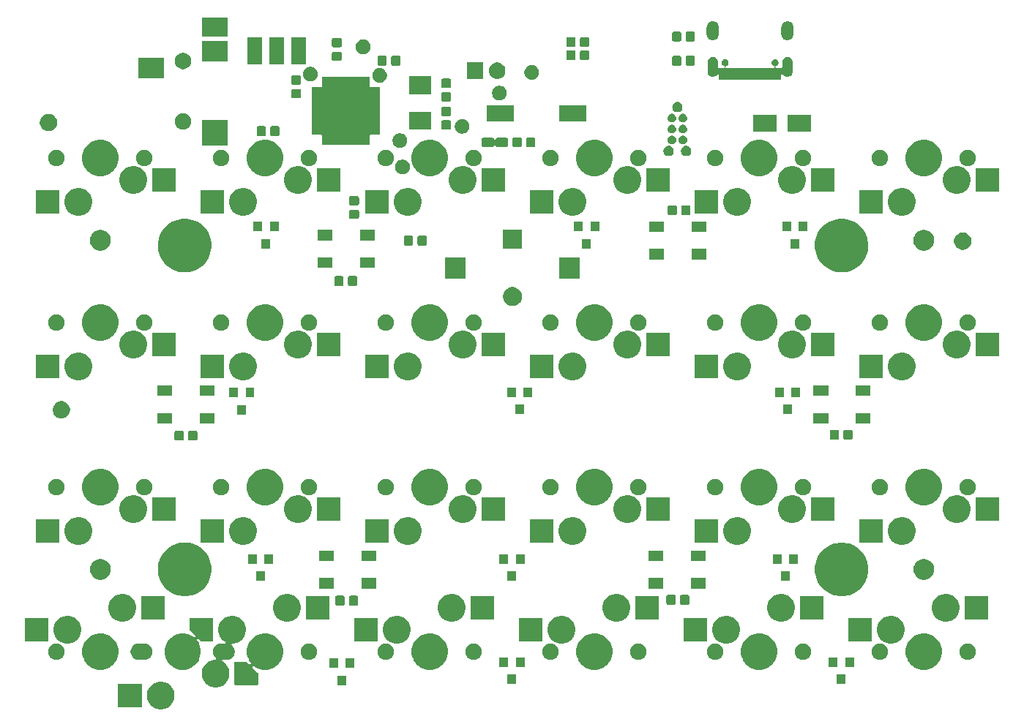
<source format=gbr>
G04 #@! TF.GenerationSoftware,KiCad,Pcbnew,(5.1.2)-2*
G04 #@! TF.CreationDate,2019-10-07T16:49:04+02:00*
G04 #@! TF.ProjectId,vitamins_included,76697461-6d69-46e7-935f-696e636c7564,rev?*
G04 #@! TF.SameCoordinates,Original*
G04 #@! TF.FileFunction,Soldermask,Bot*
G04 #@! TF.FilePolarity,Negative*
%FSLAX46Y46*%
G04 Gerber Fmt 4.6, Leading zero omitted, Abs format (unit mm)*
G04 Created by KiCad (PCBNEW (5.1.2)-2) date 2019-10-07 16:49:04*
%MOMM*%
%LPD*%
G04 APERTURE LIST*
%ADD10C,0.100000*%
G04 APERTURE END LIST*
D10*
G36*
X16951703Y-77541486D02*
G01*
X17242883Y-77662097D01*
X17504940Y-77837198D01*
X17727802Y-78060060D01*
X17902903Y-78322117D01*
X18023514Y-78613297D01*
X18085000Y-78922412D01*
X18085000Y-79237588D01*
X18023514Y-79546703D01*
X17902903Y-79837883D01*
X17727802Y-80099940D01*
X17504940Y-80322802D01*
X17242883Y-80497903D01*
X16951703Y-80618514D01*
X16642588Y-80680000D01*
X16327412Y-80680000D01*
X16018297Y-80618514D01*
X15727117Y-80497903D01*
X15465060Y-80322802D01*
X15242198Y-80099940D01*
X15067097Y-79837883D01*
X14946486Y-79546703D01*
X14885000Y-79237588D01*
X14885000Y-78922412D01*
X14946486Y-78613297D01*
X15067097Y-78322117D01*
X15242198Y-78060060D01*
X15465060Y-77837198D01*
X15727117Y-77662097D01*
X16018297Y-77541486D01*
X16327412Y-77480000D01*
X16642588Y-77480000D01*
X16951703Y-77541486D01*
X16951703Y-77541486D01*
G37*
G36*
X14310000Y-80430000D02*
G01*
X11560000Y-80430000D01*
X11560000Y-77730000D01*
X14310000Y-77730000D01*
X14310000Y-80430000D01*
X14310000Y-80430000D01*
G37*
G36*
X25206703Y-69921486D02*
G01*
X25497883Y-70042097D01*
X25759940Y-70217198D01*
X25982802Y-70440060D01*
X26157903Y-70702117D01*
X26278514Y-70993297D01*
X26340000Y-71302412D01*
X26340000Y-71617588D01*
X26278514Y-71926703D01*
X26157903Y-72217883D01*
X25982802Y-72479940D01*
X25759940Y-72702802D01*
X25497883Y-72877903D01*
X25206703Y-72998514D01*
X24897588Y-73060000D01*
X24810277Y-73060000D01*
X24785891Y-73062402D01*
X24762442Y-73069515D01*
X24740831Y-73081066D01*
X24721889Y-73096611D01*
X24706344Y-73115553D01*
X24694793Y-73137164D01*
X24687680Y-73160613D01*
X24685278Y-73184999D01*
X24687680Y-73209385D01*
X24694793Y-73232834D01*
X24706344Y-73254445D01*
X24721884Y-73273381D01*
X24842913Y-73394410D01*
X24946879Y-73550006D01*
X25018492Y-73722895D01*
X25055000Y-73906433D01*
X25055000Y-74093567D01*
X25018492Y-74277105D01*
X24946879Y-74449994D01*
X24842913Y-74605590D01*
X24710590Y-74737913D01*
X24554994Y-74841879D01*
X24382105Y-74913492D01*
X24354746Y-74918934D01*
X24198568Y-74950000D01*
X24011432Y-74950000D01*
X23945217Y-74936829D01*
X23827895Y-74913492D01*
X23827893Y-74913491D01*
X23820009Y-74911923D01*
X23811899Y-74909462D01*
X23787513Y-74907058D01*
X23763127Y-74909457D01*
X23755009Y-74911920D01*
X23730909Y-74916714D01*
X23683654Y-74926113D01*
X23660209Y-74933225D01*
X23638599Y-74944776D01*
X23619657Y-74960321D01*
X23604111Y-74979263D01*
X23592560Y-75000874D01*
X23585447Y-75024322D01*
X23583045Y-75048709D01*
X23585447Y-75073095D01*
X23592560Y-75096544D01*
X23604111Y-75118154D01*
X23619656Y-75137096D01*
X23638598Y-75152642D01*
X23854939Y-75297197D01*
X24077802Y-75520060D01*
X24252903Y-75782117D01*
X24373514Y-76073297D01*
X24435000Y-76382412D01*
X24435000Y-76697588D01*
X24373514Y-77006703D01*
X24252903Y-77297883D01*
X24077802Y-77559940D01*
X23854940Y-77782802D01*
X23592883Y-77957903D01*
X23301703Y-78078514D01*
X22992588Y-78140000D01*
X22677412Y-78140000D01*
X22368297Y-78078514D01*
X22077117Y-77957903D01*
X21815060Y-77782802D01*
X21592198Y-77559940D01*
X21417097Y-77297883D01*
X21296486Y-77006703D01*
X21235000Y-76697588D01*
X21235000Y-76382412D01*
X21296486Y-76073297D01*
X21417097Y-75782117D01*
X21592198Y-75520060D01*
X21815060Y-75297198D01*
X22077117Y-75122097D01*
X22368297Y-75001486D01*
X22677412Y-74940000D01*
X22764723Y-74940000D01*
X22789109Y-74937598D01*
X22812558Y-74930485D01*
X22834169Y-74918934D01*
X22853111Y-74903389D01*
X22868656Y-74884447D01*
X22880207Y-74862836D01*
X22887320Y-74839387D01*
X22889722Y-74815001D01*
X22887320Y-74790615D01*
X22880207Y-74767166D01*
X22868656Y-74745555D01*
X22853116Y-74726619D01*
X22732087Y-74605590D01*
X22628121Y-74449994D01*
X22556508Y-74277105D01*
X22520000Y-74093567D01*
X22520000Y-73906433D01*
X22556508Y-73722895D01*
X22628121Y-73550006D01*
X22732087Y-73394410D01*
X22864410Y-73262087D01*
X23020006Y-73158121D01*
X23192895Y-73086508D01*
X23314084Y-73062402D01*
X23376432Y-73050000D01*
X23563568Y-73050000D01*
X23625916Y-73062402D01*
X23747105Y-73086508D01*
X23747107Y-73086509D01*
X23754991Y-73088077D01*
X23763101Y-73090538D01*
X23787487Y-73092942D01*
X23811873Y-73090543D01*
X23819991Y-73088080D01*
X23855254Y-73081066D01*
X23891346Y-73073887D01*
X23914791Y-73066775D01*
X23936401Y-73055224D01*
X23955343Y-73039679D01*
X23970889Y-73020737D01*
X23982440Y-72999126D01*
X23989553Y-72975678D01*
X23991955Y-72951291D01*
X23989553Y-72926905D01*
X23982440Y-72903456D01*
X23970889Y-72881846D01*
X23955344Y-72862904D01*
X23936402Y-72847358D01*
X23720061Y-72702803D01*
X23497198Y-72479940D01*
X23322097Y-72217883D01*
X23201486Y-71926703D01*
X23140000Y-71617588D01*
X23140000Y-71302412D01*
X23201486Y-70993297D01*
X23322097Y-70702117D01*
X23497198Y-70440060D01*
X23720060Y-70217198D01*
X23982117Y-70042097D01*
X24273297Y-69921486D01*
X24582412Y-69860000D01*
X24897588Y-69860000D01*
X25206703Y-69921486D01*
X25206703Y-69921486D01*
G37*
G36*
X29162546Y-71980701D02*
G01*
X29531440Y-72133502D01*
X29544723Y-72139004D01*
X29888672Y-72368823D01*
X30181177Y-72661328D01*
X30406476Y-72998513D01*
X30410997Y-73005279D01*
X30569299Y-73387454D01*
X30650000Y-73793167D01*
X30650000Y-74206833D01*
X30569299Y-74612546D01*
X30456674Y-74884447D01*
X30410996Y-74994723D01*
X30181177Y-75338672D01*
X29888672Y-75631177D01*
X29544723Y-75860996D01*
X29544722Y-75860997D01*
X29544721Y-75860997D01*
X29162546Y-76019299D01*
X28756833Y-76100000D01*
X28343167Y-76100000D01*
X27937454Y-76019299D01*
X27555279Y-75860997D01*
X27555278Y-75860997D01*
X27555277Y-75860996D01*
X27274381Y-75673307D01*
X27252769Y-75661756D01*
X27229320Y-75654643D01*
X27204934Y-75652241D01*
X27180548Y-75654643D01*
X27157099Y-75661756D01*
X27135488Y-75673307D01*
X27116546Y-75688852D01*
X27101001Y-75707794D01*
X27089450Y-75729405D01*
X27082337Y-75752854D01*
X27079935Y-75777240D01*
X27082337Y-75801626D01*
X27089450Y-75825075D01*
X27101001Y-75846686D01*
X27117426Y-75866498D01*
X27726383Y-76463514D01*
X27742994Y-76483350D01*
X27752450Y-76500628D01*
X27758260Y-76519121D01*
X27758260Y-76519124D01*
X27758354Y-76519422D01*
X27760484Y-76540000D01*
X27760484Y-76540607D01*
X27761089Y-76546452D01*
X27761089Y-77783862D01*
X27758554Y-77809604D01*
X27752836Y-77828453D01*
X27743550Y-77845825D01*
X27731053Y-77861053D01*
X27715825Y-77873550D01*
X27698453Y-77882836D01*
X27679604Y-77888554D01*
X27653862Y-77891089D01*
X25116138Y-77891089D01*
X25090396Y-77888554D01*
X25071547Y-77882836D01*
X25054175Y-77873550D01*
X25038947Y-77861053D01*
X25026450Y-77845825D01*
X25017164Y-77828453D01*
X25011446Y-77809604D01*
X25008911Y-77783862D01*
X25008911Y-75296138D01*
X25011446Y-75270396D01*
X25017164Y-75251547D01*
X25026450Y-75234175D01*
X25038947Y-75218947D01*
X25054175Y-75206450D01*
X25071547Y-75197164D01*
X25090396Y-75191446D01*
X25116138Y-75188911D01*
X26378862Y-75188911D01*
X26404604Y-75191446D01*
X26423453Y-75197164D01*
X26441101Y-75206597D01*
X26459937Y-75221900D01*
X26701668Y-75458891D01*
X26720763Y-75474248D01*
X26742487Y-75485585D01*
X26766005Y-75492466D01*
X26790414Y-75494626D01*
X26814775Y-75491983D01*
X26838152Y-75484638D01*
X26859647Y-75472873D01*
X26878434Y-75457141D01*
X26893791Y-75438046D01*
X26905128Y-75416322D01*
X26912009Y-75392804D01*
X26914169Y-75368395D01*
X26911526Y-75344034D01*
X26904181Y-75320657D01*
X26893112Y-75300193D01*
X26689004Y-74994723D01*
X26643326Y-74884447D01*
X26530701Y-74612546D01*
X26450000Y-74206833D01*
X26450000Y-73793167D01*
X26530701Y-73387454D01*
X26689003Y-73005279D01*
X26693524Y-72998513D01*
X26918823Y-72661328D01*
X27211328Y-72368823D01*
X27555277Y-72139004D01*
X27568560Y-72133502D01*
X27937454Y-71980701D01*
X28343167Y-71900000D01*
X28756833Y-71900000D01*
X29162546Y-71980701D01*
X29162546Y-71980701D01*
G37*
G36*
X37923000Y-77884000D02*
G01*
X36923000Y-77884000D01*
X36923000Y-76784000D01*
X37923000Y-76784000D01*
X37923000Y-77884000D01*
X37923000Y-77884000D01*
G37*
G36*
X57608000Y-77757000D02*
G01*
X56608000Y-77757000D01*
X56608000Y-76657000D01*
X57608000Y-76657000D01*
X57608000Y-77757000D01*
X57608000Y-77757000D01*
G37*
G36*
X95708000Y-77757000D02*
G01*
X94708000Y-77757000D01*
X94708000Y-76657000D01*
X95708000Y-76657000D01*
X95708000Y-77757000D01*
X95708000Y-77757000D01*
G37*
G36*
X22484604Y-70111446D02*
G01*
X22503453Y-70117164D01*
X22520825Y-70126450D01*
X22536053Y-70138947D01*
X22548550Y-70154175D01*
X22557836Y-70171547D01*
X22563554Y-70190396D01*
X22566089Y-70216138D01*
X22566089Y-72703862D01*
X22563554Y-72729604D01*
X22557836Y-72748453D01*
X22548550Y-72765825D01*
X22536053Y-72781053D01*
X22520825Y-72793550D01*
X22503453Y-72802836D01*
X22484604Y-72808554D01*
X22458862Y-72811089D01*
X21196138Y-72811089D01*
X21170396Y-72808554D01*
X21151547Y-72802836D01*
X21133899Y-72793403D01*
X21115063Y-72778100D01*
X20873332Y-72541109D01*
X20854237Y-72525752D01*
X20832513Y-72514415D01*
X20808995Y-72507534D01*
X20784586Y-72505374D01*
X20760225Y-72508017D01*
X20736848Y-72515362D01*
X20715353Y-72527127D01*
X20696566Y-72542859D01*
X20681209Y-72561954D01*
X20669872Y-72583678D01*
X20662991Y-72607196D01*
X20660831Y-72631605D01*
X20663474Y-72655966D01*
X20670819Y-72679343D01*
X20681888Y-72699807D01*
X20881476Y-72998513D01*
X20885997Y-73005279D01*
X21044299Y-73387454D01*
X21125000Y-73793167D01*
X21125000Y-74206833D01*
X21044299Y-74612546D01*
X20931674Y-74884447D01*
X20885996Y-74994723D01*
X20656177Y-75338672D01*
X20363672Y-75631177D01*
X20019723Y-75860996D01*
X20019722Y-75860997D01*
X20019721Y-75860997D01*
X19637546Y-76019299D01*
X19231833Y-76100000D01*
X18818167Y-76100000D01*
X18412454Y-76019299D01*
X18030279Y-75860997D01*
X18030278Y-75860997D01*
X18030277Y-75860996D01*
X17686328Y-75631177D01*
X17393823Y-75338672D01*
X17164004Y-74994723D01*
X17118326Y-74884447D01*
X17005701Y-74612546D01*
X16925000Y-74206833D01*
X16925000Y-73793167D01*
X17005701Y-73387454D01*
X17164003Y-73005279D01*
X17168524Y-72998513D01*
X17393823Y-72661328D01*
X17686328Y-72368823D01*
X18030277Y-72139004D01*
X18043560Y-72133502D01*
X18412454Y-71980701D01*
X18818167Y-71900000D01*
X19231833Y-71900000D01*
X19637546Y-71980701D01*
X20006440Y-72133502D01*
X20019723Y-72139004D01*
X20137774Y-72217883D01*
X20300620Y-72326693D01*
X20322231Y-72338244D01*
X20345680Y-72345357D01*
X20370066Y-72347759D01*
X20394452Y-72345357D01*
X20417901Y-72338244D01*
X20439512Y-72326693D01*
X20458454Y-72311148D01*
X20473999Y-72292206D01*
X20485550Y-72270595D01*
X20492663Y-72247146D01*
X20495065Y-72222760D01*
X20492663Y-72198374D01*
X20485550Y-72174925D01*
X20473999Y-72153314D01*
X20457574Y-72133502D01*
X19848617Y-71536486D01*
X19832006Y-71516650D01*
X19822550Y-71499372D01*
X19816740Y-71480879D01*
X19816740Y-71480876D01*
X19816646Y-71480578D01*
X19814516Y-71460000D01*
X19814516Y-71459393D01*
X19813911Y-71453548D01*
X19813911Y-70216138D01*
X19816446Y-70190396D01*
X19822164Y-70171547D01*
X19831450Y-70154175D01*
X19843947Y-70138947D01*
X19859175Y-70126450D01*
X19876547Y-70117164D01*
X19895396Y-70111446D01*
X19921138Y-70108911D01*
X22458862Y-70108911D01*
X22484604Y-70111446D01*
X22484604Y-70111446D01*
G37*
G36*
X67262546Y-71980701D02*
G01*
X67631440Y-72133502D01*
X67644723Y-72139004D01*
X67988672Y-72368823D01*
X68281177Y-72661328D01*
X68506476Y-72998513D01*
X68510997Y-73005279D01*
X68669299Y-73387454D01*
X68750000Y-73793167D01*
X68750000Y-74206833D01*
X68669299Y-74612546D01*
X68556674Y-74884447D01*
X68510996Y-74994723D01*
X68281177Y-75338672D01*
X67988672Y-75631177D01*
X67644723Y-75860996D01*
X67644722Y-75860997D01*
X67644721Y-75860997D01*
X67262546Y-76019299D01*
X66856833Y-76100000D01*
X66443167Y-76100000D01*
X66037454Y-76019299D01*
X65655279Y-75860997D01*
X65655278Y-75860997D01*
X65655277Y-75860996D01*
X65311328Y-75631177D01*
X65018823Y-75338672D01*
X64789004Y-74994723D01*
X64743326Y-74884447D01*
X64630701Y-74612546D01*
X64550000Y-74206833D01*
X64550000Y-73793167D01*
X64630701Y-73387454D01*
X64789003Y-73005279D01*
X64793524Y-72998513D01*
X65018823Y-72661328D01*
X65311328Y-72368823D01*
X65655277Y-72139004D01*
X65668560Y-72133502D01*
X66037454Y-71980701D01*
X66443167Y-71900000D01*
X66856833Y-71900000D01*
X67262546Y-71980701D01*
X67262546Y-71980701D01*
G37*
G36*
X105362546Y-71980701D02*
G01*
X105731440Y-72133502D01*
X105744723Y-72139004D01*
X106088672Y-72368823D01*
X106381177Y-72661328D01*
X106606476Y-72998513D01*
X106610997Y-73005279D01*
X106769299Y-73387454D01*
X106850000Y-73793167D01*
X106850000Y-74206833D01*
X106769299Y-74612546D01*
X106656674Y-74884447D01*
X106610996Y-74994723D01*
X106381177Y-75338672D01*
X106088672Y-75631177D01*
X105744723Y-75860996D01*
X105744722Y-75860997D01*
X105744721Y-75860997D01*
X105362546Y-76019299D01*
X104956833Y-76100000D01*
X104543167Y-76100000D01*
X104137454Y-76019299D01*
X103755279Y-75860997D01*
X103755278Y-75860997D01*
X103755277Y-75860996D01*
X103411328Y-75631177D01*
X103118823Y-75338672D01*
X102889004Y-74994723D01*
X102843326Y-74884447D01*
X102730701Y-74612546D01*
X102650000Y-74206833D01*
X102650000Y-73793167D01*
X102730701Y-73387454D01*
X102889003Y-73005279D01*
X102893524Y-72998513D01*
X103118823Y-72661328D01*
X103411328Y-72368823D01*
X103755277Y-72139004D01*
X103768560Y-72133502D01*
X104137454Y-71980701D01*
X104543167Y-71900000D01*
X104956833Y-71900000D01*
X105362546Y-71980701D01*
X105362546Y-71980701D01*
G37*
G36*
X10112546Y-71980701D02*
G01*
X10481440Y-72133502D01*
X10494723Y-72139004D01*
X10838672Y-72368823D01*
X11131177Y-72661328D01*
X11356476Y-72998513D01*
X11360997Y-73005279D01*
X11519299Y-73387454D01*
X11600000Y-73793167D01*
X11600000Y-74206833D01*
X11519299Y-74612546D01*
X11406674Y-74884447D01*
X11360996Y-74994723D01*
X11131177Y-75338672D01*
X10838672Y-75631177D01*
X10494723Y-75860996D01*
X10494722Y-75860997D01*
X10494721Y-75860997D01*
X10112546Y-76019299D01*
X9706833Y-76100000D01*
X9293167Y-76100000D01*
X8887454Y-76019299D01*
X8505279Y-75860997D01*
X8505278Y-75860997D01*
X8505277Y-75860996D01*
X8161328Y-75631177D01*
X7868823Y-75338672D01*
X7639004Y-74994723D01*
X7593326Y-74884447D01*
X7480701Y-74612546D01*
X7400000Y-74206833D01*
X7400000Y-73793167D01*
X7480701Y-73387454D01*
X7639003Y-73005279D01*
X7643524Y-72998513D01*
X7868823Y-72661328D01*
X8161328Y-72368823D01*
X8505277Y-72139004D01*
X8518560Y-72133502D01*
X8887454Y-71980701D01*
X9293167Y-71900000D01*
X9706833Y-71900000D01*
X10112546Y-71980701D01*
X10112546Y-71980701D01*
G37*
G36*
X86312546Y-71980701D02*
G01*
X86681440Y-72133502D01*
X86694723Y-72139004D01*
X87038672Y-72368823D01*
X87331177Y-72661328D01*
X87556476Y-72998513D01*
X87560997Y-73005279D01*
X87719299Y-73387454D01*
X87800000Y-73793167D01*
X87800000Y-74206833D01*
X87719299Y-74612546D01*
X87606674Y-74884447D01*
X87560996Y-74994723D01*
X87331177Y-75338672D01*
X87038672Y-75631177D01*
X86694723Y-75860996D01*
X86694722Y-75860997D01*
X86694721Y-75860997D01*
X86312546Y-76019299D01*
X85906833Y-76100000D01*
X85493167Y-76100000D01*
X85087454Y-76019299D01*
X84705279Y-75860997D01*
X84705278Y-75860997D01*
X84705277Y-75860996D01*
X84361328Y-75631177D01*
X84068823Y-75338672D01*
X83839004Y-74994723D01*
X83793326Y-74884447D01*
X83680701Y-74612546D01*
X83600000Y-74206833D01*
X83600000Y-73793167D01*
X83680701Y-73387454D01*
X83839003Y-73005279D01*
X83843524Y-72998513D01*
X84068823Y-72661328D01*
X84361328Y-72368823D01*
X84705277Y-72139004D01*
X84718560Y-72133502D01*
X85087454Y-71980701D01*
X85493167Y-71900000D01*
X85906833Y-71900000D01*
X86312546Y-71980701D01*
X86312546Y-71980701D01*
G37*
G36*
X48212546Y-71980701D02*
G01*
X48581440Y-72133502D01*
X48594723Y-72139004D01*
X48938672Y-72368823D01*
X49231177Y-72661328D01*
X49456476Y-72998513D01*
X49460997Y-73005279D01*
X49619299Y-73387454D01*
X49700000Y-73793167D01*
X49700000Y-74206833D01*
X49619299Y-74612546D01*
X49506674Y-74884447D01*
X49460996Y-74994723D01*
X49231177Y-75338672D01*
X48938672Y-75631177D01*
X48594723Y-75860996D01*
X48594722Y-75860997D01*
X48594721Y-75860997D01*
X48212546Y-76019299D01*
X47806833Y-76100000D01*
X47393167Y-76100000D01*
X46987454Y-76019299D01*
X46605279Y-75860997D01*
X46605278Y-75860997D01*
X46605277Y-75860996D01*
X46261328Y-75631177D01*
X45968823Y-75338672D01*
X45739004Y-74994723D01*
X45693326Y-74884447D01*
X45580701Y-74612546D01*
X45500000Y-74206833D01*
X45500000Y-73793167D01*
X45580701Y-73387454D01*
X45739003Y-73005279D01*
X45743524Y-72998513D01*
X45968823Y-72661328D01*
X46261328Y-72368823D01*
X46605277Y-72139004D01*
X46618560Y-72133502D01*
X46987454Y-71980701D01*
X47393167Y-71900000D01*
X47806833Y-71900000D01*
X48212546Y-71980701D01*
X48212546Y-71980701D01*
G37*
G36*
X38873000Y-75884000D02*
G01*
X37873000Y-75884000D01*
X37873000Y-74784000D01*
X38873000Y-74784000D01*
X38873000Y-75884000D01*
X38873000Y-75884000D01*
G37*
G36*
X36973000Y-75884000D02*
G01*
X35973000Y-75884000D01*
X35973000Y-74784000D01*
X36973000Y-74784000D01*
X36973000Y-75884000D01*
X36973000Y-75884000D01*
G37*
G36*
X96658000Y-75757000D02*
G01*
X95658000Y-75757000D01*
X95658000Y-74657000D01*
X96658000Y-74657000D01*
X96658000Y-75757000D01*
X96658000Y-75757000D01*
G37*
G36*
X56658000Y-75757000D02*
G01*
X55658000Y-75757000D01*
X55658000Y-74657000D01*
X56658000Y-74657000D01*
X56658000Y-75757000D01*
X56658000Y-75757000D01*
G37*
G36*
X58558000Y-75757000D02*
G01*
X57558000Y-75757000D01*
X57558000Y-74657000D01*
X58558000Y-74657000D01*
X58558000Y-75757000D01*
X58558000Y-75757000D01*
G37*
G36*
X94758000Y-75757000D02*
G01*
X93758000Y-75757000D01*
X93758000Y-74657000D01*
X94758000Y-74657000D01*
X94758000Y-75757000D01*
X94758000Y-75757000D01*
G37*
G36*
X14100916Y-73062402D02*
G01*
X14222105Y-73086508D01*
X14222107Y-73086509D01*
X14229991Y-73088077D01*
X14238101Y-73090538D01*
X14262487Y-73092942D01*
X14286873Y-73090543D01*
X14294991Y-73088080D01*
X14486432Y-73050000D01*
X14673568Y-73050000D01*
X14735916Y-73062402D01*
X14857105Y-73086508D01*
X15029994Y-73158121D01*
X15185590Y-73262087D01*
X15317913Y-73394410D01*
X15421879Y-73550006D01*
X15493492Y-73722895D01*
X15530000Y-73906433D01*
X15530000Y-74093567D01*
X15493492Y-74277105D01*
X15421879Y-74449994D01*
X15317913Y-74605590D01*
X15185590Y-74737913D01*
X15029994Y-74841879D01*
X14857105Y-74913492D01*
X14829746Y-74918934D01*
X14673568Y-74950000D01*
X14486432Y-74950000D01*
X14420217Y-74936829D01*
X14302895Y-74913492D01*
X14302893Y-74913491D01*
X14295009Y-74911923D01*
X14286899Y-74909462D01*
X14262513Y-74907058D01*
X14238127Y-74909457D01*
X14230009Y-74911920D01*
X14038568Y-74950000D01*
X13851432Y-74950000D01*
X13695254Y-74918934D01*
X13667895Y-74913492D01*
X13495006Y-74841879D01*
X13339410Y-74737913D01*
X13207087Y-74605590D01*
X13103121Y-74449994D01*
X13031508Y-74277105D01*
X12995000Y-74093567D01*
X12995000Y-73906433D01*
X13031508Y-73722895D01*
X13103121Y-73550006D01*
X13207087Y-73394410D01*
X13339410Y-73262087D01*
X13495006Y-73158121D01*
X13667895Y-73086508D01*
X13789084Y-73062402D01*
X13851432Y-73050000D01*
X14038568Y-73050000D01*
X14100916Y-73062402D01*
X14100916Y-73062402D01*
G37*
G36*
X99825916Y-73062402D02*
G01*
X99947105Y-73086508D01*
X100119994Y-73158121D01*
X100275590Y-73262087D01*
X100407913Y-73394410D01*
X100511879Y-73550006D01*
X100583492Y-73722895D01*
X100620000Y-73906433D01*
X100620000Y-74093567D01*
X100583492Y-74277105D01*
X100511879Y-74449994D01*
X100407913Y-74605590D01*
X100275590Y-74737913D01*
X100119994Y-74841879D01*
X99947105Y-74913492D01*
X99919746Y-74918934D01*
X99763568Y-74950000D01*
X99576432Y-74950000D01*
X99420254Y-74918934D01*
X99392895Y-74913492D01*
X99220006Y-74841879D01*
X99064410Y-74737913D01*
X98932087Y-74605590D01*
X98828121Y-74449994D01*
X98756508Y-74277105D01*
X98720000Y-74093567D01*
X98720000Y-73906433D01*
X98756508Y-73722895D01*
X98828121Y-73550006D01*
X98932087Y-73394410D01*
X99064410Y-73262087D01*
X99220006Y-73158121D01*
X99392895Y-73086508D01*
X99514084Y-73062402D01*
X99576432Y-73050000D01*
X99763568Y-73050000D01*
X99825916Y-73062402D01*
X99825916Y-73062402D01*
G37*
G36*
X33785916Y-73062402D02*
G01*
X33907105Y-73086508D01*
X34079994Y-73158121D01*
X34235590Y-73262087D01*
X34367913Y-73394410D01*
X34471879Y-73550006D01*
X34543492Y-73722895D01*
X34580000Y-73906433D01*
X34580000Y-74093567D01*
X34543492Y-74277105D01*
X34471879Y-74449994D01*
X34367913Y-74605590D01*
X34235590Y-74737913D01*
X34079994Y-74841879D01*
X33907105Y-74913492D01*
X33879746Y-74918934D01*
X33723568Y-74950000D01*
X33536432Y-74950000D01*
X33380254Y-74918934D01*
X33352895Y-74913492D01*
X33180006Y-74841879D01*
X33024410Y-74737913D01*
X32892087Y-74605590D01*
X32788121Y-74449994D01*
X32716508Y-74277105D01*
X32680000Y-74093567D01*
X32680000Y-73906433D01*
X32716508Y-73722895D01*
X32788121Y-73550006D01*
X32892087Y-73394410D01*
X33024410Y-73262087D01*
X33180006Y-73158121D01*
X33352895Y-73086508D01*
X33474084Y-73062402D01*
X33536432Y-73050000D01*
X33723568Y-73050000D01*
X33785916Y-73062402D01*
X33785916Y-73062402D01*
G37*
G36*
X61725916Y-73062402D02*
G01*
X61847105Y-73086508D01*
X62019994Y-73158121D01*
X62175590Y-73262087D01*
X62307913Y-73394410D01*
X62411879Y-73550006D01*
X62483492Y-73722895D01*
X62520000Y-73906433D01*
X62520000Y-74093567D01*
X62483492Y-74277105D01*
X62411879Y-74449994D01*
X62307913Y-74605590D01*
X62175590Y-74737913D01*
X62019994Y-74841879D01*
X61847105Y-74913492D01*
X61819746Y-74918934D01*
X61663568Y-74950000D01*
X61476432Y-74950000D01*
X61320254Y-74918934D01*
X61292895Y-74913492D01*
X61120006Y-74841879D01*
X60964410Y-74737913D01*
X60832087Y-74605590D01*
X60728121Y-74449994D01*
X60656508Y-74277105D01*
X60620000Y-74093567D01*
X60620000Y-73906433D01*
X60656508Y-73722895D01*
X60728121Y-73550006D01*
X60832087Y-73394410D01*
X60964410Y-73262087D01*
X61120006Y-73158121D01*
X61292895Y-73086508D01*
X61414084Y-73062402D01*
X61476432Y-73050000D01*
X61663568Y-73050000D01*
X61725916Y-73062402D01*
X61725916Y-73062402D01*
G37*
G36*
X90935916Y-73062402D02*
G01*
X91057105Y-73086508D01*
X91229994Y-73158121D01*
X91385590Y-73262087D01*
X91517913Y-73394410D01*
X91621879Y-73550006D01*
X91693492Y-73722895D01*
X91730000Y-73906433D01*
X91730000Y-74093567D01*
X91693492Y-74277105D01*
X91621879Y-74449994D01*
X91517913Y-74605590D01*
X91385590Y-74737913D01*
X91229994Y-74841879D01*
X91057105Y-74913492D01*
X91029746Y-74918934D01*
X90873568Y-74950000D01*
X90686432Y-74950000D01*
X90530254Y-74918934D01*
X90502895Y-74913492D01*
X90330006Y-74841879D01*
X90174410Y-74737913D01*
X90042087Y-74605590D01*
X89938121Y-74449994D01*
X89866508Y-74277105D01*
X89830000Y-74093567D01*
X89830000Y-73906433D01*
X89866508Y-73722895D01*
X89938121Y-73550006D01*
X90042087Y-73394410D01*
X90174410Y-73262087D01*
X90330006Y-73158121D01*
X90502895Y-73086508D01*
X90624084Y-73062402D01*
X90686432Y-73050000D01*
X90873568Y-73050000D01*
X90935916Y-73062402D01*
X90935916Y-73062402D01*
G37*
G36*
X80775916Y-73062402D02*
G01*
X80897105Y-73086508D01*
X81069994Y-73158121D01*
X81225590Y-73262087D01*
X81357913Y-73394410D01*
X81461879Y-73550006D01*
X81533492Y-73722895D01*
X81570000Y-73906433D01*
X81570000Y-74093567D01*
X81533492Y-74277105D01*
X81461879Y-74449994D01*
X81357913Y-74605590D01*
X81225590Y-74737913D01*
X81069994Y-74841879D01*
X80897105Y-74913492D01*
X80869746Y-74918934D01*
X80713568Y-74950000D01*
X80526432Y-74950000D01*
X80370254Y-74918934D01*
X80342895Y-74913492D01*
X80170006Y-74841879D01*
X80014410Y-74737913D01*
X79882087Y-74605590D01*
X79778121Y-74449994D01*
X79706508Y-74277105D01*
X79670000Y-74093567D01*
X79670000Y-73906433D01*
X79706508Y-73722895D01*
X79778121Y-73550006D01*
X79882087Y-73394410D01*
X80014410Y-73262087D01*
X80170006Y-73158121D01*
X80342895Y-73086508D01*
X80464084Y-73062402D01*
X80526432Y-73050000D01*
X80713568Y-73050000D01*
X80775916Y-73062402D01*
X80775916Y-73062402D01*
G37*
G36*
X52835916Y-73062402D02*
G01*
X52957105Y-73086508D01*
X53129994Y-73158121D01*
X53285590Y-73262087D01*
X53417913Y-73394410D01*
X53521879Y-73550006D01*
X53593492Y-73722895D01*
X53630000Y-73906433D01*
X53630000Y-74093567D01*
X53593492Y-74277105D01*
X53521879Y-74449994D01*
X53417913Y-74605590D01*
X53285590Y-74737913D01*
X53129994Y-74841879D01*
X52957105Y-74913492D01*
X52929746Y-74918934D01*
X52773568Y-74950000D01*
X52586432Y-74950000D01*
X52430254Y-74918934D01*
X52402895Y-74913492D01*
X52230006Y-74841879D01*
X52074410Y-74737913D01*
X51942087Y-74605590D01*
X51838121Y-74449994D01*
X51766508Y-74277105D01*
X51730000Y-74093567D01*
X51730000Y-73906433D01*
X51766508Y-73722895D01*
X51838121Y-73550006D01*
X51942087Y-73394410D01*
X52074410Y-73262087D01*
X52230006Y-73158121D01*
X52402895Y-73086508D01*
X52524084Y-73062402D01*
X52586432Y-73050000D01*
X52773568Y-73050000D01*
X52835916Y-73062402D01*
X52835916Y-73062402D01*
G37*
G36*
X42675916Y-73062402D02*
G01*
X42797105Y-73086508D01*
X42969994Y-73158121D01*
X43125590Y-73262087D01*
X43257913Y-73394410D01*
X43361879Y-73550006D01*
X43433492Y-73722895D01*
X43470000Y-73906433D01*
X43470000Y-74093567D01*
X43433492Y-74277105D01*
X43361879Y-74449994D01*
X43257913Y-74605590D01*
X43125590Y-74737913D01*
X42969994Y-74841879D01*
X42797105Y-74913492D01*
X42769746Y-74918934D01*
X42613568Y-74950000D01*
X42426432Y-74950000D01*
X42270254Y-74918934D01*
X42242895Y-74913492D01*
X42070006Y-74841879D01*
X41914410Y-74737913D01*
X41782087Y-74605590D01*
X41678121Y-74449994D01*
X41606508Y-74277105D01*
X41570000Y-74093567D01*
X41570000Y-73906433D01*
X41606508Y-73722895D01*
X41678121Y-73550006D01*
X41782087Y-73394410D01*
X41914410Y-73262087D01*
X42070006Y-73158121D01*
X42242895Y-73086508D01*
X42364084Y-73062402D01*
X42426432Y-73050000D01*
X42613568Y-73050000D01*
X42675916Y-73062402D01*
X42675916Y-73062402D01*
G37*
G36*
X71885916Y-73062402D02*
G01*
X72007105Y-73086508D01*
X72179994Y-73158121D01*
X72335590Y-73262087D01*
X72467913Y-73394410D01*
X72571879Y-73550006D01*
X72643492Y-73722895D01*
X72680000Y-73906433D01*
X72680000Y-74093567D01*
X72643492Y-74277105D01*
X72571879Y-74449994D01*
X72467913Y-74605590D01*
X72335590Y-74737913D01*
X72179994Y-74841879D01*
X72007105Y-74913492D01*
X71979746Y-74918934D01*
X71823568Y-74950000D01*
X71636432Y-74950000D01*
X71480254Y-74918934D01*
X71452895Y-74913492D01*
X71280006Y-74841879D01*
X71124410Y-74737913D01*
X70992087Y-74605590D01*
X70888121Y-74449994D01*
X70816508Y-74277105D01*
X70780000Y-74093567D01*
X70780000Y-73906433D01*
X70816508Y-73722895D01*
X70888121Y-73550006D01*
X70992087Y-73394410D01*
X71124410Y-73262087D01*
X71280006Y-73158121D01*
X71452895Y-73086508D01*
X71574084Y-73062402D01*
X71636432Y-73050000D01*
X71823568Y-73050000D01*
X71885916Y-73062402D01*
X71885916Y-73062402D01*
G37*
G36*
X109985916Y-73062402D02*
G01*
X110107105Y-73086508D01*
X110279994Y-73158121D01*
X110435590Y-73262087D01*
X110567913Y-73394410D01*
X110671879Y-73550006D01*
X110743492Y-73722895D01*
X110780000Y-73906433D01*
X110780000Y-74093567D01*
X110743492Y-74277105D01*
X110671879Y-74449994D01*
X110567913Y-74605590D01*
X110435590Y-74737913D01*
X110279994Y-74841879D01*
X110107105Y-74913492D01*
X110079746Y-74918934D01*
X109923568Y-74950000D01*
X109736432Y-74950000D01*
X109580254Y-74918934D01*
X109552895Y-74913492D01*
X109380006Y-74841879D01*
X109224410Y-74737913D01*
X109092087Y-74605590D01*
X108988121Y-74449994D01*
X108916508Y-74277105D01*
X108880000Y-74093567D01*
X108880000Y-73906433D01*
X108916508Y-73722895D01*
X108988121Y-73550006D01*
X109092087Y-73394410D01*
X109224410Y-73262087D01*
X109380006Y-73158121D01*
X109552895Y-73086508D01*
X109674084Y-73062402D01*
X109736432Y-73050000D01*
X109923568Y-73050000D01*
X109985916Y-73062402D01*
X109985916Y-73062402D01*
G37*
G36*
X4575916Y-73062402D02*
G01*
X4697105Y-73086508D01*
X4869994Y-73158121D01*
X5025590Y-73262087D01*
X5157913Y-73394410D01*
X5261879Y-73550006D01*
X5333492Y-73722895D01*
X5370000Y-73906433D01*
X5370000Y-74093567D01*
X5333492Y-74277105D01*
X5261879Y-74449994D01*
X5157913Y-74605590D01*
X5025590Y-74737913D01*
X4869994Y-74841879D01*
X4697105Y-74913492D01*
X4669746Y-74918934D01*
X4513568Y-74950000D01*
X4326432Y-74950000D01*
X4170254Y-74918934D01*
X4142895Y-74913492D01*
X3970006Y-74841879D01*
X3814410Y-74737913D01*
X3682087Y-74605590D01*
X3578121Y-74449994D01*
X3506508Y-74277105D01*
X3470000Y-74093567D01*
X3470000Y-73906433D01*
X3506508Y-73722895D01*
X3578121Y-73550006D01*
X3682087Y-73394410D01*
X3814410Y-73262087D01*
X3970006Y-73158121D01*
X4142895Y-73086508D01*
X4264084Y-73062402D01*
X4326432Y-73050000D01*
X4513568Y-73050000D01*
X4575916Y-73062402D01*
X4575916Y-73062402D01*
G37*
G36*
X6156703Y-69921486D02*
G01*
X6447883Y-70042097D01*
X6709940Y-70217198D01*
X6932802Y-70440060D01*
X7107903Y-70702117D01*
X7228514Y-70993297D01*
X7290000Y-71302412D01*
X7290000Y-71617588D01*
X7228514Y-71926703D01*
X7107903Y-72217883D01*
X6932802Y-72479940D01*
X6709940Y-72702802D01*
X6447883Y-72877903D01*
X6156703Y-72998514D01*
X5847588Y-73060000D01*
X5532412Y-73060000D01*
X5223297Y-72998514D01*
X4932117Y-72877903D01*
X4670060Y-72702802D01*
X4447198Y-72479940D01*
X4272097Y-72217883D01*
X4151486Y-71926703D01*
X4090000Y-71617588D01*
X4090000Y-71302412D01*
X4151486Y-70993297D01*
X4272097Y-70702117D01*
X4447198Y-70440060D01*
X4670060Y-70217198D01*
X4932117Y-70042097D01*
X5223297Y-69921486D01*
X5532412Y-69860000D01*
X5847588Y-69860000D01*
X6156703Y-69921486D01*
X6156703Y-69921486D01*
G37*
G36*
X82356703Y-69921486D02*
G01*
X82647883Y-70042097D01*
X82909940Y-70217198D01*
X83132802Y-70440060D01*
X83307903Y-70702117D01*
X83428514Y-70993297D01*
X83490000Y-71302412D01*
X83490000Y-71617588D01*
X83428514Y-71926703D01*
X83307903Y-72217883D01*
X83132802Y-72479940D01*
X82909940Y-72702802D01*
X82647883Y-72877903D01*
X82356703Y-72998514D01*
X82047588Y-73060000D01*
X81732412Y-73060000D01*
X81423297Y-72998514D01*
X81132117Y-72877903D01*
X80870060Y-72702802D01*
X80647198Y-72479940D01*
X80472097Y-72217883D01*
X80351486Y-71926703D01*
X80290000Y-71617588D01*
X80290000Y-71302412D01*
X80351486Y-70993297D01*
X80472097Y-70702117D01*
X80647198Y-70440060D01*
X80870060Y-70217198D01*
X81132117Y-70042097D01*
X81423297Y-69921486D01*
X81732412Y-69860000D01*
X82047588Y-69860000D01*
X82356703Y-69921486D01*
X82356703Y-69921486D01*
G37*
G36*
X63306703Y-69921486D02*
G01*
X63597883Y-70042097D01*
X63859940Y-70217198D01*
X64082802Y-70440060D01*
X64257903Y-70702117D01*
X64378514Y-70993297D01*
X64440000Y-71302412D01*
X64440000Y-71617588D01*
X64378514Y-71926703D01*
X64257903Y-72217883D01*
X64082802Y-72479940D01*
X63859940Y-72702802D01*
X63597883Y-72877903D01*
X63306703Y-72998514D01*
X62997588Y-73060000D01*
X62682412Y-73060000D01*
X62373297Y-72998514D01*
X62082117Y-72877903D01*
X61820060Y-72702802D01*
X61597198Y-72479940D01*
X61422097Y-72217883D01*
X61301486Y-71926703D01*
X61240000Y-71617588D01*
X61240000Y-71302412D01*
X61301486Y-70993297D01*
X61422097Y-70702117D01*
X61597198Y-70440060D01*
X61820060Y-70217198D01*
X62082117Y-70042097D01*
X62373297Y-69921486D01*
X62682412Y-69860000D01*
X62997588Y-69860000D01*
X63306703Y-69921486D01*
X63306703Y-69921486D01*
G37*
G36*
X44256703Y-69921486D02*
G01*
X44547883Y-70042097D01*
X44809940Y-70217198D01*
X45032802Y-70440060D01*
X45207903Y-70702117D01*
X45328514Y-70993297D01*
X45390000Y-71302412D01*
X45390000Y-71617588D01*
X45328514Y-71926703D01*
X45207903Y-72217883D01*
X45032802Y-72479940D01*
X44809940Y-72702802D01*
X44547883Y-72877903D01*
X44256703Y-72998514D01*
X43947588Y-73060000D01*
X43632412Y-73060000D01*
X43323297Y-72998514D01*
X43032117Y-72877903D01*
X42770060Y-72702802D01*
X42547198Y-72479940D01*
X42372097Y-72217883D01*
X42251486Y-71926703D01*
X42190000Y-71617588D01*
X42190000Y-71302412D01*
X42251486Y-70993297D01*
X42372097Y-70702117D01*
X42547198Y-70440060D01*
X42770060Y-70217198D01*
X43032117Y-70042097D01*
X43323297Y-69921486D01*
X43632412Y-69860000D01*
X43947588Y-69860000D01*
X44256703Y-69921486D01*
X44256703Y-69921486D01*
G37*
G36*
X101406703Y-69921486D02*
G01*
X101697883Y-70042097D01*
X101959940Y-70217198D01*
X102182802Y-70440060D01*
X102357903Y-70702117D01*
X102478514Y-70993297D01*
X102540000Y-71302412D01*
X102540000Y-71617588D01*
X102478514Y-71926703D01*
X102357903Y-72217883D01*
X102182802Y-72479940D01*
X101959940Y-72702802D01*
X101697883Y-72877903D01*
X101406703Y-72998514D01*
X101097588Y-73060000D01*
X100782412Y-73060000D01*
X100473297Y-72998514D01*
X100182117Y-72877903D01*
X99920060Y-72702802D01*
X99697198Y-72479940D01*
X99522097Y-72217883D01*
X99401486Y-71926703D01*
X99340000Y-71617588D01*
X99340000Y-71302412D01*
X99401486Y-70993297D01*
X99522097Y-70702117D01*
X99697198Y-70440060D01*
X99920060Y-70217198D01*
X100182117Y-70042097D01*
X100473297Y-69921486D01*
X100782412Y-69860000D01*
X101097588Y-69860000D01*
X101406703Y-69921486D01*
X101406703Y-69921486D01*
G37*
G36*
X98765000Y-72810000D02*
G01*
X96015000Y-72810000D01*
X96015000Y-70110000D01*
X98765000Y-70110000D01*
X98765000Y-72810000D01*
X98765000Y-72810000D01*
G37*
G36*
X79715000Y-72810000D02*
G01*
X76965000Y-72810000D01*
X76965000Y-70110000D01*
X79715000Y-70110000D01*
X79715000Y-72810000D01*
X79715000Y-72810000D01*
G37*
G36*
X3515000Y-72810000D02*
G01*
X765000Y-72810000D01*
X765000Y-70110000D01*
X3515000Y-70110000D01*
X3515000Y-72810000D01*
X3515000Y-72810000D01*
G37*
G36*
X41615000Y-72810000D02*
G01*
X38865000Y-72810000D01*
X38865000Y-70110000D01*
X41615000Y-70110000D01*
X41615000Y-72810000D01*
X41615000Y-72810000D01*
G37*
G36*
X60665000Y-72810000D02*
G01*
X57915000Y-72810000D01*
X57915000Y-70110000D01*
X60665000Y-70110000D01*
X60665000Y-72810000D01*
X60665000Y-72810000D01*
G37*
G36*
X69656703Y-67381486D02*
G01*
X69947883Y-67502097D01*
X70209940Y-67677198D01*
X70432802Y-67900060D01*
X70607903Y-68162117D01*
X70728514Y-68453297D01*
X70790000Y-68762412D01*
X70790000Y-69077588D01*
X70728514Y-69386703D01*
X70607903Y-69677883D01*
X70432802Y-69939940D01*
X70209940Y-70162802D01*
X69947883Y-70337903D01*
X69656703Y-70458514D01*
X69347588Y-70520000D01*
X69032412Y-70520000D01*
X68723297Y-70458514D01*
X68432117Y-70337903D01*
X68170060Y-70162802D01*
X67947198Y-69939940D01*
X67772097Y-69677883D01*
X67651486Y-69386703D01*
X67590000Y-69077588D01*
X67590000Y-68762412D01*
X67651486Y-68453297D01*
X67772097Y-68162117D01*
X67947198Y-67900060D01*
X68170060Y-67677198D01*
X68432117Y-67502097D01*
X68723297Y-67381486D01*
X69032412Y-67320000D01*
X69347588Y-67320000D01*
X69656703Y-67381486D01*
X69656703Y-67381486D01*
G37*
G36*
X12506703Y-67381486D02*
G01*
X12797883Y-67502097D01*
X13059940Y-67677198D01*
X13282802Y-67900060D01*
X13457903Y-68162117D01*
X13578514Y-68453297D01*
X13640000Y-68762412D01*
X13640000Y-69077588D01*
X13578514Y-69386703D01*
X13457903Y-69677883D01*
X13282802Y-69939940D01*
X13059940Y-70162802D01*
X12797883Y-70337903D01*
X12506703Y-70458514D01*
X12197588Y-70520000D01*
X11882412Y-70520000D01*
X11573297Y-70458514D01*
X11282117Y-70337903D01*
X11020060Y-70162802D01*
X10797198Y-69939940D01*
X10622097Y-69677883D01*
X10501486Y-69386703D01*
X10440000Y-69077588D01*
X10440000Y-68762412D01*
X10501486Y-68453297D01*
X10622097Y-68162117D01*
X10797198Y-67900060D01*
X11020060Y-67677198D01*
X11282117Y-67502097D01*
X11573297Y-67381486D01*
X11882412Y-67320000D01*
X12197588Y-67320000D01*
X12506703Y-67381486D01*
X12506703Y-67381486D01*
G37*
G36*
X31556703Y-67381486D02*
G01*
X31847883Y-67502097D01*
X32109940Y-67677198D01*
X32332802Y-67900060D01*
X32507903Y-68162117D01*
X32628514Y-68453297D01*
X32690000Y-68762412D01*
X32690000Y-69077588D01*
X32628514Y-69386703D01*
X32507903Y-69677883D01*
X32332802Y-69939940D01*
X32109940Y-70162802D01*
X31847883Y-70337903D01*
X31556703Y-70458514D01*
X31247588Y-70520000D01*
X30932412Y-70520000D01*
X30623297Y-70458514D01*
X30332117Y-70337903D01*
X30070060Y-70162802D01*
X29847198Y-69939940D01*
X29672097Y-69677883D01*
X29551486Y-69386703D01*
X29490000Y-69077588D01*
X29490000Y-68762412D01*
X29551486Y-68453297D01*
X29672097Y-68162117D01*
X29847198Y-67900060D01*
X30070060Y-67677198D01*
X30332117Y-67502097D01*
X30623297Y-67381486D01*
X30932412Y-67320000D01*
X31247588Y-67320000D01*
X31556703Y-67381486D01*
X31556703Y-67381486D01*
G37*
G36*
X50606703Y-67381486D02*
G01*
X50897883Y-67502097D01*
X51159940Y-67677198D01*
X51382802Y-67900060D01*
X51557903Y-68162117D01*
X51678514Y-68453297D01*
X51740000Y-68762412D01*
X51740000Y-69077588D01*
X51678514Y-69386703D01*
X51557903Y-69677883D01*
X51382802Y-69939940D01*
X51159940Y-70162802D01*
X50897883Y-70337903D01*
X50606703Y-70458514D01*
X50297588Y-70520000D01*
X49982412Y-70520000D01*
X49673297Y-70458514D01*
X49382117Y-70337903D01*
X49120060Y-70162802D01*
X48897198Y-69939940D01*
X48722097Y-69677883D01*
X48601486Y-69386703D01*
X48540000Y-69077588D01*
X48540000Y-68762412D01*
X48601486Y-68453297D01*
X48722097Y-68162117D01*
X48897198Y-67900060D01*
X49120060Y-67677198D01*
X49382117Y-67502097D01*
X49673297Y-67381486D01*
X49982412Y-67320000D01*
X50297588Y-67320000D01*
X50606703Y-67381486D01*
X50606703Y-67381486D01*
G37*
G36*
X88706703Y-67381486D02*
G01*
X88997883Y-67502097D01*
X89259940Y-67677198D01*
X89482802Y-67900060D01*
X89657903Y-68162117D01*
X89778514Y-68453297D01*
X89840000Y-68762412D01*
X89840000Y-69077588D01*
X89778514Y-69386703D01*
X89657903Y-69677883D01*
X89482802Y-69939940D01*
X89259940Y-70162802D01*
X88997883Y-70337903D01*
X88706703Y-70458514D01*
X88397588Y-70520000D01*
X88082412Y-70520000D01*
X87773297Y-70458514D01*
X87482117Y-70337903D01*
X87220060Y-70162802D01*
X86997198Y-69939940D01*
X86822097Y-69677883D01*
X86701486Y-69386703D01*
X86640000Y-69077588D01*
X86640000Y-68762412D01*
X86701486Y-68453297D01*
X86822097Y-68162117D01*
X86997198Y-67900060D01*
X87220060Y-67677198D01*
X87482117Y-67502097D01*
X87773297Y-67381486D01*
X88082412Y-67320000D01*
X88397588Y-67320000D01*
X88706703Y-67381486D01*
X88706703Y-67381486D01*
G37*
G36*
X107756703Y-67381486D02*
G01*
X108047883Y-67502097D01*
X108309940Y-67677198D01*
X108532802Y-67900060D01*
X108707903Y-68162117D01*
X108828514Y-68453297D01*
X108890000Y-68762412D01*
X108890000Y-69077588D01*
X108828514Y-69386703D01*
X108707903Y-69677883D01*
X108532802Y-69939940D01*
X108309940Y-70162802D01*
X108047883Y-70337903D01*
X107756703Y-70458514D01*
X107447588Y-70520000D01*
X107132412Y-70520000D01*
X106823297Y-70458514D01*
X106532117Y-70337903D01*
X106270060Y-70162802D01*
X106047198Y-69939940D01*
X105872097Y-69677883D01*
X105751486Y-69386703D01*
X105690000Y-69077588D01*
X105690000Y-68762412D01*
X105751486Y-68453297D01*
X105872097Y-68162117D01*
X106047198Y-67900060D01*
X106270060Y-67677198D01*
X106532117Y-67502097D01*
X106823297Y-67381486D01*
X107132412Y-67320000D01*
X107447588Y-67320000D01*
X107756703Y-67381486D01*
X107756703Y-67381486D01*
G37*
G36*
X55065000Y-70270000D02*
G01*
X52315000Y-70270000D01*
X52315000Y-67570000D01*
X55065000Y-67570000D01*
X55065000Y-70270000D01*
X55065000Y-70270000D01*
G37*
G36*
X112215000Y-70270000D02*
G01*
X109465000Y-70270000D01*
X109465000Y-67570000D01*
X112215000Y-67570000D01*
X112215000Y-70270000D01*
X112215000Y-70270000D01*
G37*
G36*
X93165000Y-70270000D02*
G01*
X90415000Y-70270000D01*
X90415000Y-67570000D01*
X93165000Y-67570000D01*
X93165000Y-70270000D01*
X93165000Y-70270000D01*
G37*
G36*
X74115000Y-70270000D02*
G01*
X71365000Y-70270000D01*
X71365000Y-67570000D01*
X74115000Y-67570000D01*
X74115000Y-70270000D01*
X74115000Y-70270000D01*
G37*
G36*
X16965000Y-70270000D02*
G01*
X14215000Y-70270000D01*
X14215000Y-67570000D01*
X16965000Y-67570000D01*
X16965000Y-70270000D01*
X16965000Y-70270000D01*
G37*
G36*
X36015000Y-70270000D02*
G01*
X33265000Y-70270000D01*
X33265000Y-67570000D01*
X36015000Y-67570000D01*
X36015000Y-70270000D01*
X36015000Y-70270000D01*
G37*
G36*
X39158867Y-67529556D02*
G01*
X39197448Y-67541259D01*
X39233001Y-67560263D01*
X39264163Y-67585837D01*
X39289737Y-67616999D01*
X39308741Y-67652552D01*
X39320444Y-67691133D01*
X39325000Y-67737390D01*
X39325000Y-68462610D01*
X39320444Y-68508867D01*
X39308741Y-68547448D01*
X39289737Y-68583001D01*
X39264163Y-68614163D01*
X39233001Y-68639737D01*
X39197448Y-68658741D01*
X39158867Y-68670444D01*
X39112610Y-68675000D01*
X38462390Y-68675000D01*
X38416133Y-68670444D01*
X38377552Y-68658741D01*
X38341999Y-68639737D01*
X38310837Y-68614163D01*
X38285263Y-68583001D01*
X38266259Y-68547448D01*
X38254556Y-68508867D01*
X38250000Y-68462610D01*
X38250000Y-67737390D01*
X38254556Y-67691133D01*
X38266259Y-67652552D01*
X38285263Y-67616999D01*
X38310837Y-67585837D01*
X38341999Y-67560263D01*
X38377552Y-67541259D01*
X38416133Y-67529556D01*
X38462390Y-67525000D01*
X39112610Y-67525000D01*
X39158867Y-67529556D01*
X39158867Y-67529556D01*
G37*
G36*
X37583867Y-67529556D02*
G01*
X37622448Y-67541259D01*
X37658001Y-67560263D01*
X37689163Y-67585837D01*
X37714737Y-67616999D01*
X37733741Y-67652552D01*
X37745444Y-67691133D01*
X37750000Y-67737390D01*
X37750000Y-68462610D01*
X37745444Y-68508867D01*
X37733741Y-68547448D01*
X37714737Y-68583001D01*
X37689163Y-68614163D01*
X37658001Y-68639737D01*
X37622448Y-68658741D01*
X37583867Y-68670444D01*
X37537610Y-68675000D01*
X36887390Y-68675000D01*
X36841133Y-68670444D01*
X36802552Y-68658741D01*
X36766999Y-68639737D01*
X36735837Y-68614163D01*
X36710263Y-68583001D01*
X36691259Y-68547448D01*
X36679556Y-68508867D01*
X36675000Y-68462610D01*
X36675000Y-67737390D01*
X36679556Y-67691133D01*
X36691259Y-67652552D01*
X36710263Y-67616999D01*
X36735837Y-67585837D01*
X36766999Y-67560263D01*
X36802552Y-67541259D01*
X36841133Y-67529556D01*
X36887390Y-67525000D01*
X37537610Y-67525000D01*
X37583867Y-67529556D01*
X37583867Y-67529556D01*
G37*
G36*
X75883867Y-67429556D02*
G01*
X75922448Y-67441259D01*
X75958001Y-67460263D01*
X75989163Y-67485837D01*
X76014737Y-67516999D01*
X76033741Y-67552552D01*
X76045444Y-67591133D01*
X76050000Y-67637390D01*
X76050000Y-68362610D01*
X76045444Y-68408867D01*
X76033741Y-68447448D01*
X76014737Y-68483001D01*
X75989163Y-68514163D01*
X75958001Y-68539737D01*
X75922448Y-68558741D01*
X75883867Y-68570444D01*
X75837610Y-68575000D01*
X75187390Y-68575000D01*
X75141133Y-68570444D01*
X75102552Y-68558741D01*
X75066999Y-68539737D01*
X75035837Y-68514163D01*
X75010263Y-68483001D01*
X74991259Y-68447448D01*
X74979556Y-68408867D01*
X74975000Y-68362610D01*
X74975000Y-67637390D01*
X74979556Y-67591133D01*
X74991259Y-67552552D01*
X75010263Y-67516999D01*
X75035837Y-67485837D01*
X75066999Y-67460263D01*
X75102552Y-67441259D01*
X75141133Y-67429556D01*
X75187390Y-67425000D01*
X75837610Y-67425000D01*
X75883867Y-67429556D01*
X75883867Y-67429556D01*
G37*
G36*
X77458867Y-67429556D02*
G01*
X77497448Y-67441259D01*
X77533001Y-67460263D01*
X77564163Y-67485837D01*
X77589737Y-67516999D01*
X77608741Y-67552552D01*
X77620444Y-67591133D01*
X77625000Y-67637390D01*
X77625000Y-68362610D01*
X77620444Y-68408867D01*
X77608741Y-68447448D01*
X77589737Y-68483001D01*
X77564163Y-68514163D01*
X77533001Y-68539737D01*
X77497448Y-68558741D01*
X77458867Y-68570444D01*
X77412610Y-68575000D01*
X76762390Y-68575000D01*
X76716133Y-68570444D01*
X76677552Y-68558741D01*
X76641999Y-68539737D01*
X76610837Y-68514163D01*
X76585263Y-68483001D01*
X76566259Y-68447448D01*
X76554556Y-68408867D01*
X76550000Y-68362610D01*
X76550000Y-67637390D01*
X76554556Y-67591133D01*
X76566259Y-67552552D01*
X76585263Y-67516999D01*
X76610837Y-67485837D01*
X76641999Y-67460263D01*
X76677552Y-67441259D01*
X76716133Y-67429556D01*
X76762390Y-67425000D01*
X77412610Y-67425000D01*
X77458867Y-67429556D01*
X77458867Y-67429556D01*
G37*
G36*
X95854780Y-61459566D02*
G01*
X96154237Y-61519131D01*
X96718401Y-61752815D01*
X97226135Y-62092072D01*
X97657928Y-62523865D01*
X97997185Y-63031599D01*
X98230869Y-63595763D01*
X98230869Y-63595765D01*
X98344630Y-64167677D01*
X98350000Y-64194677D01*
X98350000Y-64805323D01*
X98230869Y-65404237D01*
X97997185Y-65968401D01*
X97657928Y-66476135D01*
X97226135Y-66907928D01*
X96718401Y-67247185D01*
X96154237Y-67480869D01*
X95909470Y-67529556D01*
X95555325Y-67600000D01*
X94944675Y-67600000D01*
X94590530Y-67529556D01*
X94345763Y-67480869D01*
X93781599Y-67247185D01*
X93273865Y-66907928D01*
X92842072Y-66476135D01*
X92502815Y-65968401D01*
X92269131Y-65404237D01*
X92150000Y-64805323D01*
X92150000Y-64194677D01*
X92155371Y-64167677D01*
X92269131Y-63595765D01*
X92269131Y-63595763D01*
X92502815Y-63031599D01*
X92842072Y-62523865D01*
X93273865Y-62092072D01*
X93781599Y-61752815D01*
X94345763Y-61519131D01*
X94645220Y-61459566D01*
X94944675Y-61400000D01*
X95555325Y-61400000D01*
X95854780Y-61459566D01*
X95854780Y-61459566D01*
G37*
G36*
X19854780Y-61432565D02*
G01*
X20154237Y-61492131D01*
X20718401Y-61725815D01*
X21226135Y-62065072D01*
X21657928Y-62496865D01*
X21997185Y-63004599D01*
X22230869Y-63568763D01*
X22280644Y-63819000D01*
X22350000Y-64167675D01*
X22350000Y-64778325D01*
X22290434Y-65077780D01*
X22230869Y-65377237D01*
X21997185Y-65941401D01*
X21657928Y-66449135D01*
X21226135Y-66880928D01*
X20718401Y-67220185D01*
X20154237Y-67453869D01*
X19903643Y-67503715D01*
X19555325Y-67573000D01*
X18944675Y-67573000D01*
X18596357Y-67503715D01*
X18345763Y-67453869D01*
X17781599Y-67220185D01*
X17273865Y-66880928D01*
X16842072Y-66449135D01*
X16502815Y-65941401D01*
X16269131Y-65377237D01*
X16209565Y-65077780D01*
X16150000Y-64778325D01*
X16150000Y-64167675D01*
X16219356Y-63819000D01*
X16269131Y-63568763D01*
X16502815Y-63004599D01*
X16842072Y-62496865D01*
X17273865Y-62065072D01*
X17781599Y-61725815D01*
X18345763Y-61492131D01*
X18645220Y-61432565D01*
X18944675Y-61373000D01*
X19555325Y-61373000D01*
X19854780Y-61432565D01*
X19854780Y-61432565D01*
G37*
G36*
X79500000Y-66700000D02*
G01*
X77800000Y-66700000D01*
X77800000Y-65500000D01*
X79500000Y-65500000D01*
X79500000Y-66700000D01*
X79500000Y-66700000D01*
G37*
G36*
X36500000Y-66700000D02*
G01*
X34800000Y-66700000D01*
X34800000Y-65500000D01*
X36500000Y-65500000D01*
X36500000Y-66700000D01*
X36500000Y-66700000D01*
G37*
G36*
X41400000Y-66700000D02*
G01*
X39700000Y-66700000D01*
X39700000Y-65500000D01*
X41400000Y-65500000D01*
X41400000Y-66700000D01*
X41400000Y-66700000D01*
G37*
G36*
X74600000Y-66700000D02*
G01*
X72900000Y-66700000D01*
X72900000Y-65500000D01*
X74600000Y-65500000D01*
X74600000Y-66700000D01*
X74600000Y-66700000D01*
G37*
G36*
X89231000Y-65819000D02*
G01*
X88231000Y-65819000D01*
X88231000Y-64719000D01*
X89231000Y-64719000D01*
X89231000Y-65819000D01*
X89231000Y-65819000D01*
G37*
G36*
X57608000Y-65819000D02*
G01*
X56608000Y-65819000D01*
X56608000Y-64719000D01*
X57608000Y-64719000D01*
X57608000Y-65819000D01*
X57608000Y-65819000D01*
G37*
G36*
X28525000Y-65819000D02*
G01*
X27525000Y-65819000D01*
X27525000Y-64719000D01*
X28525000Y-64719000D01*
X28525000Y-65819000D01*
X28525000Y-65819000D01*
G37*
G36*
X105100026Y-63321115D02*
G01*
X105318411Y-63411573D01*
X105318413Y-63411574D01*
X105450752Y-63500000D01*
X105514955Y-63542899D01*
X105682101Y-63710045D01*
X105813427Y-63906589D01*
X105903885Y-64124974D01*
X105950000Y-64356809D01*
X105950000Y-64593191D01*
X105903885Y-64825026D01*
X105813427Y-65043411D01*
X105813426Y-65043413D01*
X105682101Y-65239955D01*
X105514955Y-65407101D01*
X105318413Y-65538426D01*
X105318412Y-65538427D01*
X105318411Y-65538427D01*
X105100026Y-65628885D01*
X104868191Y-65675000D01*
X104631809Y-65675000D01*
X104399974Y-65628885D01*
X104181589Y-65538427D01*
X104181588Y-65538427D01*
X104181587Y-65538426D01*
X103985045Y-65407101D01*
X103817899Y-65239955D01*
X103686574Y-65043413D01*
X103686573Y-65043411D01*
X103596115Y-64825026D01*
X103550000Y-64593191D01*
X103550000Y-64356809D01*
X103596115Y-64124974D01*
X103686573Y-63906589D01*
X103817899Y-63710045D01*
X103985045Y-63542899D01*
X104049248Y-63500000D01*
X104181587Y-63411574D01*
X104181589Y-63411573D01*
X104399974Y-63321115D01*
X104631809Y-63275000D01*
X104868191Y-63275000D01*
X105100026Y-63321115D01*
X105100026Y-63321115D01*
G37*
G36*
X9850026Y-63321115D02*
G01*
X10068411Y-63411573D01*
X10068413Y-63411574D01*
X10200752Y-63500000D01*
X10264955Y-63542899D01*
X10432101Y-63710045D01*
X10563427Y-63906589D01*
X10653885Y-64124974D01*
X10700000Y-64356809D01*
X10700000Y-64593191D01*
X10653885Y-64825026D01*
X10563427Y-65043411D01*
X10563426Y-65043413D01*
X10432101Y-65239955D01*
X10264955Y-65407101D01*
X10068413Y-65538426D01*
X10068412Y-65538427D01*
X10068411Y-65538427D01*
X9850026Y-65628885D01*
X9618191Y-65675000D01*
X9381809Y-65675000D01*
X9149974Y-65628885D01*
X8931589Y-65538427D01*
X8931588Y-65538427D01*
X8931587Y-65538426D01*
X8735045Y-65407101D01*
X8567899Y-65239955D01*
X8436574Y-65043413D01*
X8436573Y-65043411D01*
X8346115Y-64825026D01*
X8300000Y-64593191D01*
X8300000Y-64356809D01*
X8346115Y-64124974D01*
X8436573Y-63906589D01*
X8567899Y-63710045D01*
X8735045Y-63542899D01*
X8799248Y-63500000D01*
X8931587Y-63411574D01*
X8931589Y-63411573D01*
X9149974Y-63321115D01*
X9381809Y-63275000D01*
X9618191Y-63275000D01*
X9850026Y-63321115D01*
X9850026Y-63321115D01*
G37*
G36*
X29475000Y-63819000D02*
G01*
X28475000Y-63819000D01*
X28475000Y-62719000D01*
X29475000Y-62719000D01*
X29475000Y-63819000D01*
X29475000Y-63819000D01*
G37*
G36*
X56658000Y-63819000D02*
G01*
X55658000Y-63819000D01*
X55658000Y-62719000D01*
X56658000Y-62719000D01*
X56658000Y-63819000D01*
X56658000Y-63819000D01*
G37*
G36*
X90181000Y-63819000D02*
G01*
X89181000Y-63819000D01*
X89181000Y-62719000D01*
X90181000Y-62719000D01*
X90181000Y-63819000D01*
X90181000Y-63819000D01*
G37*
G36*
X27575000Y-63819000D02*
G01*
X26575000Y-63819000D01*
X26575000Y-62719000D01*
X27575000Y-62719000D01*
X27575000Y-63819000D01*
X27575000Y-63819000D01*
G37*
G36*
X58558000Y-63819000D02*
G01*
X57558000Y-63819000D01*
X57558000Y-62719000D01*
X58558000Y-62719000D01*
X58558000Y-63819000D01*
X58558000Y-63819000D01*
G37*
G36*
X88281000Y-63819000D02*
G01*
X87281000Y-63819000D01*
X87281000Y-62719000D01*
X88281000Y-62719000D01*
X88281000Y-63819000D01*
X88281000Y-63819000D01*
G37*
G36*
X36500000Y-63500000D02*
G01*
X34800000Y-63500000D01*
X34800000Y-62300000D01*
X36500000Y-62300000D01*
X36500000Y-63500000D01*
X36500000Y-63500000D01*
G37*
G36*
X41400000Y-63500000D02*
G01*
X39700000Y-63500000D01*
X39700000Y-62300000D01*
X41400000Y-62300000D01*
X41400000Y-63500000D01*
X41400000Y-63500000D01*
G37*
G36*
X74600000Y-63500000D02*
G01*
X72900000Y-63500000D01*
X72900000Y-62300000D01*
X74600000Y-62300000D01*
X74600000Y-63500000D01*
X74600000Y-63500000D01*
G37*
G36*
X79500000Y-63500000D02*
G01*
X77800000Y-63500000D01*
X77800000Y-62300000D01*
X79500000Y-62300000D01*
X79500000Y-63500000D01*
X79500000Y-63500000D01*
G37*
G36*
X26476703Y-58491486D02*
G01*
X26767883Y-58612097D01*
X27029940Y-58787198D01*
X27252802Y-59010060D01*
X27427903Y-59272117D01*
X27548514Y-59563297D01*
X27610000Y-59872412D01*
X27610000Y-60187588D01*
X27548514Y-60496703D01*
X27427903Y-60787883D01*
X27252802Y-61049940D01*
X27029940Y-61272802D01*
X26767883Y-61447903D01*
X26476703Y-61568514D01*
X26167588Y-61630000D01*
X25852412Y-61630000D01*
X25543297Y-61568514D01*
X25252117Y-61447903D01*
X24990060Y-61272802D01*
X24767198Y-61049940D01*
X24592097Y-60787883D01*
X24471486Y-60496703D01*
X24410000Y-60187588D01*
X24410000Y-59872412D01*
X24471486Y-59563297D01*
X24592097Y-59272117D01*
X24767198Y-59010060D01*
X24990060Y-58787198D01*
X25252117Y-58612097D01*
X25543297Y-58491486D01*
X25852412Y-58430000D01*
X26167588Y-58430000D01*
X26476703Y-58491486D01*
X26476703Y-58491486D01*
G37*
G36*
X64576703Y-58491486D02*
G01*
X64867883Y-58612097D01*
X65129940Y-58787198D01*
X65352802Y-59010060D01*
X65527903Y-59272117D01*
X65648514Y-59563297D01*
X65710000Y-59872412D01*
X65710000Y-60187588D01*
X65648514Y-60496703D01*
X65527903Y-60787883D01*
X65352802Y-61049940D01*
X65129940Y-61272802D01*
X64867883Y-61447903D01*
X64576703Y-61568514D01*
X64267588Y-61630000D01*
X63952412Y-61630000D01*
X63643297Y-61568514D01*
X63352117Y-61447903D01*
X63090060Y-61272802D01*
X62867198Y-61049940D01*
X62692097Y-60787883D01*
X62571486Y-60496703D01*
X62510000Y-60187588D01*
X62510000Y-59872412D01*
X62571486Y-59563297D01*
X62692097Y-59272117D01*
X62867198Y-59010060D01*
X63090060Y-58787198D01*
X63352117Y-58612097D01*
X63643297Y-58491486D01*
X63952412Y-58430000D01*
X64267588Y-58430000D01*
X64576703Y-58491486D01*
X64576703Y-58491486D01*
G37*
G36*
X7426703Y-58491486D02*
G01*
X7717883Y-58612097D01*
X7979940Y-58787198D01*
X8202802Y-59010060D01*
X8377903Y-59272117D01*
X8498514Y-59563297D01*
X8560000Y-59872412D01*
X8560000Y-60187588D01*
X8498514Y-60496703D01*
X8377903Y-60787883D01*
X8202802Y-61049940D01*
X7979940Y-61272802D01*
X7717883Y-61447903D01*
X7426703Y-61568514D01*
X7117588Y-61630000D01*
X6802412Y-61630000D01*
X6493297Y-61568514D01*
X6202117Y-61447903D01*
X5940060Y-61272802D01*
X5717198Y-61049940D01*
X5542097Y-60787883D01*
X5421486Y-60496703D01*
X5360000Y-60187588D01*
X5360000Y-59872412D01*
X5421486Y-59563297D01*
X5542097Y-59272117D01*
X5717198Y-59010060D01*
X5940060Y-58787198D01*
X6202117Y-58612097D01*
X6493297Y-58491486D01*
X6802412Y-58430000D01*
X7117588Y-58430000D01*
X7426703Y-58491486D01*
X7426703Y-58491486D01*
G37*
G36*
X102676703Y-58491486D02*
G01*
X102967883Y-58612097D01*
X103229940Y-58787198D01*
X103452802Y-59010060D01*
X103627903Y-59272117D01*
X103748514Y-59563297D01*
X103810000Y-59872412D01*
X103810000Y-60187588D01*
X103748514Y-60496703D01*
X103627903Y-60787883D01*
X103452802Y-61049940D01*
X103229940Y-61272802D01*
X102967883Y-61447903D01*
X102676703Y-61568514D01*
X102367588Y-61630000D01*
X102052412Y-61630000D01*
X101743297Y-61568514D01*
X101452117Y-61447903D01*
X101190060Y-61272802D01*
X100967198Y-61049940D01*
X100792097Y-60787883D01*
X100671486Y-60496703D01*
X100610000Y-60187588D01*
X100610000Y-59872412D01*
X100671486Y-59563297D01*
X100792097Y-59272117D01*
X100967198Y-59010060D01*
X101190060Y-58787198D01*
X101452117Y-58612097D01*
X101743297Y-58491486D01*
X102052412Y-58430000D01*
X102367588Y-58430000D01*
X102676703Y-58491486D01*
X102676703Y-58491486D01*
G37*
G36*
X45526703Y-58491486D02*
G01*
X45817883Y-58612097D01*
X46079940Y-58787198D01*
X46302802Y-59010060D01*
X46477903Y-59272117D01*
X46598514Y-59563297D01*
X46660000Y-59872412D01*
X46660000Y-60187588D01*
X46598514Y-60496703D01*
X46477903Y-60787883D01*
X46302802Y-61049940D01*
X46079940Y-61272802D01*
X45817883Y-61447903D01*
X45526703Y-61568514D01*
X45217588Y-61630000D01*
X44902412Y-61630000D01*
X44593297Y-61568514D01*
X44302117Y-61447903D01*
X44040060Y-61272802D01*
X43817198Y-61049940D01*
X43642097Y-60787883D01*
X43521486Y-60496703D01*
X43460000Y-60187588D01*
X43460000Y-59872412D01*
X43521486Y-59563297D01*
X43642097Y-59272117D01*
X43817198Y-59010060D01*
X44040060Y-58787198D01*
X44302117Y-58612097D01*
X44593297Y-58491486D01*
X44902412Y-58430000D01*
X45217588Y-58430000D01*
X45526703Y-58491486D01*
X45526703Y-58491486D01*
G37*
G36*
X83626703Y-58491486D02*
G01*
X83917883Y-58612097D01*
X84179940Y-58787198D01*
X84402802Y-59010060D01*
X84577903Y-59272117D01*
X84698514Y-59563297D01*
X84760000Y-59872412D01*
X84760000Y-60187588D01*
X84698514Y-60496703D01*
X84577903Y-60787883D01*
X84402802Y-61049940D01*
X84179940Y-61272802D01*
X83917883Y-61447903D01*
X83626703Y-61568514D01*
X83317588Y-61630000D01*
X83002412Y-61630000D01*
X82693297Y-61568514D01*
X82402117Y-61447903D01*
X82140060Y-61272802D01*
X81917198Y-61049940D01*
X81742097Y-60787883D01*
X81621486Y-60496703D01*
X81560000Y-60187588D01*
X81560000Y-59872412D01*
X81621486Y-59563297D01*
X81742097Y-59272117D01*
X81917198Y-59010060D01*
X82140060Y-58787198D01*
X82402117Y-58612097D01*
X82693297Y-58491486D01*
X83002412Y-58430000D01*
X83317588Y-58430000D01*
X83626703Y-58491486D01*
X83626703Y-58491486D01*
G37*
G36*
X4785000Y-61380000D02*
G01*
X2035000Y-61380000D01*
X2035000Y-58680000D01*
X4785000Y-58680000D01*
X4785000Y-61380000D01*
X4785000Y-61380000D01*
G37*
G36*
X42885000Y-61380000D02*
G01*
X40135000Y-61380000D01*
X40135000Y-58680000D01*
X42885000Y-58680000D01*
X42885000Y-61380000D01*
X42885000Y-61380000D01*
G37*
G36*
X23835000Y-61380000D02*
G01*
X21085000Y-61380000D01*
X21085000Y-58680000D01*
X23835000Y-58680000D01*
X23835000Y-61380000D01*
X23835000Y-61380000D01*
G37*
G36*
X100035000Y-61380000D02*
G01*
X97285000Y-61380000D01*
X97285000Y-58680000D01*
X100035000Y-58680000D01*
X100035000Y-61380000D01*
X100035000Y-61380000D01*
G37*
G36*
X61935000Y-61380000D02*
G01*
X59185000Y-61380000D01*
X59185000Y-58680000D01*
X61935000Y-58680000D01*
X61935000Y-61380000D01*
X61935000Y-61380000D01*
G37*
G36*
X80985000Y-61380000D02*
G01*
X78235000Y-61380000D01*
X78235000Y-58680000D01*
X80985000Y-58680000D01*
X80985000Y-61380000D01*
X80985000Y-61380000D01*
G37*
G36*
X89976703Y-55951486D02*
G01*
X90267883Y-56072097D01*
X90529940Y-56247198D01*
X90752802Y-56470060D01*
X90927903Y-56732117D01*
X91048514Y-57023297D01*
X91110000Y-57332412D01*
X91110000Y-57647588D01*
X91048514Y-57956703D01*
X90927903Y-58247883D01*
X90752802Y-58509940D01*
X90529940Y-58732802D01*
X90267883Y-58907903D01*
X89976703Y-59028514D01*
X89667588Y-59090000D01*
X89352412Y-59090000D01*
X89043297Y-59028514D01*
X88752117Y-58907903D01*
X88490060Y-58732802D01*
X88267198Y-58509940D01*
X88092097Y-58247883D01*
X87971486Y-57956703D01*
X87910000Y-57647588D01*
X87910000Y-57332412D01*
X87971486Y-57023297D01*
X88092097Y-56732117D01*
X88267198Y-56470060D01*
X88490060Y-56247198D01*
X88752117Y-56072097D01*
X89043297Y-55951486D01*
X89352412Y-55890000D01*
X89667588Y-55890000D01*
X89976703Y-55951486D01*
X89976703Y-55951486D01*
G37*
G36*
X13776703Y-55951486D02*
G01*
X14067883Y-56072097D01*
X14329940Y-56247198D01*
X14552802Y-56470060D01*
X14727903Y-56732117D01*
X14848514Y-57023297D01*
X14910000Y-57332412D01*
X14910000Y-57647588D01*
X14848514Y-57956703D01*
X14727903Y-58247883D01*
X14552802Y-58509940D01*
X14329940Y-58732802D01*
X14067883Y-58907903D01*
X13776703Y-59028514D01*
X13467588Y-59090000D01*
X13152412Y-59090000D01*
X12843297Y-59028514D01*
X12552117Y-58907903D01*
X12290060Y-58732802D01*
X12067198Y-58509940D01*
X11892097Y-58247883D01*
X11771486Y-57956703D01*
X11710000Y-57647588D01*
X11710000Y-57332412D01*
X11771486Y-57023297D01*
X11892097Y-56732117D01*
X12067198Y-56470060D01*
X12290060Y-56247198D01*
X12552117Y-56072097D01*
X12843297Y-55951486D01*
X13152412Y-55890000D01*
X13467588Y-55890000D01*
X13776703Y-55951486D01*
X13776703Y-55951486D01*
G37*
G36*
X51876703Y-55951486D02*
G01*
X52167883Y-56072097D01*
X52429940Y-56247198D01*
X52652802Y-56470060D01*
X52827903Y-56732117D01*
X52948514Y-57023297D01*
X53010000Y-57332412D01*
X53010000Y-57647588D01*
X52948514Y-57956703D01*
X52827903Y-58247883D01*
X52652802Y-58509940D01*
X52429940Y-58732802D01*
X52167883Y-58907903D01*
X51876703Y-59028514D01*
X51567588Y-59090000D01*
X51252412Y-59090000D01*
X50943297Y-59028514D01*
X50652117Y-58907903D01*
X50390060Y-58732802D01*
X50167198Y-58509940D01*
X49992097Y-58247883D01*
X49871486Y-57956703D01*
X49810000Y-57647588D01*
X49810000Y-57332412D01*
X49871486Y-57023297D01*
X49992097Y-56732117D01*
X50167198Y-56470060D01*
X50390060Y-56247198D01*
X50652117Y-56072097D01*
X50943297Y-55951486D01*
X51252412Y-55890000D01*
X51567588Y-55890000D01*
X51876703Y-55951486D01*
X51876703Y-55951486D01*
G37*
G36*
X109026703Y-55951486D02*
G01*
X109317883Y-56072097D01*
X109579940Y-56247198D01*
X109802802Y-56470060D01*
X109977903Y-56732117D01*
X110098514Y-57023297D01*
X110160000Y-57332412D01*
X110160000Y-57647588D01*
X110098514Y-57956703D01*
X109977903Y-58247883D01*
X109802802Y-58509940D01*
X109579940Y-58732802D01*
X109317883Y-58907903D01*
X109026703Y-59028514D01*
X108717588Y-59090000D01*
X108402412Y-59090000D01*
X108093297Y-59028514D01*
X107802117Y-58907903D01*
X107540060Y-58732802D01*
X107317198Y-58509940D01*
X107142097Y-58247883D01*
X107021486Y-57956703D01*
X106960000Y-57647588D01*
X106960000Y-57332412D01*
X107021486Y-57023297D01*
X107142097Y-56732117D01*
X107317198Y-56470060D01*
X107540060Y-56247198D01*
X107802117Y-56072097D01*
X108093297Y-55951486D01*
X108402412Y-55890000D01*
X108717588Y-55890000D01*
X109026703Y-55951486D01*
X109026703Y-55951486D01*
G37*
G36*
X70926703Y-55951486D02*
G01*
X71217883Y-56072097D01*
X71479940Y-56247198D01*
X71702802Y-56470060D01*
X71877903Y-56732117D01*
X71998514Y-57023297D01*
X72060000Y-57332412D01*
X72060000Y-57647588D01*
X71998514Y-57956703D01*
X71877903Y-58247883D01*
X71702802Y-58509940D01*
X71479940Y-58732802D01*
X71217883Y-58907903D01*
X70926703Y-59028514D01*
X70617588Y-59090000D01*
X70302412Y-59090000D01*
X69993297Y-59028514D01*
X69702117Y-58907903D01*
X69440060Y-58732802D01*
X69217198Y-58509940D01*
X69042097Y-58247883D01*
X68921486Y-57956703D01*
X68860000Y-57647588D01*
X68860000Y-57332412D01*
X68921486Y-57023297D01*
X69042097Y-56732117D01*
X69217198Y-56470060D01*
X69440060Y-56247198D01*
X69702117Y-56072097D01*
X69993297Y-55951486D01*
X70302412Y-55890000D01*
X70617588Y-55890000D01*
X70926703Y-55951486D01*
X70926703Y-55951486D01*
G37*
G36*
X32826703Y-55951486D02*
G01*
X33117883Y-56072097D01*
X33379940Y-56247198D01*
X33602802Y-56470060D01*
X33777903Y-56732117D01*
X33898514Y-57023297D01*
X33960000Y-57332412D01*
X33960000Y-57647588D01*
X33898514Y-57956703D01*
X33777903Y-58247883D01*
X33602802Y-58509940D01*
X33379940Y-58732802D01*
X33117883Y-58907903D01*
X32826703Y-59028514D01*
X32517588Y-59090000D01*
X32202412Y-59090000D01*
X31893297Y-59028514D01*
X31602117Y-58907903D01*
X31340060Y-58732802D01*
X31117198Y-58509940D01*
X30942097Y-58247883D01*
X30821486Y-57956703D01*
X30760000Y-57647588D01*
X30760000Y-57332412D01*
X30821486Y-57023297D01*
X30942097Y-56732117D01*
X31117198Y-56470060D01*
X31340060Y-56247198D01*
X31602117Y-56072097D01*
X31893297Y-55951486D01*
X32202412Y-55890000D01*
X32517588Y-55890000D01*
X32826703Y-55951486D01*
X32826703Y-55951486D01*
G37*
G36*
X113485000Y-58840000D02*
G01*
X110735000Y-58840000D01*
X110735000Y-56140000D01*
X113485000Y-56140000D01*
X113485000Y-58840000D01*
X113485000Y-58840000D01*
G37*
G36*
X56335000Y-58840000D02*
G01*
X53585000Y-58840000D01*
X53585000Y-56140000D01*
X56335000Y-56140000D01*
X56335000Y-58840000D01*
X56335000Y-58840000D01*
G37*
G36*
X18235000Y-58840000D02*
G01*
X15485000Y-58840000D01*
X15485000Y-56140000D01*
X18235000Y-56140000D01*
X18235000Y-58840000D01*
X18235000Y-58840000D01*
G37*
G36*
X94435000Y-58840000D02*
G01*
X91685000Y-58840000D01*
X91685000Y-56140000D01*
X94435000Y-56140000D01*
X94435000Y-58840000D01*
X94435000Y-58840000D01*
G37*
G36*
X75385000Y-58840000D02*
G01*
X72635000Y-58840000D01*
X72635000Y-56140000D01*
X75385000Y-56140000D01*
X75385000Y-58840000D01*
X75385000Y-58840000D01*
G37*
G36*
X37285000Y-58840000D02*
G01*
X34535000Y-58840000D01*
X34535000Y-56140000D01*
X37285000Y-56140000D01*
X37285000Y-58840000D01*
X37285000Y-58840000D01*
G37*
G36*
X29162546Y-52930701D02*
G01*
X29544721Y-53089003D01*
X29544723Y-53089004D01*
X29888672Y-53318823D01*
X30181177Y-53611328D01*
X30410996Y-53955277D01*
X30410997Y-53955279D01*
X30569299Y-54337454D01*
X30650000Y-54743167D01*
X30650000Y-55156833D01*
X30569299Y-55562546D01*
X30517370Y-55687913D01*
X30410996Y-55944723D01*
X30181177Y-56288672D01*
X29888672Y-56581177D01*
X29544723Y-56810996D01*
X29544722Y-56810997D01*
X29544721Y-56810997D01*
X29162546Y-56969299D01*
X28756833Y-57050000D01*
X28343167Y-57050000D01*
X27937454Y-56969299D01*
X27555279Y-56810997D01*
X27555278Y-56810997D01*
X27555277Y-56810996D01*
X27211328Y-56581177D01*
X26918823Y-56288672D01*
X26689004Y-55944723D01*
X26582630Y-55687913D01*
X26530701Y-55562546D01*
X26450000Y-55156833D01*
X26450000Y-54743167D01*
X26530701Y-54337454D01*
X26689003Y-53955279D01*
X26689004Y-53955277D01*
X26918823Y-53611328D01*
X27211328Y-53318823D01*
X27555277Y-53089004D01*
X27555279Y-53089003D01*
X27937454Y-52930701D01*
X28343167Y-52850000D01*
X28756833Y-52850000D01*
X29162546Y-52930701D01*
X29162546Y-52930701D01*
G37*
G36*
X10112546Y-52930701D02*
G01*
X10494721Y-53089003D01*
X10494723Y-53089004D01*
X10838672Y-53318823D01*
X11131177Y-53611328D01*
X11360996Y-53955277D01*
X11360997Y-53955279D01*
X11519299Y-54337454D01*
X11600000Y-54743167D01*
X11600000Y-55156833D01*
X11519299Y-55562546D01*
X11467370Y-55687913D01*
X11360996Y-55944723D01*
X11131177Y-56288672D01*
X10838672Y-56581177D01*
X10494723Y-56810996D01*
X10494722Y-56810997D01*
X10494721Y-56810997D01*
X10112546Y-56969299D01*
X9706833Y-57050000D01*
X9293167Y-57050000D01*
X8887454Y-56969299D01*
X8505279Y-56810997D01*
X8505278Y-56810997D01*
X8505277Y-56810996D01*
X8161328Y-56581177D01*
X7868823Y-56288672D01*
X7639004Y-55944723D01*
X7532630Y-55687913D01*
X7480701Y-55562546D01*
X7400000Y-55156833D01*
X7400000Y-54743167D01*
X7480701Y-54337454D01*
X7639003Y-53955279D01*
X7639004Y-53955277D01*
X7868823Y-53611328D01*
X8161328Y-53318823D01*
X8505277Y-53089004D01*
X8505279Y-53089003D01*
X8887454Y-52930701D01*
X9293167Y-52850000D01*
X9706833Y-52850000D01*
X10112546Y-52930701D01*
X10112546Y-52930701D01*
G37*
G36*
X48212546Y-52930701D02*
G01*
X48594721Y-53089003D01*
X48594723Y-53089004D01*
X48938672Y-53318823D01*
X49231177Y-53611328D01*
X49460996Y-53955277D01*
X49460997Y-53955279D01*
X49619299Y-54337454D01*
X49700000Y-54743167D01*
X49700000Y-55156833D01*
X49619299Y-55562546D01*
X49567370Y-55687913D01*
X49460996Y-55944723D01*
X49231177Y-56288672D01*
X48938672Y-56581177D01*
X48594723Y-56810996D01*
X48594722Y-56810997D01*
X48594721Y-56810997D01*
X48212546Y-56969299D01*
X47806833Y-57050000D01*
X47393167Y-57050000D01*
X46987454Y-56969299D01*
X46605279Y-56810997D01*
X46605278Y-56810997D01*
X46605277Y-56810996D01*
X46261328Y-56581177D01*
X45968823Y-56288672D01*
X45739004Y-55944723D01*
X45632630Y-55687913D01*
X45580701Y-55562546D01*
X45500000Y-55156833D01*
X45500000Y-54743167D01*
X45580701Y-54337454D01*
X45739003Y-53955279D01*
X45739004Y-53955277D01*
X45968823Y-53611328D01*
X46261328Y-53318823D01*
X46605277Y-53089004D01*
X46605279Y-53089003D01*
X46987454Y-52930701D01*
X47393167Y-52850000D01*
X47806833Y-52850000D01*
X48212546Y-52930701D01*
X48212546Y-52930701D01*
G37*
G36*
X86312546Y-52930701D02*
G01*
X86694721Y-53089003D01*
X86694723Y-53089004D01*
X87038672Y-53318823D01*
X87331177Y-53611328D01*
X87560996Y-53955277D01*
X87560997Y-53955279D01*
X87719299Y-54337454D01*
X87800000Y-54743167D01*
X87800000Y-55156833D01*
X87719299Y-55562546D01*
X87667370Y-55687913D01*
X87560996Y-55944723D01*
X87331177Y-56288672D01*
X87038672Y-56581177D01*
X86694723Y-56810996D01*
X86694722Y-56810997D01*
X86694721Y-56810997D01*
X86312546Y-56969299D01*
X85906833Y-57050000D01*
X85493167Y-57050000D01*
X85087454Y-56969299D01*
X84705279Y-56810997D01*
X84705278Y-56810997D01*
X84705277Y-56810996D01*
X84361328Y-56581177D01*
X84068823Y-56288672D01*
X83839004Y-55944723D01*
X83732630Y-55687913D01*
X83680701Y-55562546D01*
X83600000Y-55156833D01*
X83600000Y-54743167D01*
X83680701Y-54337454D01*
X83839003Y-53955279D01*
X83839004Y-53955277D01*
X84068823Y-53611328D01*
X84361328Y-53318823D01*
X84705277Y-53089004D01*
X84705279Y-53089003D01*
X85087454Y-52930701D01*
X85493167Y-52850000D01*
X85906833Y-52850000D01*
X86312546Y-52930701D01*
X86312546Y-52930701D01*
G37*
G36*
X105362546Y-52930701D02*
G01*
X105744721Y-53089003D01*
X105744723Y-53089004D01*
X106088672Y-53318823D01*
X106381177Y-53611328D01*
X106610996Y-53955277D01*
X106610997Y-53955279D01*
X106769299Y-54337454D01*
X106850000Y-54743167D01*
X106850000Y-55156833D01*
X106769299Y-55562546D01*
X106717370Y-55687913D01*
X106610996Y-55944723D01*
X106381177Y-56288672D01*
X106088672Y-56581177D01*
X105744723Y-56810996D01*
X105744722Y-56810997D01*
X105744721Y-56810997D01*
X105362546Y-56969299D01*
X104956833Y-57050000D01*
X104543167Y-57050000D01*
X104137454Y-56969299D01*
X103755279Y-56810997D01*
X103755278Y-56810997D01*
X103755277Y-56810996D01*
X103411328Y-56581177D01*
X103118823Y-56288672D01*
X102889004Y-55944723D01*
X102782630Y-55687913D01*
X102730701Y-55562546D01*
X102650000Y-55156833D01*
X102650000Y-54743167D01*
X102730701Y-54337454D01*
X102889003Y-53955279D01*
X102889004Y-53955277D01*
X103118823Y-53611328D01*
X103411328Y-53318823D01*
X103755277Y-53089004D01*
X103755279Y-53089003D01*
X104137454Y-52930701D01*
X104543167Y-52850000D01*
X104956833Y-52850000D01*
X105362546Y-52930701D01*
X105362546Y-52930701D01*
G37*
G36*
X67262546Y-52930701D02*
G01*
X67644721Y-53089003D01*
X67644723Y-53089004D01*
X67988672Y-53318823D01*
X68281177Y-53611328D01*
X68510996Y-53955277D01*
X68510997Y-53955279D01*
X68669299Y-54337454D01*
X68750000Y-54743167D01*
X68750000Y-55156833D01*
X68669299Y-55562546D01*
X68617370Y-55687913D01*
X68510996Y-55944723D01*
X68281177Y-56288672D01*
X67988672Y-56581177D01*
X67644723Y-56810996D01*
X67644722Y-56810997D01*
X67644721Y-56810997D01*
X67262546Y-56969299D01*
X66856833Y-57050000D01*
X66443167Y-57050000D01*
X66037454Y-56969299D01*
X65655279Y-56810997D01*
X65655278Y-56810997D01*
X65655277Y-56810996D01*
X65311328Y-56581177D01*
X65018823Y-56288672D01*
X64789004Y-55944723D01*
X64682630Y-55687913D01*
X64630701Y-55562546D01*
X64550000Y-55156833D01*
X64550000Y-54743167D01*
X64630701Y-54337454D01*
X64789003Y-53955279D01*
X64789004Y-53955277D01*
X65018823Y-53611328D01*
X65311328Y-53318823D01*
X65655277Y-53089004D01*
X65655279Y-53089003D01*
X66037454Y-52930701D01*
X66443167Y-52850000D01*
X66856833Y-52850000D01*
X67262546Y-52930701D01*
X67262546Y-52930701D01*
G37*
G36*
X52865336Y-54018254D02*
G01*
X52957105Y-54036508D01*
X53129994Y-54108121D01*
X53285590Y-54212087D01*
X53417913Y-54344410D01*
X53521879Y-54500006D01*
X53593492Y-54672895D01*
X53630000Y-54856433D01*
X53630000Y-55043567D01*
X53593492Y-55227105D01*
X53521879Y-55399994D01*
X53417913Y-55555590D01*
X53285590Y-55687913D01*
X53129994Y-55791879D01*
X52957105Y-55863492D01*
X52865336Y-55881746D01*
X52773568Y-55900000D01*
X52586432Y-55900000D01*
X52494664Y-55881746D01*
X52402895Y-55863492D01*
X52230006Y-55791879D01*
X52074410Y-55687913D01*
X51942087Y-55555590D01*
X51838121Y-55399994D01*
X51766508Y-55227105D01*
X51730000Y-55043567D01*
X51730000Y-54856433D01*
X51766508Y-54672895D01*
X51838121Y-54500006D01*
X51942087Y-54344410D01*
X52074410Y-54212087D01*
X52230006Y-54108121D01*
X52402895Y-54036508D01*
X52494664Y-54018254D01*
X52586432Y-54000000D01*
X52773568Y-54000000D01*
X52865336Y-54018254D01*
X52865336Y-54018254D01*
G37*
G36*
X71915336Y-54018254D02*
G01*
X72007105Y-54036508D01*
X72179994Y-54108121D01*
X72335590Y-54212087D01*
X72467913Y-54344410D01*
X72571879Y-54500006D01*
X72643492Y-54672895D01*
X72680000Y-54856433D01*
X72680000Y-55043567D01*
X72643492Y-55227105D01*
X72571879Y-55399994D01*
X72467913Y-55555590D01*
X72335590Y-55687913D01*
X72179994Y-55791879D01*
X72007105Y-55863492D01*
X71915336Y-55881746D01*
X71823568Y-55900000D01*
X71636432Y-55900000D01*
X71544664Y-55881746D01*
X71452895Y-55863492D01*
X71280006Y-55791879D01*
X71124410Y-55687913D01*
X70992087Y-55555590D01*
X70888121Y-55399994D01*
X70816508Y-55227105D01*
X70780000Y-55043567D01*
X70780000Y-54856433D01*
X70816508Y-54672895D01*
X70888121Y-54500006D01*
X70992087Y-54344410D01*
X71124410Y-54212087D01*
X71280006Y-54108121D01*
X71452895Y-54036508D01*
X71544664Y-54018254D01*
X71636432Y-54000000D01*
X71823568Y-54000000D01*
X71915336Y-54018254D01*
X71915336Y-54018254D01*
G37*
G36*
X33815336Y-54018254D02*
G01*
X33907105Y-54036508D01*
X34079994Y-54108121D01*
X34235590Y-54212087D01*
X34367913Y-54344410D01*
X34471879Y-54500006D01*
X34543492Y-54672895D01*
X34580000Y-54856433D01*
X34580000Y-55043567D01*
X34543492Y-55227105D01*
X34471879Y-55399994D01*
X34367913Y-55555590D01*
X34235590Y-55687913D01*
X34079994Y-55791879D01*
X33907105Y-55863492D01*
X33815336Y-55881746D01*
X33723568Y-55900000D01*
X33536432Y-55900000D01*
X33444664Y-55881746D01*
X33352895Y-55863492D01*
X33180006Y-55791879D01*
X33024410Y-55687913D01*
X32892087Y-55555590D01*
X32788121Y-55399994D01*
X32716508Y-55227105D01*
X32680000Y-55043567D01*
X32680000Y-54856433D01*
X32716508Y-54672895D01*
X32788121Y-54500006D01*
X32892087Y-54344410D01*
X33024410Y-54212087D01*
X33180006Y-54108121D01*
X33352895Y-54036508D01*
X33444664Y-54018254D01*
X33536432Y-54000000D01*
X33723568Y-54000000D01*
X33815336Y-54018254D01*
X33815336Y-54018254D01*
G37*
G36*
X23655336Y-54018254D02*
G01*
X23747105Y-54036508D01*
X23919994Y-54108121D01*
X24075590Y-54212087D01*
X24207913Y-54344410D01*
X24311879Y-54500006D01*
X24383492Y-54672895D01*
X24420000Y-54856433D01*
X24420000Y-55043567D01*
X24383492Y-55227105D01*
X24311879Y-55399994D01*
X24207913Y-55555590D01*
X24075590Y-55687913D01*
X23919994Y-55791879D01*
X23747105Y-55863492D01*
X23655336Y-55881746D01*
X23563568Y-55900000D01*
X23376432Y-55900000D01*
X23284664Y-55881746D01*
X23192895Y-55863492D01*
X23020006Y-55791879D01*
X22864410Y-55687913D01*
X22732087Y-55555590D01*
X22628121Y-55399994D01*
X22556508Y-55227105D01*
X22520000Y-55043567D01*
X22520000Y-54856433D01*
X22556508Y-54672895D01*
X22628121Y-54500006D01*
X22732087Y-54344410D01*
X22864410Y-54212087D01*
X23020006Y-54108121D01*
X23192895Y-54036508D01*
X23284664Y-54018254D01*
X23376432Y-54000000D01*
X23563568Y-54000000D01*
X23655336Y-54018254D01*
X23655336Y-54018254D01*
G37*
G36*
X80805336Y-54018254D02*
G01*
X80897105Y-54036508D01*
X81069994Y-54108121D01*
X81225590Y-54212087D01*
X81357913Y-54344410D01*
X81461879Y-54500006D01*
X81533492Y-54672895D01*
X81570000Y-54856433D01*
X81570000Y-55043567D01*
X81533492Y-55227105D01*
X81461879Y-55399994D01*
X81357913Y-55555590D01*
X81225590Y-55687913D01*
X81069994Y-55791879D01*
X80897105Y-55863492D01*
X80805336Y-55881746D01*
X80713568Y-55900000D01*
X80526432Y-55900000D01*
X80434664Y-55881746D01*
X80342895Y-55863492D01*
X80170006Y-55791879D01*
X80014410Y-55687913D01*
X79882087Y-55555590D01*
X79778121Y-55399994D01*
X79706508Y-55227105D01*
X79670000Y-55043567D01*
X79670000Y-54856433D01*
X79706508Y-54672895D01*
X79778121Y-54500006D01*
X79882087Y-54344410D01*
X80014410Y-54212087D01*
X80170006Y-54108121D01*
X80342895Y-54036508D01*
X80434664Y-54018254D01*
X80526432Y-54000000D01*
X80713568Y-54000000D01*
X80805336Y-54018254D01*
X80805336Y-54018254D01*
G37*
G36*
X90965336Y-54018254D02*
G01*
X91057105Y-54036508D01*
X91229994Y-54108121D01*
X91385590Y-54212087D01*
X91517913Y-54344410D01*
X91621879Y-54500006D01*
X91693492Y-54672895D01*
X91730000Y-54856433D01*
X91730000Y-55043567D01*
X91693492Y-55227105D01*
X91621879Y-55399994D01*
X91517913Y-55555590D01*
X91385590Y-55687913D01*
X91229994Y-55791879D01*
X91057105Y-55863492D01*
X90965336Y-55881746D01*
X90873568Y-55900000D01*
X90686432Y-55900000D01*
X90594664Y-55881746D01*
X90502895Y-55863492D01*
X90330006Y-55791879D01*
X90174410Y-55687913D01*
X90042087Y-55555590D01*
X89938121Y-55399994D01*
X89866508Y-55227105D01*
X89830000Y-55043567D01*
X89830000Y-54856433D01*
X89866508Y-54672895D01*
X89938121Y-54500006D01*
X90042087Y-54344410D01*
X90174410Y-54212087D01*
X90330006Y-54108121D01*
X90502895Y-54036508D01*
X90594664Y-54018254D01*
X90686432Y-54000000D01*
X90873568Y-54000000D01*
X90965336Y-54018254D01*
X90965336Y-54018254D01*
G37*
G36*
X42705336Y-54018254D02*
G01*
X42797105Y-54036508D01*
X42969994Y-54108121D01*
X43125590Y-54212087D01*
X43257913Y-54344410D01*
X43361879Y-54500006D01*
X43433492Y-54672895D01*
X43470000Y-54856433D01*
X43470000Y-55043567D01*
X43433492Y-55227105D01*
X43361879Y-55399994D01*
X43257913Y-55555590D01*
X43125590Y-55687913D01*
X42969994Y-55791879D01*
X42797105Y-55863492D01*
X42705336Y-55881746D01*
X42613568Y-55900000D01*
X42426432Y-55900000D01*
X42334664Y-55881746D01*
X42242895Y-55863492D01*
X42070006Y-55791879D01*
X41914410Y-55687913D01*
X41782087Y-55555590D01*
X41678121Y-55399994D01*
X41606508Y-55227105D01*
X41570000Y-55043567D01*
X41570000Y-54856433D01*
X41606508Y-54672895D01*
X41678121Y-54500006D01*
X41782087Y-54344410D01*
X41914410Y-54212087D01*
X42070006Y-54108121D01*
X42242895Y-54036508D01*
X42334664Y-54018254D01*
X42426432Y-54000000D01*
X42613568Y-54000000D01*
X42705336Y-54018254D01*
X42705336Y-54018254D01*
G37*
G36*
X4605336Y-54018254D02*
G01*
X4697105Y-54036508D01*
X4869994Y-54108121D01*
X5025590Y-54212087D01*
X5157913Y-54344410D01*
X5261879Y-54500006D01*
X5333492Y-54672895D01*
X5370000Y-54856433D01*
X5370000Y-55043567D01*
X5333492Y-55227105D01*
X5261879Y-55399994D01*
X5157913Y-55555590D01*
X5025590Y-55687913D01*
X4869994Y-55791879D01*
X4697105Y-55863492D01*
X4605336Y-55881746D01*
X4513568Y-55900000D01*
X4326432Y-55900000D01*
X4234664Y-55881746D01*
X4142895Y-55863492D01*
X3970006Y-55791879D01*
X3814410Y-55687913D01*
X3682087Y-55555590D01*
X3578121Y-55399994D01*
X3506508Y-55227105D01*
X3470000Y-55043567D01*
X3470000Y-54856433D01*
X3506508Y-54672895D01*
X3578121Y-54500006D01*
X3682087Y-54344410D01*
X3814410Y-54212087D01*
X3970006Y-54108121D01*
X4142895Y-54036508D01*
X4234664Y-54018254D01*
X4326432Y-54000000D01*
X4513568Y-54000000D01*
X4605336Y-54018254D01*
X4605336Y-54018254D01*
G37*
G36*
X61755336Y-54018254D02*
G01*
X61847105Y-54036508D01*
X62019994Y-54108121D01*
X62175590Y-54212087D01*
X62307913Y-54344410D01*
X62411879Y-54500006D01*
X62483492Y-54672895D01*
X62520000Y-54856433D01*
X62520000Y-55043567D01*
X62483492Y-55227105D01*
X62411879Y-55399994D01*
X62307913Y-55555590D01*
X62175590Y-55687913D01*
X62019994Y-55791879D01*
X61847105Y-55863492D01*
X61755336Y-55881746D01*
X61663568Y-55900000D01*
X61476432Y-55900000D01*
X61384664Y-55881746D01*
X61292895Y-55863492D01*
X61120006Y-55791879D01*
X60964410Y-55687913D01*
X60832087Y-55555590D01*
X60728121Y-55399994D01*
X60656508Y-55227105D01*
X60620000Y-55043567D01*
X60620000Y-54856433D01*
X60656508Y-54672895D01*
X60728121Y-54500006D01*
X60832087Y-54344410D01*
X60964410Y-54212087D01*
X61120006Y-54108121D01*
X61292895Y-54036508D01*
X61384664Y-54018254D01*
X61476432Y-54000000D01*
X61663568Y-54000000D01*
X61755336Y-54018254D01*
X61755336Y-54018254D01*
G37*
G36*
X99855336Y-54018254D02*
G01*
X99947105Y-54036508D01*
X100119994Y-54108121D01*
X100275590Y-54212087D01*
X100407913Y-54344410D01*
X100511879Y-54500006D01*
X100583492Y-54672895D01*
X100620000Y-54856433D01*
X100620000Y-55043567D01*
X100583492Y-55227105D01*
X100511879Y-55399994D01*
X100407913Y-55555590D01*
X100275590Y-55687913D01*
X100119994Y-55791879D01*
X99947105Y-55863492D01*
X99855336Y-55881746D01*
X99763568Y-55900000D01*
X99576432Y-55900000D01*
X99484664Y-55881746D01*
X99392895Y-55863492D01*
X99220006Y-55791879D01*
X99064410Y-55687913D01*
X98932087Y-55555590D01*
X98828121Y-55399994D01*
X98756508Y-55227105D01*
X98720000Y-55043567D01*
X98720000Y-54856433D01*
X98756508Y-54672895D01*
X98828121Y-54500006D01*
X98932087Y-54344410D01*
X99064410Y-54212087D01*
X99220006Y-54108121D01*
X99392895Y-54036508D01*
X99484664Y-54018254D01*
X99576432Y-54000000D01*
X99763568Y-54000000D01*
X99855336Y-54018254D01*
X99855336Y-54018254D01*
G37*
G36*
X110015336Y-54018254D02*
G01*
X110107105Y-54036508D01*
X110279994Y-54108121D01*
X110435590Y-54212087D01*
X110567913Y-54344410D01*
X110671879Y-54500006D01*
X110743492Y-54672895D01*
X110780000Y-54856433D01*
X110780000Y-55043567D01*
X110743492Y-55227105D01*
X110671879Y-55399994D01*
X110567913Y-55555590D01*
X110435590Y-55687913D01*
X110279994Y-55791879D01*
X110107105Y-55863492D01*
X110015336Y-55881746D01*
X109923568Y-55900000D01*
X109736432Y-55900000D01*
X109644664Y-55881746D01*
X109552895Y-55863492D01*
X109380006Y-55791879D01*
X109224410Y-55687913D01*
X109092087Y-55555590D01*
X108988121Y-55399994D01*
X108916508Y-55227105D01*
X108880000Y-55043567D01*
X108880000Y-54856433D01*
X108916508Y-54672895D01*
X108988121Y-54500006D01*
X109092087Y-54344410D01*
X109224410Y-54212087D01*
X109380006Y-54108121D01*
X109552895Y-54036508D01*
X109644664Y-54018254D01*
X109736432Y-54000000D01*
X109923568Y-54000000D01*
X110015336Y-54018254D01*
X110015336Y-54018254D01*
G37*
G36*
X14765336Y-54018254D02*
G01*
X14857105Y-54036508D01*
X15029994Y-54108121D01*
X15185590Y-54212087D01*
X15317913Y-54344410D01*
X15421879Y-54500006D01*
X15493492Y-54672895D01*
X15530000Y-54856433D01*
X15530000Y-55043567D01*
X15493492Y-55227105D01*
X15421879Y-55399994D01*
X15317913Y-55555590D01*
X15185590Y-55687913D01*
X15029994Y-55791879D01*
X14857105Y-55863492D01*
X14765336Y-55881746D01*
X14673568Y-55900000D01*
X14486432Y-55900000D01*
X14394664Y-55881746D01*
X14302895Y-55863492D01*
X14130006Y-55791879D01*
X13974410Y-55687913D01*
X13842087Y-55555590D01*
X13738121Y-55399994D01*
X13666508Y-55227105D01*
X13630000Y-55043567D01*
X13630000Y-54856433D01*
X13666508Y-54672895D01*
X13738121Y-54500006D01*
X13842087Y-54344410D01*
X13974410Y-54212087D01*
X14130006Y-54108121D01*
X14302895Y-54036508D01*
X14394664Y-54018254D01*
X14486432Y-54000000D01*
X14673568Y-54000000D01*
X14765336Y-54018254D01*
X14765336Y-54018254D01*
G37*
G36*
X18983867Y-48429556D02*
G01*
X19022448Y-48441259D01*
X19058001Y-48460263D01*
X19089163Y-48485837D01*
X19114737Y-48516999D01*
X19133741Y-48552552D01*
X19145444Y-48591133D01*
X19150000Y-48637390D01*
X19150000Y-49362610D01*
X19145444Y-49408867D01*
X19133741Y-49447448D01*
X19114737Y-49483001D01*
X19089163Y-49514163D01*
X19058001Y-49539737D01*
X19022448Y-49558741D01*
X18983867Y-49570444D01*
X18937610Y-49575000D01*
X18287390Y-49575000D01*
X18241133Y-49570444D01*
X18202552Y-49558741D01*
X18166999Y-49539737D01*
X18135837Y-49514163D01*
X18110263Y-49483001D01*
X18091259Y-49447448D01*
X18079556Y-49408867D01*
X18075000Y-49362610D01*
X18075000Y-48637390D01*
X18079556Y-48591133D01*
X18091259Y-48552552D01*
X18110263Y-48516999D01*
X18135837Y-48485837D01*
X18166999Y-48460263D01*
X18202552Y-48441259D01*
X18241133Y-48429556D01*
X18287390Y-48425000D01*
X18937610Y-48425000D01*
X18983867Y-48429556D01*
X18983867Y-48429556D01*
G37*
G36*
X20558867Y-48429556D02*
G01*
X20597448Y-48441259D01*
X20633001Y-48460263D01*
X20664163Y-48485837D01*
X20689737Y-48516999D01*
X20708741Y-48552552D01*
X20720444Y-48591133D01*
X20725000Y-48637390D01*
X20725000Y-49362610D01*
X20720444Y-49408867D01*
X20708741Y-49447448D01*
X20689737Y-49483001D01*
X20664163Y-49514163D01*
X20633001Y-49539737D01*
X20597448Y-49558741D01*
X20558867Y-49570444D01*
X20512610Y-49575000D01*
X19862390Y-49575000D01*
X19816133Y-49570444D01*
X19777552Y-49558741D01*
X19741999Y-49539737D01*
X19710837Y-49514163D01*
X19685263Y-49483001D01*
X19666259Y-49447448D01*
X19654556Y-49408867D01*
X19650000Y-49362610D01*
X19650000Y-48637390D01*
X19654556Y-48591133D01*
X19666259Y-48552552D01*
X19685263Y-48516999D01*
X19710837Y-48485837D01*
X19741999Y-48460263D01*
X19777552Y-48441259D01*
X19816133Y-48429556D01*
X19862390Y-48425000D01*
X20512610Y-48425000D01*
X20558867Y-48429556D01*
X20558867Y-48429556D01*
G37*
G36*
X94783867Y-48329556D02*
G01*
X94822448Y-48341259D01*
X94858001Y-48360263D01*
X94889163Y-48385837D01*
X94914737Y-48416999D01*
X94933741Y-48452552D01*
X94945444Y-48491133D01*
X94950000Y-48537390D01*
X94950000Y-49262610D01*
X94945444Y-49308867D01*
X94933741Y-49347448D01*
X94914737Y-49383001D01*
X94889163Y-49414163D01*
X94858001Y-49439737D01*
X94822448Y-49458741D01*
X94783867Y-49470444D01*
X94737610Y-49475000D01*
X94087390Y-49475000D01*
X94041133Y-49470444D01*
X94002552Y-49458741D01*
X93966999Y-49439737D01*
X93935837Y-49414163D01*
X93910263Y-49383001D01*
X93891259Y-49347448D01*
X93879556Y-49308867D01*
X93875000Y-49262610D01*
X93875000Y-48537390D01*
X93879556Y-48491133D01*
X93891259Y-48452552D01*
X93910263Y-48416999D01*
X93935837Y-48385837D01*
X93966999Y-48360263D01*
X94002552Y-48341259D01*
X94041133Y-48329556D01*
X94087390Y-48325000D01*
X94737610Y-48325000D01*
X94783867Y-48329556D01*
X94783867Y-48329556D01*
G37*
G36*
X96358867Y-48329556D02*
G01*
X96397448Y-48341259D01*
X96433001Y-48360263D01*
X96464163Y-48385837D01*
X96489737Y-48416999D01*
X96508741Y-48452552D01*
X96520444Y-48491133D01*
X96525000Y-48537390D01*
X96525000Y-49262610D01*
X96520444Y-49308867D01*
X96508741Y-49347448D01*
X96489737Y-49383001D01*
X96464163Y-49414163D01*
X96433001Y-49439737D01*
X96397448Y-49458741D01*
X96358867Y-49470444D01*
X96312610Y-49475000D01*
X95662390Y-49475000D01*
X95616133Y-49470444D01*
X95577552Y-49458741D01*
X95541999Y-49439737D01*
X95510837Y-49414163D01*
X95485263Y-49383001D01*
X95466259Y-49347448D01*
X95454556Y-49308867D01*
X95450000Y-49262610D01*
X95450000Y-48537390D01*
X95454556Y-48491133D01*
X95466259Y-48452552D01*
X95485263Y-48416999D01*
X95510837Y-48385837D01*
X95541999Y-48360263D01*
X95577552Y-48341259D01*
X95616133Y-48329556D01*
X95662390Y-48325000D01*
X96312610Y-48325000D01*
X96358867Y-48329556D01*
X96358867Y-48329556D01*
G37*
G36*
X98600000Y-47600000D02*
G01*
X96900000Y-47600000D01*
X96900000Y-46400000D01*
X98600000Y-46400000D01*
X98600000Y-47600000D01*
X98600000Y-47600000D01*
G37*
G36*
X22700000Y-47600000D02*
G01*
X21000000Y-47600000D01*
X21000000Y-46400000D01*
X22700000Y-46400000D01*
X22700000Y-47600000D01*
X22700000Y-47600000D01*
G37*
G36*
X93700000Y-47600000D02*
G01*
X92000000Y-47600000D01*
X92000000Y-46400000D01*
X93700000Y-46400000D01*
X93700000Y-47600000D01*
X93700000Y-47600000D01*
G37*
G36*
X17800000Y-47600000D02*
G01*
X16100000Y-47600000D01*
X16100000Y-46400000D01*
X17800000Y-46400000D01*
X17800000Y-47600000D01*
X17800000Y-47600000D01*
G37*
G36*
X5227290Y-45025619D02*
G01*
X5291689Y-45038429D01*
X5473678Y-45113811D01*
X5637463Y-45223249D01*
X5776751Y-45362537D01*
X5886189Y-45526322D01*
X5961571Y-45708311D01*
X6000000Y-45901509D01*
X6000000Y-46098491D01*
X5961571Y-46291689D01*
X5886189Y-46473678D01*
X5776751Y-46637463D01*
X5637463Y-46776751D01*
X5473678Y-46886189D01*
X5291689Y-46961571D01*
X5227290Y-46974381D01*
X5098493Y-47000000D01*
X4901507Y-47000000D01*
X4772710Y-46974381D01*
X4708311Y-46961571D01*
X4526322Y-46886189D01*
X4362537Y-46776751D01*
X4223249Y-46637463D01*
X4113811Y-46473678D01*
X4038429Y-46291689D01*
X4000000Y-46098491D01*
X4000000Y-45901509D01*
X4038429Y-45708311D01*
X4113811Y-45526322D01*
X4223249Y-45362537D01*
X4362537Y-45223249D01*
X4526322Y-45113811D01*
X4708311Y-45038429D01*
X4772710Y-45025619D01*
X4901507Y-45000000D01*
X5098493Y-45000000D01*
X5227290Y-45025619D01*
X5227290Y-45025619D01*
G37*
G36*
X26350000Y-46550000D02*
G01*
X25350000Y-46550000D01*
X25350000Y-45450000D01*
X26350000Y-45450000D01*
X26350000Y-46550000D01*
X26350000Y-46550000D01*
G37*
G36*
X89485000Y-46515000D02*
G01*
X88485000Y-46515000D01*
X88485000Y-45415000D01*
X89485000Y-45415000D01*
X89485000Y-46515000D01*
X89485000Y-46515000D01*
G37*
G36*
X58497000Y-46515000D02*
G01*
X57497000Y-46515000D01*
X57497000Y-45415000D01*
X58497000Y-45415000D01*
X58497000Y-46515000D01*
X58497000Y-46515000D01*
G37*
G36*
X27300000Y-44550000D02*
G01*
X26300000Y-44550000D01*
X26300000Y-43450000D01*
X27300000Y-43450000D01*
X27300000Y-44550000D01*
X27300000Y-44550000D01*
G37*
G36*
X25400000Y-44550000D02*
G01*
X24400000Y-44550000D01*
X24400000Y-43450000D01*
X25400000Y-43450000D01*
X25400000Y-44550000D01*
X25400000Y-44550000D01*
G37*
G36*
X59447000Y-44515000D02*
G01*
X58447000Y-44515000D01*
X58447000Y-43415000D01*
X59447000Y-43415000D01*
X59447000Y-44515000D01*
X59447000Y-44515000D01*
G37*
G36*
X57547000Y-44515000D02*
G01*
X56547000Y-44515000D01*
X56547000Y-43415000D01*
X57547000Y-43415000D01*
X57547000Y-44515000D01*
X57547000Y-44515000D01*
G37*
G36*
X88535000Y-44515000D02*
G01*
X87535000Y-44515000D01*
X87535000Y-43415000D01*
X88535000Y-43415000D01*
X88535000Y-44515000D01*
X88535000Y-44515000D01*
G37*
G36*
X90435000Y-44515000D02*
G01*
X89435000Y-44515000D01*
X89435000Y-43415000D01*
X90435000Y-43415000D01*
X90435000Y-44515000D01*
X90435000Y-44515000D01*
G37*
G36*
X22700000Y-44400000D02*
G01*
X21000000Y-44400000D01*
X21000000Y-43200000D01*
X22700000Y-43200000D01*
X22700000Y-44400000D01*
X22700000Y-44400000D01*
G37*
G36*
X93700000Y-44400000D02*
G01*
X92000000Y-44400000D01*
X92000000Y-43200000D01*
X93700000Y-43200000D01*
X93700000Y-44400000D01*
X93700000Y-44400000D01*
G37*
G36*
X98600000Y-44400000D02*
G01*
X96900000Y-44400000D01*
X96900000Y-43200000D01*
X98600000Y-43200000D01*
X98600000Y-44400000D01*
X98600000Y-44400000D01*
G37*
G36*
X17800000Y-44400000D02*
G01*
X16100000Y-44400000D01*
X16100000Y-43200000D01*
X17800000Y-43200000D01*
X17800000Y-44400000D01*
X17800000Y-44400000D01*
G37*
G36*
X102676703Y-39441486D02*
G01*
X102967883Y-39562097D01*
X103229940Y-39737198D01*
X103452802Y-39960060D01*
X103627903Y-40222117D01*
X103748514Y-40513297D01*
X103810000Y-40822412D01*
X103810000Y-41137588D01*
X103748514Y-41446703D01*
X103627903Y-41737883D01*
X103452802Y-41999940D01*
X103229940Y-42222802D01*
X102967883Y-42397903D01*
X102676703Y-42518514D01*
X102367588Y-42580000D01*
X102052412Y-42580000D01*
X101743297Y-42518514D01*
X101452117Y-42397903D01*
X101190060Y-42222802D01*
X100967198Y-41999940D01*
X100792097Y-41737883D01*
X100671486Y-41446703D01*
X100610000Y-41137588D01*
X100610000Y-40822412D01*
X100671486Y-40513297D01*
X100792097Y-40222117D01*
X100967198Y-39960060D01*
X101190060Y-39737198D01*
X101452117Y-39562097D01*
X101743297Y-39441486D01*
X102052412Y-39380000D01*
X102367588Y-39380000D01*
X102676703Y-39441486D01*
X102676703Y-39441486D01*
G37*
G36*
X7426703Y-39441486D02*
G01*
X7717883Y-39562097D01*
X7979940Y-39737198D01*
X8202802Y-39960060D01*
X8377903Y-40222117D01*
X8498514Y-40513297D01*
X8560000Y-40822412D01*
X8560000Y-41137588D01*
X8498514Y-41446703D01*
X8377903Y-41737883D01*
X8202802Y-41999940D01*
X7979940Y-42222802D01*
X7717883Y-42397903D01*
X7426703Y-42518514D01*
X7117588Y-42580000D01*
X6802412Y-42580000D01*
X6493297Y-42518514D01*
X6202117Y-42397903D01*
X5940060Y-42222802D01*
X5717198Y-41999940D01*
X5542097Y-41737883D01*
X5421486Y-41446703D01*
X5360000Y-41137588D01*
X5360000Y-40822412D01*
X5421486Y-40513297D01*
X5542097Y-40222117D01*
X5717198Y-39960060D01*
X5940060Y-39737198D01*
X6202117Y-39562097D01*
X6493297Y-39441486D01*
X6802412Y-39380000D01*
X7117588Y-39380000D01*
X7426703Y-39441486D01*
X7426703Y-39441486D01*
G37*
G36*
X83626703Y-39441486D02*
G01*
X83917883Y-39562097D01*
X84179940Y-39737198D01*
X84402802Y-39960060D01*
X84577903Y-40222117D01*
X84698514Y-40513297D01*
X84760000Y-40822412D01*
X84760000Y-41137588D01*
X84698514Y-41446703D01*
X84577903Y-41737883D01*
X84402802Y-41999940D01*
X84179940Y-42222802D01*
X83917883Y-42397903D01*
X83626703Y-42518514D01*
X83317588Y-42580000D01*
X83002412Y-42580000D01*
X82693297Y-42518514D01*
X82402117Y-42397903D01*
X82140060Y-42222802D01*
X81917198Y-41999940D01*
X81742097Y-41737883D01*
X81621486Y-41446703D01*
X81560000Y-41137588D01*
X81560000Y-40822412D01*
X81621486Y-40513297D01*
X81742097Y-40222117D01*
X81917198Y-39960060D01*
X82140060Y-39737198D01*
X82402117Y-39562097D01*
X82693297Y-39441486D01*
X83002412Y-39380000D01*
X83317588Y-39380000D01*
X83626703Y-39441486D01*
X83626703Y-39441486D01*
G37*
G36*
X45526703Y-39441486D02*
G01*
X45817883Y-39562097D01*
X46079940Y-39737198D01*
X46302802Y-39960060D01*
X46477903Y-40222117D01*
X46598514Y-40513297D01*
X46660000Y-40822412D01*
X46660000Y-41137588D01*
X46598514Y-41446703D01*
X46477903Y-41737883D01*
X46302802Y-41999940D01*
X46079940Y-42222802D01*
X45817883Y-42397903D01*
X45526703Y-42518514D01*
X45217588Y-42580000D01*
X44902412Y-42580000D01*
X44593297Y-42518514D01*
X44302117Y-42397903D01*
X44040060Y-42222802D01*
X43817198Y-41999940D01*
X43642097Y-41737883D01*
X43521486Y-41446703D01*
X43460000Y-41137588D01*
X43460000Y-40822412D01*
X43521486Y-40513297D01*
X43642097Y-40222117D01*
X43817198Y-39960060D01*
X44040060Y-39737198D01*
X44302117Y-39562097D01*
X44593297Y-39441486D01*
X44902412Y-39380000D01*
X45217588Y-39380000D01*
X45526703Y-39441486D01*
X45526703Y-39441486D01*
G37*
G36*
X64576703Y-39441486D02*
G01*
X64867883Y-39562097D01*
X65129940Y-39737198D01*
X65352802Y-39960060D01*
X65527903Y-40222117D01*
X65648514Y-40513297D01*
X65710000Y-40822412D01*
X65710000Y-41137588D01*
X65648514Y-41446703D01*
X65527903Y-41737883D01*
X65352802Y-41999940D01*
X65129940Y-42222802D01*
X64867883Y-42397903D01*
X64576703Y-42518514D01*
X64267588Y-42580000D01*
X63952412Y-42580000D01*
X63643297Y-42518514D01*
X63352117Y-42397903D01*
X63090060Y-42222802D01*
X62867198Y-41999940D01*
X62692097Y-41737883D01*
X62571486Y-41446703D01*
X62510000Y-41137588D01*
X62510000Y-40822412D01*
X62571486Y-40513297D01*
X62692097Y-40222117D01*
X62867198Y-39960060D01*
X63090060Y-39737198D01*
X63352117Y-39562097D01*
X63643297Y-39441486D01*
X63952412Y-39380000D01*
X64267588Y-39380000D01*
X64576703Y-39441486D01*
X64576703Y-39441486D01*
G37*
G36*
X26476703Y-39441486D02*
G01*
X26767883Y-39562097D01*
X27029940Y-39737198D01*
X27252802Y-39960060D01*
X27427903Y-40222117D01*
X27548514Y-40513297D01*
X27610000Y-40822412D01*
X27610000Y-41137588D01*
X27548514Y-41446703D01*
X27427903Y-41737883D01*
X27252802Y-41999940D01*
X27029940Y-42222802D01*
X26767883Y-42397903D01*
X26476703Y-42518514D01*
X26167588Y-42580000D01*
X25852412Y-42580000D01*
X25543297Y-42518514D01*
X25252117Y-42397903D01*
X24990060Y-42222802D01*
X24767198Y-41999940D01*
X24592097Y-41737883D01*
X24471486Y-41446703D01*
X24410000Y-41137588D01*
X24410000Y-40822412D01*
X24471486Y-40513297D01*
X24592097Y-40222117D01*
X24767198Y-39960060D01*
X24990060Y-39737198D01*
X25252117Y-39562097D01*
X25543297Y-39441486D01*
X25852412Y-39380000D01*
X26167588Y-39380000D01*
X26476703Y-39441486D01*
X26476703Y-39441486D01*
G37*
G36*
X42885000Y-42330000D02*
G01*
X40135000Y-42330000D01*
X40135000Y-39630000D01*
X42885000Y-39630000D01*
X42885000Y-42330000D01*
X42885000Y-42330000D01*
G37*
G36*
X4785000Y-42330000D02*
G01*
X2035000Y-42330000D01*
X2035000Y-39630000D01*
X4785000Y-39630000D01*
X4785000Y-42330000D01*
X4785000Y-42330000D01*
G37*
G36*
X61935000Y-42330000D02*
G01*
X59185000Y-42330000D01*
X59185000Y-39630000D01*
X61935000Y-39630000D01*
X61935000Y-42330000D01*
X61935000Y-42330000D01*
G37*
G36*
X80985000Y-42330000D02*
G01*
X78235000Y-42330000D01*
X78235000Y-39630000D01*
X80985000Y-39630000D01*
X80985000Y-42330000D01*
X80985000Y-42330000D01*
G37*
G36*
X100035000Y-42330000D02*
G01*
X97285000Y-42330000D01*
X97285000Y-39630000D01*
X100035000Y-39630000D01*
X100035000Y-42330000D01*
X100035000Y-42330000D01*
G37*
G36*
X23835000Y-42330000D02*
G01*
X21085000Y-42330000D01*
X21085000Y-39630000D01*
X23835000Y-39630000D01*
X23835000Y-42330000D01*
X23835000Y-42330000D01*
G37*
G36*
X89976703Y-36901486D02*
G01*
X90267883Y-37022097D01*
X90529940Y-37197198D01*
X90752802Y-37420060D01*
X90927903Y-37682117D01*
X91048514Y-37973297D01*
X91110000Y-38282412D01*
X91110000Y-38597588D01*
X91048514Y-38906703D01*
X90927903Y-39197883D01*
X90752802Y-39459940D01*
X90529940Y-39682802D01*
X90267883Y-39857903D01*
X89976703Y-39978514D01*
X89667588Y-40040000D01*
X89352412Y-40040000D01*
X89043297Y-39978514D01*
X88752117Y-39857903D01*
X88490060Y-39682802D01*
X88267198Y-39459940D01*
X88092097Y-39197883D01*
X87971486Y-38906703D01*
X87910000Y-38597588D01*
X87910000Y-38282412D01*
X87971486Y-37973297D01*
X88092097Y-37682117D01*
X88267198Y-37420060D01*
X88490060Y-37197198D01*
X88752117Y-37022097D01*
X89043297Y-36901486D01*
X89352412Y-36840000D01*
X89667588Y-36840000D01*
X89976703Y-36901486D01*
X89976703Y-36901486D01*
G37*
G36*
X109026703Y-36901486D02*
G01*
X109317883Y-37022097D01*
X109579940Y-37197198D01*
X109802802Y-37420060D01*
X109977903Y-37682117D01*
X110098514Y-37973297D01*
X110160000Y-38282412D01*
X110160000Y-38597588D01*
X110098514Y-38906703D01*
X109977903Y-39197883D01*
X109802802Y-39459940D01*
X109579940Y-39682802D01*
X109317883Y-39857903D01*
X109026703Y-39978514D01*
X108717588Y-40040000D01*
X108402412Y-40040000D01*
X108093297Y-39978514D01*
X107802117Y-39857903D01*
X107540060Y-39682802D01*
X107317198Y-39459940D01*
X107142097Y-39197883D01*
X107021486Y-38906703D01*
X106960000Y-38597588D01*
X106960000Y-38282412D01*
X107021486Y-37973297D01*
X107142097Y-37682117D01*
X107317198Y-37420060D01*
X107540060Y-37197198D01*
X107802117Y-37022097D01*
X108093297Y-36901486D01*
X108402412Y-36840000D01*
X108717588Y-36840000D01*
X109026703Y-36901486D01*
X109026703Y-36901486D01*
G37*
G36*
X13776703Y-36901486D02*
G01*
X14067883Y-37022097D01*
X14329940Y-37197198D01*
X14552802Y-37420060D01*
X14727903Y-37682117D01*
X14848514Y-37973297D01*
X14910000Y-38282412D01*
X14910000Y-38597588D01*
X14848514Y-38906703D01*
X14727903Y-39197883D01*
X14552802Y-39459940D01*
X14329940Y-39682802D01*
X14067883Y-39857903D01*
X13776703Y-39978514D01*
X13467588Y-40040000D01*
X13152412Y-40040000D01*
X12843297Y-39978514D01*
X12552117Y-39857903D01*
X12290060Y-39682802D01*
X12067198Y-39459940D01*
X11892097Y-39197883D01*
X11771486Y-38906703D01*
X11710000Y-38597588D01*
X11710000Y-38282412D01*
X11771486Y-37973297D01*
X11892097Y-37682117D01*
X12067198Y-37420060D01*
X12290060Y-37197198D01*
X12552117Y-37022097D01*
X12843297Y-36901486D01*
X13152412Y-36840000D01*
X13467588Y-36840000D01*
X13776703Y-36901486D01*
X13776703Y-36901486D01*
G37*
G36*
X51876703Y-36901486D02*
G01*
X52167883Y-37022097D01*
X52429940Y-37197198D01*
X52652802Y-37420060D01*
X52827903Y-37682117D01*
X52948514Y-37973297D01*
X53010000Y-38282412D01*
X53010000Y-38597588D01*
X52948514Y-38906703D01*
X52827903Y-39197883D01*
X52652802Y-39459940D01*
X52429940Y-39682802D01*
X52167883Y-39857903D01*
X51876703Y-39978514D01*
X51567588Y-40040000D01*
X51252412Y-40040000D01*
X50943297Y-39978514D01*
X50652117Y-39857903D01*
X50390060Y-39682802D01*
X50167198Y-39459940D01*
X49992097Y-39197883D01*
X49871486Y-38906703D01*
X49810000Y-38597588D01*
X49810000Y-38282412D01*
X49871486Y-37973297D01*
X49992097Y-37682117D01*
X50167198Y-37420060D01*
X50390060Y-37197198D01*
X50652117Y-37022097D01*
X50943297Y-36901486D01*
X51252412Y-36840000D01*
X51567588Y-36840000D01*
X51876703Y-36901486D01*
X51876703Y-36901486D01*
G37*
G36*
X70926703Y-36901486D02*
G01*
X71217883Y-37022097D01*
X71479940Y-37197198D01*
X71702802Y-37420060D01*
X71877903Y-37682117D01*
X71998514Y-37973297D01*
X72060000Y-38282412D01*
X72060000Y-38597588D01*
X71998514Y-38906703D01*
X71877903Y-39197883D01*
X71702802Y-39459940D01*
X71479940Y-39682802D01*
X71217883Y-39857903D01*
X70926703Y-39978514D01*
X70617588Y-40040000D01*
X70302412Y-40040000D01*
X69993297Y-39978514D01*
X69702117Y-39857903D01*
X69440060Y-39682802D01*
X69217198Y-39459940D01*
X69042097Y-39197883D01*
X68921486Y-38906703D01*
X68860000Y-38597588D01*
X68860000Y-38282412D01*
X68921486Y-37973297D01*
X69042097Y-37682117D01*
X69217198Y-37420060D01*
X69440060Y-37197198D01*
X69702117Y-37022097D01*
X69993297Y-36901486D01*
X70302412Y-36840000D01*
X70617588Y-36840000D01*
X70926703Y-36901486D01*
X70926703Y-36901486D01*
G37*
G36*
X32826703Y-36901486D02*
G01*
X33117883Y-37022097D01*
X33379940Y-37197198D01*
X33602802Y-37420060D01*
X33777903Y-37682117D01*
X33898514Y-37973297D01*
X33960000Y-38282412D01*
X33960000Y-38597588D01*
X33898514Y-38906703D01*
X33777903Y-39197883D01*
X33602802Y-39459940D01*
X33379940Y-39682802D01*
X33117883Y-39857903D01*
X32826703Y-39978514D01*
X32517588Y-40040000D01*
X32202412Y-40040000D01*
X31893297Y-39978514D01*
X31602117Y-39857903D01*
X31340060Y-39682802D01*
X31117198Y-39459940D01*
X30942097Y-39197883D01*
X30821486Y-38906703D01*
X30760000Y-38597588D01*
X30760000Y-38282412D01*
X30821486Y-37973297D01*
X30942097Y-37682117D01*
X31117198Y-37420060D01*
X31340060Y-37197198D01*
X31602117Y-37022097D01*
X31893297Y-36901486D01*
X32202412Y-36840000D01*
X32517588Y-36840000D01*
X32826703Y-36901486D01*
X32826703Y-36901486D01*
G37*
G36*
X37285000Y-39790000D02*
G01*
X34535000Y-39790000D01*
X34535000Y-37090000D01*
X37285000Y-37090000D01*
X37285000Y-39790000D01*
X37285000Y-39790000D01*
G37*
G36*
X56335000Y-39790000D02*
G01*
X53585000Y-39790000D01*
X53585000Y-37090000D01*
X56335000Y-37090000D01*
X56335000Y-39790000D01*
X56335000Y-39790000D01*
G37*
G36*
X18235000Y-39790000D02*
G01*
X15485000Y-39790000D01*
X15485000Y-37090000D01*
X18235000Y-37090000D01*
X18235000Y-39790000D01*
X18235000Y-39790000D01*
G37*
G36*
X113485000Y-39790000D02*
G01*
X110735000Y-39790000D01*
X110735000Y-37090000D01*
X113485000Y-37090000D01*
X113485000Y-39790000D01*
X113485000Y-39790000D01*
G37*
G36*
X75385000Y-39790000D02*
G01*
X72635000Y-39790000D01*
X72635000Y-37090000D01*
X75385000Y-37090000D01*
X75385000Y-39790000D01*
X75385000Y-39790000D01*
G37*
G36*
X94435000Y-39790000D02*
G01*
X91685000Y-39790000D01*
X91685000Y-37090000D01*
X94435000Y-37090000D01*
X94435000Y-39790000D01*
X94435000Y-39790000D01*
G37*
G36*
X10112546Y-33880701D02*
G01*
X10494721Y-34039003D01*
X10494723Y-34039004D01*
X10838672Y-34268823D01*
X11131177Y-34561328D01*
X11360996Y-34905277D01*
X11360997Y-34905279D01*
X11519299Y-35287454D01*
X11600000Y-35693167D01*
X11600000Y-36106833D01*
X11519299Y-36512546D01*
X11467370Y-36637913D01*
X11360996Y-36894723D01*
X11131177Y-37238672D01*
X10838672Y-37531177D01*
X10494723Y-37760996D01*
X10494722Y-37760997D01*
X10494721Y-37760997D01*
X10112546Y-37919299D01*
X9706833Y-38000000D01*
X9293167Y-38000000D01*
X8887454Y-37919299D01*
X8505279Y-37760997D01*
X8505278Y-37760997D01*
X8505277Y-37760996D01*
X8161328Y-37531177D01*
X7868823Y-37238672D01*
X7639004Y-36894723D01*
X7532630Y-36637913D01*
X7480701Y-36512546D01*
X7400000Y-36106833D01*
X7400000Y-35693167D01*
X7480701Y-35287454D01*
X7639003Y-34905279D01*
X7639004Y-34905277D01*
X7868823Y-34561328D01*
X8161328Y-34268823D01*
X8505277Y-34039004D01*
X8505279Y-34039003D01*
X8887454Y-33880701D01*
X9293167Y-33800000D01*
X9706833Y-33800000D01*
X10112546Y-33880701D01*
X10112546Y-33880701D01*
G37*
G36*
X48212546Y-33880701D02*
G01*
X48594721Y-34039003D01*
X48594723Y-34039004D01*
X48938672Y-34268823D01*
X49231177Y-34561328D01*
X49460996Y-34905277D01*
X49460997Y-34905279D01*
X49619299Y-35287454D01*
X49700000Y-35693167D01*
X49700000Y-36106833D01*
X49619299Y-36512546D01*
X49567370Y-36637913D01*
X49460996Y-36894723D01*
X49231177Y-37238672D01*
X48938672Y-37531177D01*
X48594723Y-37760996D01*
X48594722Y-37760997D01*
X48594721Y-37760997D01*
X48212546Y-37919299D01*
X47806833Y-38000000D01*
X47393167Y-38000000D01*
X46987454Y-37919299D01*
X46605279Y-37760997D01*
X46605278Y-37760997D01*
X46605277Y-37760996D01*
X46261328Y-37531177D01*
X45968823Y-37238672D01*
X45739004Y-36894723D01*
X45632630Y-36637913D01*
X45580701Y-36512546D01*
X45500000Y-36106833D01*
X45500000Y-35693167D01*
X45580701Y-35287454D01*
X45739003Y-34905279D01*
X45739004Y-34905277D01*
X45968823Y-34561328D01*
X46261328Y-34268823D01*
X46605277Y-34039004D01*
X46605279Y-34039003D01*
X46987454Y-33880701D01*
X47393167Y-33800000D01*
X47806833Y-33800000D01*
X48212546Y-33880701D01*
X48212546Y-33880701D01*
G37*
G36*
X105362546Y-33880701D02*
G01*
X105744721Y-34039003D01*
X105744723Y-34039004D01*
X106088672Y-34268823D01*
X106381177Y-34561328D01*
X106610996Y-34905277D01*
X106610997Y-34905279D01*
X106769299Y-35287454D01*
X106850000Y-35693167D01*
X106850000Y-36106833D01*
X106769299Y-36512546D01*
X106717370Y-36637913D01*
X106610996Y-36894723D01*
X106381177Y-37238672D01*
X106088672Y-37531177D01*
X105744723Y-37760996D01*
X105744722Y-37760997D01*
X105744721Y-37760997D01*
X105362546Y-37919299D01*
X104956833Y-38000000D01*
X104543167Y-38000000D01*
X104137454Y-37919299D01*
X103755279Y-37760997D01*
X103755278Y-37760997D01*
X103755277Y-37760996D01*
X103411328Y-37531177D01*
X103118823Y-37238672D01*
X102889004Y-36894723D01*
X102782630Y-36637913D01*
X102730701Y-36512546D01*
X102650000Y-36106833D01*
X102650000Y-35693167D01*
X102730701Y-35287454D01*
X102889003Y-34905279D01*
X102889004Y-34905277D01*
X103118823Y-34561328D01*
X103411328Y-34268823D01*
X103755277Y-34039004D01*
X103755279Y-34039003D01*
X104137454Y-33880701D01*
X104543167Y-33800000D01*
X104956833Y-33800000D01*
X105362546Y-33880701D01*
X105362546Y-33880701D01*
G37*
G36*
X67262546Y-33880701D02*
G01*
X67644721Y-34039003D01*
X67644723Y-34039004D01*
X67988672Y-34268823D01*
X68281177Y-34561328D01*
X68510996Y-34905277D01*
X68510997Y-34905279D01*
X68669299Y-35287454D01*
X68750000Y-35693167D01*
X68750000Y-36106833D01*
X68669299Y-36512546D01*
X68617370Y-36637913D01*
X68510996Y-36894723D01*
X68281177Y-37238672D01*
X67988672Y-37531177D01*
X67644723Y-37760996D01*
X67644722Y-37760997D01*
X67644721Y-37760997D01*
X67262546Y-37919299D01*
X66856833Y-38000000D01*
X66443167Y-38000000D01*
X66037454Y-37919299D01*
X65655279Y-37760997D01*
X65655278Y-37760997D01*
X65655277Y-37760996D01*
X65311328Y-37531177D01*
X65018823Y-37238672D01*
X64789004Y-36894723D01*
X64682630Y-36637913D01*
X64630701Y-36512546D01*
X64550000Y-36106833D01*
X64550000Y-35693167D01*
X64630701Y-35287454D01*
X64789003Y-34905279D01*
X64789004Y-34905277D01*
X65018823Y-34561328D01*
X65311328Y-34268823D01*
X65655277Y-34039004D01*
X65655279Y-34039003D01*
X66037454Y-33880701D01*
X66443167Y-33800000D01*
X66856833Y-33800000D01*
X67262546Y-33880701D01*
X67262546Y-33880701D01*
G37*
G36*
X86312546Y-33880701D02*
G01*
X86694721Y-34039003D01*
X86694723Y-34039004D01*
X87038672Y-34268823D01*
X87331177Y-34561328D01*
X87560996Y-34905277D01*
X87560997Y-34905279D01*
X87719299Y-35287454D01*
X87800000Y-35693167D01*
X87800000Y-36106833D01*
X87719299Y-36512546D01*
X87667370Y-36637913D01*
X87560996Y-36894723D01*
X87331177Y-37238672D01*
X87038672Y-37531177D01*
X86694723Y-37760996D01*
X86694722Y-37760997D01*
X86694721Y-37760997D01*
X86312546Y-37919299D01*
X85906833Y-38000000D01*
X85493167Y-38000000D01*
X85087454Y-37919299D01*
X84705279Y-37760997D01*
X84705278Y-37760997D01*
X84705277Y-37760996D01*
X84361328Y-37531177D01*
X84068823Y-37238672D01*
X83839004Y-36894723D01*
X83732630Y-36637913D01*
X83680701Y-36512546D01*
X83600000Y-36106833D01*
X83600000Y-35693167D01*
X83680701Y-35287454D01*
X83839003Y-34905279D01*
X83839004Y-34905277D01*
X84068823Y-34561328D01*
X84361328Y-34268823D01*
X84705277Y-34039004D01*
X84705279Y-34039003D01*
X85087454Y-33880701D01*
X85493167Y-33800000D01*
X85906833Y-33800000D01*
X86312546Y-33880701D01*
X86312546Y-33880701D01*
G37*
G36*
X29162546Y-33880701D02*
G01*
X29544721Y-34039003D01*
X29544723Y-34039004D01*
X29888672Y-34268823D01*
X30181177Y-34561328D01*
X30410996Y-34905277D01*
X30410997Y-34905279D01*
X30569299Y-35287454D01*
X30650000Y-35693167D01*
X30650000Y-36106833D01*
X30569299Y-36512546D01*
X30517370Y-36637913D01*
X30410996Y-36894723D01*
X30181177Y-37238672D01*
X29888672Y-37531177D01*
X29544723Y-37760996D01*
X29544722Y-37760997D01*
X29544721Y-37760997D01*
X29162546Y-37919299D01*
X28756833Y-38000000D01*
X28343167Y-38000000D01*
X27937454Y-37919299D01*
X27555279Y-37760997D01*
X27555278Y-37760997D01*
X27555277Y-37760996D01*
X27211328Y-37531177D01*
X26918823Y-37238672D01*
X26689004Y-36894723D01*
X26582630Y-36637913D01*
X26530701Y-36512546D01*
X26450000Y-36106833D01*
X26450000Y-35693167D01*
X26530701Y-35287454D01*
X26689003Y-34905279D01*
X26689004Y-34905277D01*
X26918823Y-34561328D01*
X27211328Y-34268823D01*
X27555277Y-34039004D01*
X27555279Y-34039003D01*
X27937454Y-33880701D01*
X28343167Y-33800000D01*
X28756833Y-33800000D01*
X29162546Y-33880701D01*
X29162546Y-33880701D01*
G37*
G36*
X4605336Y-34968254D02*
G01*
X4697105Y-34986508D01*
X4869994Y-35058121D01*
X5025590Y-35162087D01*
X5157913Y-35294410D01*
X5261879Y-35450006D01*
X5333492Y-35622895D01*
X5370000Y-35806433D01*
X5370000Y-35993567D01*
X5333492Y-36177105D01*
X5261879Y-36349994D01*
X5157913Y-36505590D01*
X5025590Y-36637913D01*
X4869994Y-36741879D01*
X4697105Y-36813492D01*
X4605336Y-36831746D01*
X4513568Y-36850000D01*
X4326432Y-36850000D01*
X4234664Y-36831746D01*
X4142895Y-36813492D01*
X3970006Y-36741879D01*
X3814410Y-36637913D01*
X3682087Y-36505590D01*
X3578121Y-36349994D01*
X3506508Y-36177105D01*
X3470000Y-35993567D01*
X3470000Y-35806433D01*
X3506508Y-35622895D01*
X3578121Y-35450006D01*
X3682087Y-35294410D01*
X3814410Y-35162087D01*
X3970006Y-35058121D01*
X4142895Y-34986508D01*
X4234664Y-34968254D01*
X4326432Y-34950000D01*
X4513568Y-34950000D01*
X4605336Y-34968254D01*
X4605336Y-34968254D01*
G37*
G36*
X99855336Y-34968254D02*
G01*
X99947105Y-34986508D01*
X100119994Y-35058121D01*
X100275590Y-35162087D01*
X100407913Y-35294410D01*
X100511879Y-35450006D01*
X100583492Y-35622895D01*
X100620000Y-35806433D01*
X100620000Y-35993567D01*
X100583492Y-36177105D01*
X100511879Y-36349994D01*
X100407913Y-36505590D01*
X100275590Y-36637913D01*
X100119994Y-36741879D01*
X99947105Y-36813492D01*
X99855336Y-36831746D01*
X99763568Y-36850000D01*
X99576432Y-36850000D01*
X99484664Y-36831746D01*
X99392895Y-36813492D01*
X99220006Y-36741879D01*
X99064410Y-36637913D01*
X98932087Y-36505590D01*
X98828121Y-36349994D01*
X98756508Y-36177105D01*
X98720000Y-35993567D01*
X98720000Y-35806433D01*
X98756508Y-35622895D01*
X98828121Y-35450006D01*
X98932087Y-35294410D01*
X99064410Y-35162087D01*
X99220006Y-35058121D01*
X99392895Y-34986508D01*
X99484664Y-34968254D01*
X99576432Y-34950000D01*
X99763568Y-34950000D01*
X99855336Y-34968254D01*
X99855336Y-34968254D01*
G37*
G36*
X90965336Y-34968254D02*
G01*
X91057105Y-34986508D01*
X91229994Y-35058121D01*
X91385590Y-35162087D01*
X91517913Y-35294410D01*
X91621879Y-35450006D01*
X91693492Y-35622895D01*
X91730000Y-35806433D01*
X91730000Y-35993567D01*
X91693492Y-36177105D01*
X91621879Y-36349994D01*
X91517913Y-36505590D01*
X91385590Y-36637913D01*
X91229994Y-36741879D01*
X91057105Y-36813492D01*
X90965336Y-36831746D01*
X90873568Y-36850000D01*
X90686432Y-36850000D01*
X90594664Y-36831746D01*
X90502895Y-36813492D01*
X90330006Y-36741879D01*
X90174410Y-36637913D01*
X90042087Y-36505590D01*
X89938121Y-36349994D01*
X89866508Y-36177105D01*
X89830000Y-35993567D01*
X89830000Y-35806433D01*
X89866508Y-35622895D01*
X89938121Y-35450006D01*
X90042087Y-35294410D01*
X90174410Y-35162087D01*
X90330006Y-35058121D01*
X90502895Y-34986508D01*
X90594664Y-34968254D01*
X90686432Y-34950000D01*
X90873568Y-34950000D01*
X90965336Y-34968254D01*
X90965336Y-34968254D01*
G37*
G36*
X80805336Y-34968254D02*
G01*
X80897105Y-34986508D01*
X81069994Y-35058121D01*
X81225590Y-35162087D01*
X81357913Y-35294410D01*
X81461879Y-35450006D01*
X81533492Y-35622895D01*
X81570000Y-35806433D01*
X81570000Y-35993567D01*
X81533492Y-36177105D01*
X81461879Y-36349994D01*
X81357913Y-36505590D01*
X81225590Y-36637913D01*
X81069994Y-36741879D01*
X80897105Y-36813492D01*
X80805336Y-36831746D01*
X80713568Y-36850000D01*
X80526432Y-36850000D01*
X80434664Y-36831746D01*
X80342895Y-36813492D01*
X80170006Y-36741879D01*
X80014410Y-36637913D01*
X79882087Y-36505590D01*
X79778121Y-36349994D01*
X79706508Y-36177105D01*
X79670000Y-35993567D01*
X79670000Y-35806433D01*
X79706508Y-35622895D01*
X79778121Y-35450006D01*
X79882087Y-35294410D01*
X80014410Y-35162087D01*
X80170006Y-35058121D01*
X80342895Y-34986508D01*
X80434664Y-34968254D01*
X80526432Y-34950000D01*
X80713568Y-34950000D01*
X80805336Y-34968254D01*
X80805336Y-34968254D01*
G37*
G36*
X71915336Y-34968254D02*
G01*
X72007105Y-34986508D01*
X72179994Y-35058121D01*
X72335590Y-35162087D01*
X72467913Y-35294410D01*
X72571879Y-35450006D01*
X72643492Y-35622895D01*
X72680000Y-35806433D01*
X72680000Y-35993567D01*
X72643492Y-36177105D01*
X72571879Y-36349994D01*
X72467913Y-36505590D01*
X72335590Y-36637913D01*
X72179994Y-36741879D01*
X72007105Y-36813492D01*
X71915336Y-36831746D01*
X71823568Y-36850000D01*
X71636432Y-36850000D01*
X71544664Y-36831746D01*
X71452895Y-36813492D01*
X71280006Y-36741879D01*
X71124410Y-36637913D01*
X70992087Y-36505590D01*
X70888121Y-36349994D01*
X70816508Y-36177105D01*
X70780000Y-35993567D01*
X70780000Y-35806433D01*
X70816508Y-35622895D01*
X70888121Y-35450006D01*
X70992087Y-35294410D01*
X71124410Y-35162087D01*
X71280006Y-35058121D01*
X71452895Y-34986508D01*
X71544664Y-34968254D01*
X71636432Y-34950000D01*
X71823568Y-34950000D01*
X71915336Y-34968254D01*
X71915336Y-34968254D01*
G37*
G36*
X61755336Y-34968254D02*
G01*
X61847105Y-34986508D01*
X62019994Y-35058121D01*
X62175590Y-35162087D01*
X62307913Y-35294410D01*
X62411879Y-35450006D01*
X62483492Y-35622895D01*
X62520000Y-35806433D01*
X62520000Y-35993567D01*
X62483492Y-36177105D01*
X62411879Y-36349994D01*
X62307913Y-36505590D01*
X62175590Y-36637913D01*
X62019994Y-36741879D01*
X61847105Y-36813492D01*
X61755336Y-36831746D01*
X61663568Y-36850000D01*
X61476432Y-36850000D01*
X61384664Y-36831746D01*
X61292895Y-36813492D01*
X61120006Y-36741879D01*
X60964410Y-36637913D01*
X60832087Y-36505590D01*
X60728121Y-36349994D01*
X60656508Y-36177105D01*
X60620000Y-35993567D01*
X60620000Y-35806433D01*
X60656508Y-35622895D01*
X60728121Y-35450006D01*
X60832087Y-35294410D01*
X60964410Y-35162087D01*
X61120006Y-35058121D01*
X61292895Y-34986508D01*
X61384664Y-34968254D01*
X61476432Y-34950000D01*
X61663568Y-34950000D01*
X61755336Y-34968254D01*
X61755336Y-34968254D01*
G37*
G36*
X52865336Y-34968254D02*
G01*
X52957105Y-34986508D01*
X53129994Y-35058121D01*
X53285590Y-35162087D01*
X53417913Y-35294410D01*
X53521879Y-35450006D01*
X53593492Y-35622895D01*
X53630000Y-35806433D01*
X53630000Y-35993567D01*
X53593492Y-36177105D01*
X53521879Y-36349994D01*
X53417913Y-36505590D01*
X53285590Y-36637913D01*
X53129994Y-36741879D01*
X52957105Y-36813492D01*
X52865336Y-36831746D01*
X52773568Y-36850000D01*
X52586432Y-36850000D01*
X52494664Y-36831746D01*
X52402895Y-36813492D01*
X52230006Y-36741879D01*
X52074410Y-36637913D01*
X51942087Y-36505590D01*
X51838121Y-36349994D01*
X51766508Y-36177105D01*
X51730000Y-35993567D01*
X51730000Y-35806433D01*
X51766508Y-35622895D01*
X51838121Y-35450006D01*
X51942087Y-35294410D01*
X52074410Y-35162087D01*
X52230006Y-35058121D01*
X52402895Y-34986508D01*
X52494664Y-34968254D01*
X52586432Y-34950000D01*
X52773568Y-34950000D01*
X52865336Y-34968254D01*
X52865336Y-34968254D01*
G37*
G36*
X42705336Y-34968254D02*
G01*
X42797105Y-34986508D01*
X42969994Y-35058121D01*
X43125590Y-35162087D01*
X43257913Y-35294410D01*
X43361879Y-35450006D01*
X43433492Y-35622895D01*
X43470000Y-35806433D01*
X43470000Y-35993567D01*
X43433492Y-36177105D01*
X43361879Y-36349994D01*
X43257913Y-36505590D01*
X43125590Y-36637913D01*
X42969994Y-36741879D01*
X42797105Y-36813492D01*
X42705336Y-36831746D01*
X42613568Y-36850000D01*
X42426432Y-36850000D01*
X42334664Y-36831746D01*
X42242895Y-36813492D01*
X42070006Y-36741879D01*
X41914410Y-36637913D01*
X41782087Y-36505590D01*
X41678121Y-36349994D01*
X41606508Y-36177105D01*
X41570000Y-35993567D01*
X41570000Y-35806433D01*
X41606508Y-35622895D01*
X41678121Y-35450006D01*
X41782087Y-35294410D01*
X41914410Y-35162087D01*
X42070006Y-35058121D01*
X42242895Y-34986508D01*
X42334664Y-34968254D01*
X42426432Y-34950000D01*
X42613568Y-34950000D01*
X42705336Y-34968254D01*
X42705336Y-34968254D01*
G37*
G36*
X33815336Y-34968254D02*
G01*
X33907105Y-34986508D01*
X34079994Y-35058121D01*
X34235590Y-35162087D01*
X34367913Y-35294410D01*
X34471879Y-35450006D01*
X34543492Y-35622895D01*
X34580000Y-35806433D01*
X34580000Y-35993567D01*
X34543492Y-36177105D01*
X34471879Y-36349994D01*
X34367913Y-36505590D01*
X34235590Y-36637913D01*
X34079994Y-36741879D01*
X33907105Y-36813492D01*
X33815336Y-36831746D01*
X33723568Y-36850000D01*
X33536432Y-36850000D01*
X33444664Y-36831746D01*
X33352895Y-36813492D01*
X33180006Y-36741879D01*
X33024410Y-36637913D01*
X32892087Y-36505590D01*
X32788121Y-36349994D01*
X32716508Y-36177105D01*
X32680000Y-35993567D01*
X32680000Y-35806433D01*
X32716508Y-35622895D01*
X32788121Y-35450006D01*
X32892087Y-35294410D01*
X33024410Y-35162087D01*
X33180006Y-35058121D01*
X33352895Y-34986508D01*
X33444664Y-34968254D01*
X33536432Y-34950000D01*
X33723568Y-34950000D01*
X33815336Y-34968254D01*
X33815336Y-34968254D01*
G37*
G36*
X23655336Y-34968254D02*
G01*
X23747105Y-34986508D01*
X23919994Y-35058121D01*
X24075590Y-35162087D01*
X24207913Y-35294410D01*
X24311879Y-35450006D01*
X24383492Y-35622895D01*
X24420000Y-35806433D01*
X24420000Y-35993567D01*
X24383492Y-36177105D01*
X24311879Y-36349994D01*
X24207913Y-36505590D01*
X24075590Y-36637913D01*
X23919994Y-36741879D01*
X23747105Y-36813492D01*
X23655336Y-36831746D01*
X23563568Y-36850000D01*
X23376432Y-36850000D01*
X23284664Y-36831746D01*
X23192895Y-36813492D01*
X23020006Y-36741879D01*
X22864410Y-36637913D01*
X22732087Y-36505590D01*
X22628121Y-36349994D01*
X22556508Y-36177105D01*
X22520000Y-35993567D01*
X22520000Y-35806433D01*
X22556508Y-35622895D01*
X22628121Y-35450006D01*
X22732087Y-35294410D01*
X22864410Y-35162087D01*
X23020006Y-35058121D01*
X23192895Y-34986508D01*
X23284664Y-34968254D01*
X23376432Y-34950000D01*
X23563568Y-34950000D01*
X23655336Y-34968254D01*
X23655336Y-34968254D01*
G37*
G36*
X14765336Y-34968254D02*
G01*
X14857105Y-34986508D01*
X15029994Y-35058121D01*
X15185590Y-35162087D01*
X15317913Y-35294410D01*
X15421879Y-35450006D01*
X15493492Y-35622895D01*
X15530000Y-35806433D01*
X15530000Y-35993567D01*
X15493492Y-36177105D01*
X15421879Y-36349994D01*
X15317913Y-36505590D01*
X15185590Y-36637913D01*
X15029994Y-36741879D01*
X14857105Y-36813492D01*
X14765336Y-36831746D01*
X14673568Y-36850000D01*
X14486432Y-36850000D01*
X14394664Y-36831746D01*
X14302895Y-36813492D01*
X14130006Y-36741879D01*
X13974410Y-36637913D01*
X13842087Y-36505590D01*
X13738121Y-36349994D01*
X13666508Y-36177105D01*
X13630000Y-35993567D01*
X13630000Y-35806433D01*
X13666508Y-35622895D01*
X13738121Y-35450006D01*
X13842087Y-35294410D01*
X13974410Y-35162087D01*
X14130006Y-35058121D01*
X14302895Y-34986508D01*
X14394664Y-34968254D01*
X14486432Y-34950000D01*
X14673568Y-34950000D01*
X14765336Y-34968254D01*
X14765336Y-34968254D01*
G37*
G36*
X110015336Y-34968254D02*
G01*
X110107105Y-34986508D01*
X110279994Y-35058121D01*
X110435590Y-35162087D01*
X110567913Y-35294410D01*
X110671879Y-35450006D01*
X110743492Y-35622895D01*
X110780000Y-35806433D01*
X110780000Y-35993567D01*
X110743492Y-36177105D01*
X110671879Y-36349994D01*
X110567913Y-36505590D01*
X110435590Y-36637913D01*
X110279994Y-36741879D01*
X110107105Y-36813492D01*
X110015336Y-36831746D01*
X109923568Y-36850000D01*
X109736432Y-36850000D01*
X109644664Y-36831746D01*
X109552895Y-36813492D01*
X109380006Y-36741879D01*
X109224410Y-36637913D01*
X109092087Y-36505590D01*
X108988121Y-36349994D01*
X108916508Y-36177105D01*
X108880000Y-35993567D01*
X108880000Y-35806433D01*
X108916508Y-35622895D01*
X108988121Y-35450006D01*
X109092087Y-35294410D01*
X109224410Y-35162087D01*
X109380006Y-35058121D01*
X109552895Y-34986508D01*
X109644664Y-34968254D01*
X109736432Y-34950000D01*
X109923568Y-34950000D01*
X110015336Y-34968254D01*
X110015336Y-34968254D01*
G37*
G36*
X57496857Y-31838272D02*
G01*
X57697043Y-31921192D01*
X57697045Y-31921193D01*
X57787738Y-31981792D01*
X57877208Y-32041574D01*
X58030426Y-32194792D01*
X58150808Y-32374957D01*
X58233728Y-32575143D01*
X58276000Y-32787658D01*
X58276000Y-33004342D01*
X58233728Y-33216857D01*
X58150808Y-33417043D01*
X58150807Y-33417045D01*
X58030425Y-33597209D01*
X57877209Y-33750425D01*
X57697045Y-33870807D01*
X57697044Y-33870808D01*
X57697043Y-33870808D01*
X57496857Y-33953728D01*
X57284342Y-33996000D01*
X57067658Y-33996000D01*
X56855143Y-33953728D01*
X56654957Y-33870808D01*
X56654956Y-33870808D01*
X56654955Y-33870807D01*
X56474791Y-33750425D01*
X56321575Y-33597209D01*
X56201193Y-33417045D01*
X56201192Y-33417043D01*
X56118272Y-33216857D01*
X56076000Y-33004342D01*
X56076000Y-32787658D01*
X56118272Y-32575143D01*
X56201192Y-32374957D01*
X56321574Y-32194792D01*
X56474792Y-32041574D01*
X56564262Y-31981792D01*
X56654955Y-31921193D01*
X56654957Y-31921192D01*
X56855143Y-31838272D01*
X57067658Y-31796000D01*
X57284342Y-31796000D01*
X57496857Y-31838272D01*
X57496857Y-31838272D01*
G37*
G36*
X37471367Y-30529556D02*
G01*
X37509948Y-30541259D01*
X37545501Y-30560263D01*
X37576663Y-30585837D01*
X37602237Y-30616999D01*
X37621241Y-30652552D01*
X37632944Y-30691133D01*
X37637500Y-30737390D01*
X37637500Y-31462610D01*
X37632944Y-31508867D01*
X37621241Y-31547448D01*
X37602237Y-31583001D01*
X37576663Y-31614163D01*
X37545501Y-31639737D01*
X37509948Y-31658741D01*
X37471367Y-31670444D01*
X37425110Y-31675000D01*
X36774890Y-31675000D01*
X36728633Y-31670444D01*
X36690052Y-31658741D01*
X36654499Y-31639737D01*
X36623337Y-31614163D01*
X36597763Y-31583001D01*
X36578759Y-31547448D01*
X36567056Y-31508867D01*
X36562500Y-31462610D01*
X36562500Y-30737390D01*
X36567056Y-30691133D01*
X36578759Y-30652552D01*
X36597763Y-30616999D01*
X36623337Y-30585837D01*
X36654499Y-30560263D01*
X36690052Y-30541259D01*
X36728633Y-30529556D01*
X36774890Y-30525000D01*
X37425110Y-30525000D01*
X37471367Y-30529556D01*
X37471367Y-30529556D01*
G37*
G36*
X39046367Y-30529556D02*
G01*
X39084948Y-30541259D01*
X39120501Y-30560263D01*
X39151663Y-30585837D01*
X39177237Y-30616999D01*
X39196241Y-30652552D01*
X39207944Y-30691133D01*
X39212500Y-30737390D01*
X39212500Y-31462610D01*
X39207944Y-31508867D01*
X39196241Y-31547448D01*
X39177237Y-31583001D01*
X39151663Y-31614163D01*
X39120501Y-31639737D01*
X39084948Y-31658741D01*
X39046367Y-31670444D01*
X39000110Y-31675000D01*
X38349890Y-31675000D01*
X38303633Y-31670444D01*
X38265052Y-31658741D01*
X38229499Y-31639737D01*
X38198337Y-31614163D01*
X38172763Y-31583001D01*
X38153759Y-31547448D01*
X38142056Y-31508867D01*
X38137500Y-31462610D01*
X38137500Y-30737390D01*
X38142056Y-30691133D01*
X38153759Y-30652552D01*
X38172763Y-30616999D01*
X38198337Y-30585837D01*
X38229499Y-30560263D01*
X38265052Y-30541259D01*
X38303633Y-30529556D01*
X38349890Y-30525000D01*
X39000110Y-30525000D01*
X39046367Y-30529556D01*
X39046367Y-30529556D01*
G37*
G36*
X64976000Y-30796000D02*
G01*
X62576000Y-30796000D01*
X62576000Y-28396000D01*
X64976000Y-28396000D01*
X64976000Y-30796000D01*
X64976000Y-30796000D01*
G37*
G36*
X51776000Y-30796000D02*
G01*
X49376000Y-30796000D01*
X49376000Y-28396000D01*
X51776000Y-28396000D01*
X51776000Y-30796000D01*
X51776000Y-30796000D01*
G37*
G36*
X95854780Y-23959566D02*
G01*
X96154237Y-24019131D01*
X96718401Y-24252815D01*
X97226135Y-24592072D01*
X97657928Y-25023865D01*
X97997185Y-25531599D01*
X98230869Y-26095763D01*
X98262903Y-26256809D01*
X98350000Y-26694675D01*
X98350000Y-27305325D01*
X98305531Y-27528884D01*
X98230869Y-27904237D01*
X97997185Y-28468401D01*
X97657928Y-28976135D01*
X97226135Y-29407928D01*
X96718401Y-29747185D01*
X96154237Y-29980869D01*
X95854780Y-30040435D01*
X95555325Y-30100000D01*
X94944675Y-30100000D01*
X94645220Y-30040435D01*
X94345763Y-29980869D01*
X93781599Y-29747185D01*
X93273865Y-29407928D01*
X92842072Y-28976135D01*
X92502815Y-28468401D01*
X92269131Y-27904237D01*
X92194469Y-27528884D01*
X92150000Y-27305325D01*
X92150000Y-26694675D01*
X92237097Y-26256809D01*
X92269131Y-26095763D01*
X92502815Y-25531599D01*
X92842072Y-25023865D01*
X93273865Y-24592072D01*
X93781599Y-24252815D01*
X94345763Y-24019131D01*
X94645220Y-23959565D01*
X94944675Y-23900000D01*
X95555325Y-23900000D01*
X95854780Y-23959566D01*
X95854780Y-23959566D01*
G37*
G36*
X19854780Y-23959566D02*
G01*
X20154237Y-24019131D01*
X20718401Y-24252815D01*
X21226135Y-24592072D01*
X21657928Y-25023865D01*
X21997185Y-25531599D01*
X22230869Y-26095763D01*
X22262903Y-26256809D01*
X22350000Y-26694675D01*
X22350000Y-27305325D01*
X22305531Y-27528884D01*
X22230869Y-27904237D01*
X21997185Y-28468401D01*
X21657928Y-28976135D01*
X21226135Y-29407928D01*
X20718401Y-29747185D01*
X20154237Y-29980869D01*
X19854780Y-30040435D01*
X19555325Y-30100000D01*
X18944675Y-30100000D01*
X18645220Y-30040435D01*
X18345763Y-29980869D01*
X17781599Y-29747185D01*
X17273865Y-29407928D01*
X16842072Y-28976135D01*
X16502815Y-28468401D01*
X16269131Y-27904237D01*
X16194469Y-27528884D01*
X16150000Y-27305325D01*
X16150000Y-26694675D01*
X16237097Y-26256809D01*
X16269131Y-26095763D01*
X16502815Y-25531599D01*
X16842072Y-25023865D01*
X17273865Y-24592072D01*
X17781599Y-24252815D01*
X18345763Y-24019131D01*
X18645220Y-23959565D01*
X18944675Y-23900000D01*
X19555325Y-23900000D01*
X19854780Y-23959566D01*
X19854780Y-23959566D01*
G37*
G36*
X41250000Y-29600000D02*
G01*
X39550000Y-29600000D01*
X39550000Y-28400000D01*
X41250000Y-28400000D01*
X41250000Y-29600000D01*
X41250000Y-29600000D01*
G37*
G36*
X36350000Y-29600000D02*
G01*
X34650000Y-29600000D01*
X34650000Y-28400000D01*
X36350000Y-28400000D01*
X36350000Y-29600000D01*
X36350000Y-29600000D01*
G37*
G36*
X79600000Y-28600000D02*
G01*
X77900000Y-28600000D01*
X77900000Y-27400000D01*
X79600000Y-27400000D01*
X79600000Y-28600000D01*
X79600000Y-28600000D01*
G37*
G36*
X74700000Y-28600000D02*
G01*
X73000000Y-28600000D01*
X73000000Y-27400000D01*
X74700000Y-27400000D01*
X74700000Y-28600000D01*
X74700000Y-28600000D01*
G37*
G36*
X9850026Y-25221115D02*
G01*
X10068411Y-25311573D01*
X10068413Y-25311574D01*
X10107962Y-25338000D01*
X10264955Y-25442899D01*
X10432101Y-25610045D01*
X10563427Y-25806589D01*
X10653885Y-26024974D01*
X10700000Y-26256809D01*
X10700000Y-26493191D01*
X10653885Y-26725026D01*
X10573420Y-26919285D01*
X10563426Y-26943413D01*
X10432101Y-27139955D01*
X10264955Y-27307101D01*
X10068413Y-27438426D01*
X10068412Y-27438427D01*
X10068411Y-27438427D01*
X9850026Y-27528885D01*
X9618191Y-27575000D01*
X9381809Y-27575000D01*
X9149974Y-27528885D01*
X8931589Y-27438427D01*
X8931588Y-27438427D01*
X8931587Y-27438426D01*
X8735045Y-27307101D01*
X8567899Y-27139955D01*
X8436574Y-26943413D01*
X8426580Y-26919285D01*
X8346115Y-26725026D01*
X8300000Y-26493191D01*
X8300000Y-26256809D01*
X8346115Y-26024974D01*
X8436573Y-25806589D01*
X8567899Y-25610045D01*
X8735045Y-25442899D01*
X8892038Y-25338000D01*
X8931587Y-25311574D01*
X8931589Y-25311573D01*
X9149974Y-25221115D01*
X9381809Y-25175000D01*
X9618191Y-25175000D01*
X9850026Y-25221115D01*
X9850026Y-25221115D01*
G37*
G36*
X105100026Y-25221115D02*
G01*
X105318411Y-25311573D01*
X105318413Y-25311574D01*
X105357962Y-25338000D01*
X105514955Y-25442899D01*
X105682101Y-25610045D01*
X105813427Y-25806589D01*
X105903885Y-26024974D01*
X105950000Y-26256809D01*
X105950000Y-26493191D01*
X105903885Y-26725026D01*
X105823420Y-26919285D01*
X105813426Y-26943413D01*
X105682101Y-27139955D01*
X105514955Y-27307101D01*
X105318413Y-27438426D01*
X105318412Y-27438427D01*
X105318411Y-27438427D01*
X105100026Y-27528885D01*
X104868191Y-27575000D01*
X104631809Y-27575000D01*
X104399974Y-27528885D01*
X104181589Y-27438427D01*
X104181588Y-27438427D01*
X104181587Y-27438426D01*
X103985045Y-27307101D01*
X103817899Y-27139955D01*
X103686574Y-26943413D01*
X103676580Y-26919285D01*
X103596115Y-26725026D01*
X103550000Y-26493191D01*
X103550000Y-26256809D01*
X103596115Y-26024974D01*
X103686573Y-25806589D01*
X103817899Y-25610045D01*
X103985045Y-25442899D01*
X104142038Y-25338000D01*
X104181587Y-25311574D01*
X104181589Y-25311573D01*
X104399974Y-25221115D01*
X104631809Y-25175000D01*
X104868191Y-25175000D01*
X105100026Y-25221115D01*
X105100026Y-25221115D01*
G37*
G36*
X109477290Y-25525619D02*
G01*
X109541689Y-25538429D01*
X109723678Y-25613811D01*
X109887463Y-25723249D01*
X110026751Y-25862537D01*
X110136189Y-26026322D01*
X110211571Y-26208311D01*
X110250000Y-26401509D01*
X110250000Y-26598491D01*
X110211571Y-26791689D01*
X110136189Y-26973678D01*
X110026751Y-27137463D01*
X109887463Y-27276751D01*
X109723678Y-27386189D01*
X109541689Y-27461571D01*
X109477290Y-27474381D01*
X109348493Y-27500000D01*
X109151507Y-27500000D01*
X109022710Y-27474381D01*
X108958311Y-27461571D01*
X108776322Y-27386189D01*
X108612537Y-27276751D01*
X108473249Y-27137463D01*
X108363811Y-26973678D01*
X108288429Y-26791689D01*
X108250000Y-26598491D01*
X108250000Y-26401509D01*
X108288429Y-26208311D01*
X108363811Y-26026322D01*
X108473249Y-25862537D01*
X108612537Y-25723249D01*
X108776322Y-25613811D01*
X108958311Y-25538429D01*
X109022710Y-25525619D01*
X109151507Y-25500000D01*
X109348493Y-25500000D01*
X109477290Y-25525619D01*
X109477290Y-25525619D01*
G37*
G36*
X58276000Y-27396000D02*
G01*
X56076000Y-27396000D01*
X56076000Y-25196000D01*
X58276000Y-25196000D01*
X58276000Y-27396000D01*
X58276000Y-27396000D01*
G37*
G36*
X90335000Y-27338000D02*
G01*
X89335000Y-27338000D01*
X89335000Y-26238000D01*
X90335000Y-26238000D01*
X90335000Y-27338000D01*
X90335000Y-27338000D01*
G37*
G36*
X66244000Y-27338000D02*
G01*
X65244000Y-27338000D01*
X65244000Y-26238000D01*
X66244000Y-26238000D01*
X66244000Y-27338000D01*
X66244000Y-27338000D01*
G37*
G36*
X29160000Y-27338000D02*
G01*
X28160000Y-27338000D01*
X28160000Y-26238000D01*
X29160000Y-26238000D01*
X29160000Y-27338000D01*
X29160000Y-27338000D01*
G37*
G36*
X47090867Y-25852556D02*
G01*
X47129448Y-25864259D01*
X47165001Y-25883263D01*
X47196163Y-25908837D01*
X47221737Y-25939999D01*
X47240741Y-25975552D01*
X47252444Y-26014133D01*
X47257000Y-26060390D01*
X47257000Y-26785610D01*
X47252444Y-26831867D01*
X47240741Y-26870448D01*
X47221737Y-26906001D01*
X47196163Y-26937163D01*
X47165001Y-26962737D01*
X47129448Y-26981741D01*
X47090867Y-26993444D01*
X47044610Y-26998000D01*
X46394390Y-26998000D01*
X46348133Y-26993444D01*
X46309552Y-26981741D01*
X46273999Y-26962737D01*
X46242837Y-26937163D01*
X46217263Y-26906001D01*
X46198259Y-26870448D01*
X46186556Y-26831867D01*
X46182000Y-26785610D01*
X46182000Y-26060390D01*
X46186556Y-26014133D01*
X46198259Y-25975552D01*
X46217263Y-25939999D01*
X46242837Y-25908837D01*
X46273999Y-25883263D01*
X46309552Y-25864259D01*
X46348133Y-25852556D01*
X46394390Y-25848000D01*
X47044610Y-25848000D01*
X47090867Y-25852556D01*
X47090867Y-25852556D01*
G37*
G36*
X45515867Y-25852556D02*
G01*
X45554448Y-25864259D01*
X45590001Y-25883263D01*
X45621163Y-25908837D01*
X45646737Y-25939999D01*
X45665741Y-25975552D01*
X45677444Y-26014133D01*
X45682000Y-26060390D01*
X45682000Y-26785610D01*
X45677444Y-26831867D01*
X45665741Y-26870448D01*
X45646737Y-26906001D01*
X45621163Y-26937163D01*
X45590001Y-26962737D01*
X45554448Y-26981741D01*
X45515867Y-26993444D01*
X45469610Y-26998000D01*
X44819390Y-26998000D01*
X44773133Y-26993444D01*
X44734552Y-26981741D01*
X44698999Y-26962737D01*
X44667837Y-26937163D01*
X44642263Y-26906001D01*
X44623259Y-26870448D01*
X44611556Y-26831867D01*
X44607000Y-26785610D01*
X44607000Y-26060390D01*
X44611556Y-26014133D01*
X44623259Y-25975552D01*
X44642263Y-25939999D01*
X44667837Y-25908837D01*
X44698999Y-25883263D01*
X44734552Y-25864259D01*
X44773133Y-25852556D01*
X44819390Y-25848000D01*
X45469610Y-25848000D01*
X45515867Y-25852556D01*
X45515867Y-25852556D01*
G37*
G36*
X36350000Y-26400000D02*
G01*
X34650000Y-26400000D01*
X34650000Y-25200000D01*
X36350000Y-25200000D01*
X36350000Y-26400000D01*
X36350000Y-26400000D01*
G37*
G36*
X41250000Y-26400000D02*
G01*
X39550000Y-26400000D01*
X39550000Y-25200000D01*
X41250000Y-25200000D01*
X41250000Y-26400000D01*
X41250000Y-26400000D01*
G37*
G36*
X74700000Y-25400000D02*
G01*
X73000000Y-25400000D01*
X73000000Y-24200000D01*
X74700000Y-24200000D01*
X74700000Y-25400000D01*
X74700000Y-25400000D01*
G37*
G36*
X79600000Y-25400000D02*
G01*
X77900000Y-25400000D01*
X77900000Y-24200000D01*
X79600000Y-24200000D01*
X79600000Y-25400000D01*
X79600000Y-25400000D01*
G37*
G36*
X28210000Y-25338000D02*
G01*
X27210000Y-25338000D01*
X27210000Y-24238000D01*
X28210000Y-24238000D01*
X28210000Y-25338000D01*
X28210000Y-25338000D01*
G37*
G36*
X30110000Y-25338000D02*
G01*
X29110000Y-25338000D01*
X29110000Y-24238000D01*
X30110000Y-24238000D01*
X30110000Y-25338000D01*
X30110000Y-25338000D01*
G37*
G36*
X65294000Y-25338000D02*
G01*
X64294000Y-25338000D01*
X64294000Y-24238000D01*
X65294000Y-24238000D01*
X65294000Y-25338000D01*
X65294000Y-25338000D01*
G37*
G36*
X67194000Y-25338000D02*
G01*
X66194000Y-25338000D01*
X66194000Y-24238000D01*
X67194000Y-24238000D01*
X67194000Y-25338000D01*
X67194000Y-25338000D01*
G37*
G36*
X91285000Y-25338000D02*
G01*
X90285000Y-25338000D01*
X90285000Y-24238000D01*
X91285000Y-24238000D01*
X91285000Y-25338000D01*
X91285000Y-25338000D01*
G37*
G36*
X89385000Y-25338000D02*
G01*
X88385000Y-25338000D01*
X88385000Y-24238000D01*
X89385000Y-24238000D01*
X89385000Y-25338000D01*
X89385000Y-25338000D01*
G37*
G36*
X39258867Y-22854556D02*
G01*
X39297448Y-22866259D01*
X39333001Y-22885263D01*
X39364163Y-22910837D01*
X39389737Y-22941999D01*
X39408741Y-22977552D01*
X39420444Y-23016133D01*
X39425000Y-23062390D01*
X39425000Y-23712610D01*
X39420444Y-23758867D01*
X39408741Y-23797448D01*
X39389737Y-23833001D01*
X39364163Y-23864163D01*
X39333001Y-23889737D01*
X39297448Y-23908741D01*
X39258867Y-23920444D01*
X39212610Y-23925000D01*
X38487390Y-23925000D01*
X38441133Y-23920444D01*
X38402552Y-23908741D01*
X38366999Y-23889737D01*
X38335837Y-23864163D01*
X38310263Y-23833001D01*
X38291259Y-23797448D01*
X38279556Y-23758867D01*
X38275000Y-23712610D01*
X38275000Y-23062390D01*
X38279556Y-23016133D01*
X38291259Y-22977552D01*
X38310263Y-22941999D01*
X38335837Y-22910837D01*
X38366999Y-22885263D01*
X38402552Y-22866259D01*
X38441133Y-22854556D01*
X38487390Y-22850000D01*
X39212610Y-22850000D01*
X39258867Y-22854556D01*
X39258867Y-22854556D01*
G37*
G36*
X64576703Y-20391486D02*
G01*
X64867883Y-20512097D01*
X65129940Y-20687198D01*
X65352802Y-20910060D01*
X65527903Y-21172117D01*
X65648514Y-21463297D01*
X65710000Y-21772412D01*
X65710000Y-22087588D01*
X65648514Y-22396703D01*
X65527903Y-22687883D01*
X65352802Y-22949940D01*
X65129940Y-23172802D01*
X64867883Y-23347903D01*
X64576703Y-23468514D01*
X64267588Y-23530000D01*
X63952412Y-23530000D01*
X63643297Y-23468514D01*
X63352117Y-23347903D01*
X63090060Y-23172802D01*
X62867198Y-22949940D01*
X62692097Y-22687883D01*
X62571486Y-22396703D01*
X62510000Y-22087588D01*
X62510000Y-21772412D01*
X62571486Y-21463297D01*
X62692097Y-21172117D01*
X62867198Y-20910060D01*
X63090060Y-20687198D01*
X63352117Y-20512097D01*
X63643297Y-20391486D01*
X63952412Y-20330000D01*
X64267588Y-20330000D01*
X64576703Y-20391486D01*
X64576703Y-20391486D01*
G37*
G36*
X26476703Y-20391486D02*
G01*
X26767883Y-20512097D01*
X27029940Y-20687198D01*
X27252802Y-20910060D01*
X27427903Y-21172117D01*
X27548514Y-21463297D01*
X27610000Y-21772412D01*
X27610000Y-22087588D01*
X27548514Y-22396703D01*
X27427903Y-22687883D01*
X27252802Y-22949940D01*
X27029940Y-23172802D01*
X26767883Y-23347903D01*
X26476703Y-23468514D01*
X26167588Y-23530000D01*
X25852412Y-23530000D01*
X25543297Y-23468514D01*
X25252117Y-23347903D01*
X24990060Y-23172802D01*
X24767198Y-22949940D01*
X24592097Y-22687883D01*
X24471486Y-22396703D01*
X24410000Y-22087588D01*
X24410000Y-21772412D01*
X24471486Y-21463297D01*
X24592097Y-21172117D01*
X24767198Y-20910060D01*
X24990060Y-20687198D01*
X25252117Y-20512097D01*
X25543297Y-20391486D01*
X25852412Y-20330000D01*
X26167588Y-20330000D01*
X26476703Y-20391486D01*
X26476703Y-20391486D01*
G37*
G36*
X83626703Y-20391486D02*
G01*
X83917883Y-20512097D01*
X84179940Y-20687198D01*
X84402802Y-20910060D01*
X84577903Y-21172117D01*
X84698514Y-21463297D01*
X84760000Y-21772412D01*
X84760000Y-22087588D01*
X84698514Y-22396703D01*
X84577903Y-22687883D01*
X84402802Y-22949940D01*
X84179940Y-23172802D01*
X83917883Y-23347903D01*
X83626703Y-23468514D01*
X83317588Y-23530000D01*
X83002412Y-23530000D01*
X82693297Y-23468514D01*
X82402117Y-23347903D01*
X82140060Y-23172802D01*
X81917198Y-22949940D01*
X81742097Y-22687883D01*
X81621486Y-22396703D01*
X81560000Y-22087588D01*
X81560000Y-21772412D01*
X81621486Y-21463297D01*
X81742097Y-21172117D01*
X81917198Y-20910060D01*
X82140060Y-20687198D01*
X82402117Y-20512097D01*
X82693297Y-20391486D01*
X83002412Y-20330000D01*
X83317588Y-20330000D01*
X83626703Y-20391486D01*
X83626703Y-20391486D01*
G37*
G36*
X102676703Y-20391486D02*
G01*
X102967883Y-20512097D01*
X103229940Y-20687198D01*
X103452802Y-20910060D01*
X103627903Y-21172117D01*
X103748514Y-21463297D01*
X103810000Y-21772412D01*
X103810000Y-22087588D01*
X103748514Y-22396703D01*
X103627903Y-22687883D01*
X103452802Y-22949940D01*
X103229940Y-23172802D01*
X102967883Y-23347903D01*
X102676703Y-23468514D01*
X102367588Y-23530000D01*
X102052412Y-23530000D01*
X101743297Y-23468514D01*
X101452117Y-23347903D01*
X101190060Y-23172802D01*
X100967198Y-22949940D01*
X100792097Y-22687883D01*
X100671486Y-22396703D01*
X100610000Y-22087588D01*
X100610000Y-21772412D01*
X100671486Y-21463297D01*
X100792097Y-21172117D01*
X100967198Y-20910060D01*
X101190060Y-20687198D01*
X101452117Y-20512097D01*
X101743297Y-20391486D01*
X102052412Y-20330000D01*
X102367588Y-20330000D01*
X102676703Y-20391486D01*
X102676703Y-20391486D01*
G37*
G36*
X7426703Y-20391486D02*
G01*
X7717883Y-20512097D01*
X7979940Y-20687198D01*
X8202802Y-20910060D01*
X8377903Y-21172117D01*
X8498514Y-21463297D01*
X8560000Y-21772412D01*
X8560000Y-22087588D01*
X8498514Y-22396703D01*
X8377903Y-22687883D01*
X8202802Y-22949940D01*
X7979940Y-23172802D01*
X7717883Y-23347903D01*
X7426703Y-23468514D01*
X7117588Y-23530000D01*
X6802412Y-23530000D01*
X6493297Y-23468514D01*
X6202117Y-23347903D01*
X5940060Y-23172802D01*
X5717198Y-22949940D01*
X5542097Y-22687883D01*
X5421486Y-22396703D01*
X5360000Y-22087588D01*
X5360000Y-21772412D01*
X5421486Y-21463297D01*
X5542097Y-21172117D01*
X5717198Y-20910060D01*
X5940060Y-20687198D01*
X6202117Y-20512097D01*
X6493297Y-20391486D01*
X6802412Y-20330000D01*
X7117588Y-20330000D01*
X7426703Y-20391486D01*
X7426703Y-20391486D01*
G37*
G36*
X45526703Y-20391486D02*
G01*
X45817883Y-20512097D01*
X46079940Y-20687198D01*
X46302802Y-20910060D01*
X46477903Y-21172117D01*
X46598514Y-21463297D01*
X46660000Y-21772412D01*
X46660000Y-22087588D01*
X46598514Y-22396703D01*
X46477903Y-22687883D01*
X46302802Y-22949940D01*
X46079940Y-23172802D01*
X45817883Y-23347903D01*
X45526703Y-23468514D01*
X45217588Y-23530000D01*
X44902412Y-23530000D01*
X44593297Y-23468514D01*
X44302117Y-23347903D01*
X44040060Y-23172802D01*
X43817198Y-22949940D01*
X43642097Y-22687883D01*
X43521486Y-22396703D01*
X43460000Y-22087588D01*
X43460000Y-21772412D01*
X43521486Y-21463297D01*
X43642097Y-21172117D01*
X43817198Y-20910060D01*
X44040060Y-20687198D01*
X44302117Y-20512097D01*
X44593297Y-20391486D01*
X44902412Y-20330000D01*
X45217588Y-20330000D01*
X45526703Y-20391486D01*
X45526703Y-20391486D01*
G37*
G36*
X77596367Y-22329556D02*
G01*
X77634948Y-22341259D01*
X77670501Y-22360263D01*
X77701663Y-22385837D01*
X77727237Y-22416999D01*
X77746241Y-22452552D01*
X77757944Y-22491133D01*
X77762500Y-22537390D01*
X77762500Y-23262610D01*
X77757944Y-23308867D01*
X77746241Y-23347448D01*
X77727237Y-23383001D01*
X77701663Y-23414163D01*
X77670501Y-23439737D01*
X77634948Y-23458741D01*
X77596367Y-23470444D01*
X77550110Y-23475000D01*
X76899890Y-23475000D01*
X76853633Y-23470444D01*
X76815052Y-23458741D01*
X76779499Y-23439737D01*
X76748337Y-23414163D01*
X76722763Y-23383001D01*
X76703759Y-23347448D01*
X76692056Y-23308867D01*
X76687500Y-23262610D01*
X76687500Y-22537390D01*
X76692056Y-22491133D01*
X76703759Y-22452552D01*
X76722763Y-22416999D01*
X76748337Y-22385837D01*
X76779499Y-22360263D01*
X76815052Y-22341259D01*
X76853633Y-22329556D01*
X76899890Y-22325000D01*
X77550110Y-22325000D01*
X77596367Y-22329556D01*
X77596367Y-22329556D01*
G37*
G36*
X76021367Y-22329556D02*
G01*
X76059948Y-22341259D01*
X76095501Y-22360263D01*
X76126663Y-22385837D01*
X76152237Y-22416999D01*
X76171241Y-22452552D01*
X76182944Y-22491133D01*
X76187500Y-22537390D01*
X76187500Y-23262610D01*
X76182944Y-23308867D01*
X76171241Y-23347448D01*
X76152237Y-23383001D01*
X76126663Y-23414163D01*
X76095501Y-23439737D01*
X76059948Y-23458741D01*
X76021367Y-23470444D01*
X75975110Y-23475000D01*
X75324890Y-23475000D01*
X75278633Y-23470444D01*
X75240052Y-23458741D01*
X75204499Y-23439737D01*
X75173337Y-23414163D01*
X75147763Y-23383001D01*
X75128759Y-23347448D01*
X75117056Y-23308867D01*
X75112500Y-23262610D01*
X75112500Y-22537390D01*
X75117056Y-22491133D01*
X75128759Y-22452552D01*
X75147763Y-22416999D01*
X75173337Y-22385837D01*
X75204499Y-22360263D01*
X75240052Y-22341259D01*
X75278633Y-22329556D01*
X75324890Y-22325000D01*
X75975110Y-22325000D01*
X76021367Y-22329556D01*
X76021367Y-22329556D01*
G37*
G36*
X80985000Y-23280000D02*
G01*
X78235000Y-23280000D01*
X78235000Y-20580000D01*
X80985000Y-20580000D01*
X80985000Y-23280000D01*
X80985000Y-23280000D01*
G37*
G36*
X42885000Y-23280000D02*
G01*
X40135000Y-23280000D01*
X40135000Y-20580000D01*
X42885000Y-20580000D01*
X42885000Y-23280000D01*
X42885000Y-23280000D01*
G37*
G36*
X100035000Y-23280000D02*
G01*
X97285000Y-23280000D01*
X97285000Y-20580000D01*
X100035000Y-20580000D01*
X100035000Y-23280000D01*
X100035000Y-23280000D01*
G37*
G36*
X61935000Y-23280000D02*
G01*
X59185000Y-23280000D01*
X59185000Y-20580000D01*
X61935000Y-20580000D01*
X61935000Y-23280000D01*
X61935000Y-23280000D01*
G37*
G36*
X23835000Y-23280000D02*
G01*
X21085000Y-23280000D01*
X21085000Y-20580000D01*
X23835000Y-20580000D01*
X23835000Y-23280000D01*
X23835000Y-23280000D01*
G37*
G36*
X4785000Y-23280000D02*
G01*
X2035000Y-23280000D01*
X2035000Y-20580000D01*
X4785000Y-20580000D01*
X4785000Y-23280000D01*
X4785000Y-23280000D01*
G37*
G36*
X39258867Y-21279556D02*
G01*
X39297448Y-21291259D01*
X39333001Y-21310263D01*
X39364163Y-21335837D01*
X39389737Y-21366999D01*
X39408741Y-21402552D01*
X39420444Y-21441133D01*
X39425000Y-21487390D01*
X39425000Y-22137610D01*
X39420444Y-22183867D01*
X39408741Y-22222448D01*
X39389737Y-22258001D01*
X39364163Y-22289163D01*
X39333001Y-22314737D01*
X39297448Y-22333741D01*
X39258867Y-22345444D01*
X39212610Y-22350000D01*
X38487390Y-22350000D01*
X38441133Y-22345444D01*
X38402552Y-22333741D01*
X38366999Y-22314737D01*
X38335837Y-22289163D01*
X38310263Y-22258001D01*
X38291259Y-22222448D01*
X38279556Y-22183867D01*
X38275000Y-22137610D01*
X38275000Y-21487390D01*
X38279556Y-21441133D01*
X38291259Y-21402552D01*
X38310263Y-21366999D01*
X38335837Y-21335837D01*
X38366999Y-21310263D01*
X38402552Y-21291259D01*
X38441133Y-21279556D01*
X38487390Y-21275000D01*
X39212610Y-21275000D01*
X39258867Y-21279556D01*
X39258867Y-21279556D01*
G37*
G36*
X32826703Y-17851486D02*
G01*
X33117883Y-17972097D01*
X33379940Y-18147198D01*
X33602802Y-18370060D01*
X33777903Y-18632117D01*
X33898514Y-18923297D01*
X33960000Y-19232412D01*
X33960000Y-19547588D01*
X33898514Y-19856703D01*
X33777903Y-20147883D01*
X33602802Y-20409940D01*
X33379940Y-20632802D01*
X33117883Y-20807903D01*
X32826703Y-20928514D01*
X32517588Y-20990000D01*
X32202412Y-20990000D01*
X31893297Y-20928514D01*
X31602117Y-20807903D01*
X31340060Y-20632802D01*
X31117198Y-20409940D01*
X30942097Y-20147883D01*
X30821486Y-19856703D01*
X30760000Y-19547588D01*
X30760000Y-19232412D01*
X30821486Y-18923297D01*
X30942097Y-18632117D01*
X31117198Y-18370060D01*
X31340060Y-18147198D01*
X31602117Y-17972097D01*
X31893297Y-17851486D01*
X32202412Y-17790000D01*
X32517588Y-17790000D01*
X32826703Y-17851486D01*
X32826703Y-17851486D01*
G37*
G36*
X51876703Y-17851486D02*
G01*
X52167883Y-17972097D01*
X52429940Y-18147198D01*
X52652802Y-18370060D01*
X52827903Y-18632117D01*
X52948514Y-18923297D01*
X53010000Y-19232412D01*
X53010000Y-19547588D01*
X52948514Y-19856703D01*
X52827903Y-20147883D01*
X52652802Y-20409940D01*
X52429940Y-20632802D01*
X52167883Y-20807903D01*
X51876703Y-20928514D01*
X51567588Y-20990000D01*
X51252412Y-20990000D01*
X50943297Y-20928514D01*
X50652117Y-20807903D01*
X50390060Y-20632802D01*
X50167198Y-20409940D01*
X49992097Y-20147883D01*
X49871486Y-19856703D01*
X49810000Y-19547588D01*
X49810000Y-19232412D01*
X49871486Y-18923297D01*
X49992097Y-18632117D01*
X50167198Y-18370060D01*
X50390060Y-18147198D01*
X50652117Y-17972097D01*
X50943297Y-17851486D01*
X51252412Y-17790000D01*
X51567588Y-17790000D01*
X51876703Y-17851486D01*
X51876703Y-17851486D01*
G37*
G36*
X13776703Y-17851486D02*
G01*
X14067883Y-17972097D01*
X14329940Y-18147198D01*
X14552802Y-18370060D01*
X14727903Y-18632117D01*
X14848514Y-18923297D01*
X14910000Y-19232412D01*
X14910000Y-19547588D01*
X14848514Y-19856703D01*
X14727903Y-20147883D01*
X14552802Y-20409940D01*
X14329940Y-20632802D01*
X14067883Y-20807903D01*
X13776703Y-20928514D01*
X13467588Y-20990000D01*
X13152412Y-20990000D01*
X12843297Y-20928514D01*
X12552117Y-20807903D01*
X12290060Y-20632802D01*
X12067198Y-20409940D01*
X11892097Y-20147883D01*
X11771486Y-19856703D01*
X11710000Y-19547588D01*
X11710000Y-19232412D01*
X11771486Y-18923297D01*
X11892097Y-18632117D01*
X12067198Y-18370060D01*
X12290060Y-18147198D01*
X12552117Y-17972097D01*
X12843297Y-17851486D01*
X13152412Y-17790000D01*
X13467588Y-17790000D01*
X13776703Y-17851486D01*
X13776703Y-17851486D01*
G37*
G36*
X89976703Y-17851486D02*
G01*
X90267883Y-17972097D01*
X90529940Y-18147198D01*
X90752802Y-18370060D01*
X90927903Y-18632117D01*
X91048514Y-18923297D01*
X91110000Y-19232412D01*
X91110000Y-19547588D01*
X91048514Y-19856703D01*
X90927903Y-20147883D01*
X90752802Y-20409940D01*
X90529940Y-20632802D01*
X90267883Y-20807903D01*
X89976703Y-20928514D01*
X89667588Y-20990000D01*
X89352412Y-20990000D01*
X89043297Y-20928514D01*
X88752117Y-20807903D01*
X88490060Y-20632802D01*
X88267198Y-20409940D01*
X88092097Y-20147883D01*
X87971486Y-19856703D01*
X87910000Y-19547588D01*
X87910000Y-19232412D01*
X87971486Y-18923297D01*
X88092097Y-18632117D01*
X88267198Y-18370060D01*
X88490060Y-18147198D01*
X88752117Y-17972097D01*
X89043297Y-17851486D01*
X89352412Y-17790000D01*
X89667588Y-17790000D01*
X89976703Y-17851486D01*
X89976703Y-17851486D01*
G37*
G36*
X109026703Y-17851486D02*
G01*
X109317883Y-17972097D01*
X109579940Y-18147198D01*
X109802802Y-18370060D01*
X109977903Y-18632117D01*
X110098514Y-18923297D01*
X110160000Y-19232412D01*
X110160000Y-19547588D01*
X110098514Y-19856703D01*
X109977903Y-20147883D01*
X109802802Y-20409940D01*
X109579940Y-20632802D01*
X109317883Y-20807903D01*
X109026703Y-20928514D01*
X108717588Y-20990000D01*
X108402412Y-20990000D01*
X108093297Y-20928514D01*
X107802117Y-20807903D01*
X107540060Y-20632802D01*
X107317198Y-20409940D01*
X107142097Y-20147883D01*
X107021486Y-19856703D01*
X106960000Y-19547588D01*
X106960000Y-19232412D01*
X107021486Y-18923297D01*
X107142097Y-18632117D01*
X107317198Y-18370060D01*
X107540060Y-18147198D01*
X107802117Y-17972097D01*
X108093297Y-17851486D01*
X108402412Y-17790000D01*
X108717588Y-17790000D01*
X109026703Y-17851486D01*
X109026703Y-17851486D01*
G37*
G36*
X70926703Y-17851486D02*
G01*
X71217883Y-17972097D01*
X71479940Y-18147198D01*
X71702802Y-18370060D01*
X71877903Y-18632117D01*
X71998514Y-18923297D01*
X72060000Y-19232412D01*
X72060000Y-19547588D01*
X71998514Y-19856703D01*
X71877903Y-20147883D01*
X71702802Y-20409940D01*
X71479940Y-20632802D01*
X71217883Y-20807903D01*
X70926703Y-20928514D01*
X70617588Y-20990000D01*
X70302412Y-20990000D01*
X69993297Y-20928514D01*
X69702117Y-20807903D01*
X69440060Y-20632802D01*
X69217198Y-20409940D01*
X69042097Y-20147883D01*
X68921486Y-19856703D01*
X68860000Y-19547588D01*
X68860000Y-19232412D01*
X68921486Y-18923297D01*
X69042097Y-18632117D01*
X69217198Y-18370060D01*
X69440060Y-18147198D01*
X69702117Y-17972097D01*
X69993297Y-17851486D01*
X70302412Y-17790000D01*
X70617588Y-17790000D01*
X70926703Y-17851486D01*
X70926703Y-17851486D01*
G37*
G36*
X94435000Y-20740000D02*
G01*
X91685000Y-20740000D01*
X91685000Y-18040000D01*
X94435000Y-18040000D01*
X94435000Y-20740000D01*
X94435000Y-20740000D01*
G37*
G36*
X75385000Y-20740000D02*
G01*
X72635000Y-20740000D01*
X72635000Y-18040000D01*
X75385000Y-18040000D01*
X75385000Y-20740000D01*
X75385000Y-20740000D01*
G37*
G36*
X18235000Y-20740000D02*
G01*
X15485000Y-20740000D01*
X15485000Y-18040000D01*
X18235000Y-18040000D01*
X18235000Y-20740000D01*
X18235000Y-20740000D01*
G37*
G36*
X37285000Y-20740000D02*
G01*
X34535000Y-20740000D01*
X34535000Y-18040000D01*
X37285000Y-18040000D01*
X37285000Y-20740000D01*
X37285000Y-20740000D01*
G37*
G36*
X113485000Y-20740000D02*
G01*
X110735000Y-20740000D01*
X110735000Y-18040000D01*
X113485000Y-18040000D01*
X113485000Y-20740000D01*
X113485000Y-20740000D01*
G37*
G36*
X56335000Y-20740000D02*
G01*
X53585000Y-20740000D01*
X53585000Y-18040000D01*
X56335000Y-18040000D01*
X56335000Y-20740000D01*
X56335000Y-20740000D01*
G37*
G36*
X10112546Y-14830701D02*
G01*
X10494721Y-14989003D01*
X10494723Y-14989004D01*
X10838672Y-15218823D01*
X11131177Y-15511328D01*
X11207130Y-15625000D01*
X11360997Y-15855279D01*
X11519299Y-16237454D01*
X11600000Y-16643167D01*
X11600000Y-17056833D01*
X11519299Y-17462546D01*
X11424306Y-17691879D01*
X11360996Y-17844723D01*
X11131177Y-18188672D01*
X10838672Y-18481177D01*
X10494723Y-18710996D01*
X10494722Y-18710997D01*
X10494721Y-18710997D01*
X10112546Y-18869299D01*
X9706833Y-18950000D01*
X9293167Y-18950000D01*
X8887454Y-18869299D01*
X8505279Y-18710997D01*
X8505278Y-18710997D01*
X8505277Y-18710996D01*
X8161328Y-18481177D01*
X7868823Y-18188672D01*
X7639004Y-17844723D01*
X7575694Y-17691879D01*
X7480701Y-17462546D01*
X7400000Y-17056833D01*
X7400000Y-16643167D01*
X7480701Y-16237454D01*
X7639003Y-15855279D01*
X7792870Y-15625000D01*
X7868823Y-15511328D01*
X8161328Y-15218823D01*
X8505277Y-14989004D01*
X8505279Y-14989003D01*
X8887454Y-14830701D01*
X9293167Y-14750000D01*
X9706833Y-14750000D01*
X10112546Y-14830701D01*
X10112546Y-14830701D01*
G37*
G36*
X48212546Y-14830701D02*
G01*
X48594721Y-14989003D01*
X48594723Y-14989004D01*
X48938672Y-15218823D01*
X49231177Y-15511328D01*
X49307130Y-15625000D01*
X49460997Y-15855279D01*
X49619299Y-16237454D01*
X49700000Y-16643167D01*
X49700000Y-17056833D01*
X49619299Y-17462546D01*
X49524306Y-17691879D01*
X49460996Y-17844723D01*
X49231177Y-18188672D01*
X48938672Y-18481177D01*
X48594723Y-18710996D01*
X48594722Y-18710997D01*
X48594721Y-18710997D01*
X48212546Y-18869299D01*
X47806833Y-18950000D01*
X47393167Y-18950000D01*
X46987454Y-18869299D01*
X46605279Y-18710997D01*
X46605278Y-18710997D01*
X46605277Y-18710996D01*
X46261328Y-18481177D01*
X45968823Y-18188672D01*
X45739004Y-17844723D01*
X45675694Y-17691879D01*
X45580701Y-17462546D01*
X45500000Y-17056833D01*
X45500000Y-16643167D01*
X45580701Y-16237454D01*
X45739003Y-15855279D01*
X45892870Y-15625000D01*
X45968823Y-15511328D01*
X46261328Y-15218823D01*
X46605277Y-14989004D01*
X46605279Y-14989003D01*
X46987454Y-14830701D01*
X47393167Y-14750000D01*
X47806833Y-14750000D01*
X48212546Y-14830701D01*
X48212546Y-14830701D01*
G37*
G36*
X29162546Y-14830701D02*
G01*
X29544721Y-14989003D01*
X29544723Y-14989004D01*
X29888672Y-15218823D01*
X30181177Y-15511328D01*
X30257130Y-15625000D01*
X30410997Y-15855279D01*
X30569299Y-16237454D01*
X30650000Y-16643167D01*
X30650000Y-17056833D01*
X30569299Y-17462546D01*
X30474306Y-17691879D01*
X30410996Y-17844723D01*
X30181177Y-18188672D01*
X29888672Y-18481177D01*
X29544723Y-18710996D01*
X29544722Y-18710997D01*
X29544721Y-18710997D01*
X29162546Y-18869299D01*
X28756833Y-18950000D01*
X28343167Y-18950000D01*
X27937454Y-18869299D01*
X27555279Y-18710997D01*
X27555278Y-18710997D01*
X27555277Y-18710996D01*
X27211328Y-18481177D01*
X26918823Y-18188672D01*
X26689004Y-17844723D01*
X26625694Y-17691879D01*
X26530701Y-17462546D01*
X26450000Y-17056833D01*
X26450000Y-16643167D01*
X26530701Y-16237454D01*
X26689003Y-15855279D01*
X26842870Y-15625000D01*
X26918823Y-15511328D01*
X27211328Y-15218823D01*
X27555277Y-14989004D01*
X27555279Y-14989003D01*
X27937454Y-14830701D01*
X28343167Y-14750000D01*
X28756833Y-14750000D01*
X29162546Y-14830701D01*
X29162546Y-14830701D01*
G37*
G36*
X105362546Y-14830701D02*
G01*
X105744721Y-14989003D01*
X105744723Y-14989004D01*
X106088672Y-15218823D01*
X106381177Y-15511328D01*
X106457130Y-15625000D01*
X106610997Y-15855279D01*
X106769299Y-16237454D01*
X106850000Y-16643167D01*
X106850000Y-17056833D01*
X106769299Y-17462546D01*
X106674306Y-17691879D01*
X106610996Y-17844723D01*
X106381177Y-18188672D01*
X106088672Y-18481177D01*
X105744723Y-18710996D01*
X105744722Y-18710997D01*
X105744721Y-18710997D01*
X105362546Y-18869299D01*
X104956833Y-18950000D01*
X104543167Y-18950000D01*
X104137454Y-18869299D01*
X103755279Y-18710997D01*
X103755278Y-18710997D01*
X103755277Y-18710996D01*
X103411328Y-18481177D01*
X103118823Y-18188672D01*
X102889004Y-17844723D01*
X102825694Y-17691879D01*
X102730701Y-17462546D01*
X102650000Y-17056833D01*
X102650000Y-16643167D01*
X102730701Y-16237454D01*
X102889003Y-15855279D01*
X103042870Y-15625000D01*
X103118823Y-15511328D01*
X103411328Y-15218823D01*
X103755277Y-14989004D01*
X103755279Y-14989003D01*
X104137454Y-14830701D01*
X104543167Y-14750000D01*
X104956833Y-14750000D01*
X105362546Y-14830701D01*
X105362546Y-14830701D01*
G37*
G36*
X86312546Y-14830701D02*
G01*
X86694721Y-14989003D01*
X86694723Y-14989004D01*
X87038672Y-15218823D01*
X87331177Y-15511328D01*
X87407130Y-15625000D01*
X87560997Y-15855279D01*
X87719299Y-16237454D01*
X87800000Y-16643167D01*
X87800000Y-17056833D01*
X87719299Y-17462546D01*
X87624306Y-17691879D01*
X87560996Y-17844723D01*
X87331177Y-18188672D01*
X87038672Y-18481177D01*
X86694723Y-18710996D01*
X86694722Y-18710997D01*
X86694721Y-18710997D01*
X86312546Y-18869299D01*
X85906833Y-18950000D01*
X85493167Y-18950000D01*
X85087454Y-18869299D01*
X84705279Y-18710997D01*
X84705278Y-18710997D01*
X84705277Y-18710996D01*
X84361328Y-18481177D01*
X84068823Y-18188672D01*
X83839004Y-17844723D01*
X83775694Y-17691879D01*
X83680701Y-17462546D01*
X83600000Y-17056833D01*
X83600000Y-16643167D01*
X83680701Y-16237454D01*
X83839003Y-15855279D01*
X83992870Y-15625000D01*
X84068823Y-15511328D01*
X84361328Y-15218823D01*
X84705277Y-14989004D01*
X84705279Y-14989003D01*
X85087454Y-14830701D01*
X85493167Y-14750000D01*
X85906833Y-14750000D01*
X86312546Y-14830701D01*
X86312546Y-14830701D01*
G37*
G36*
X67262546Y-14830701D02*
G01*
X67644721Y-14989003D01*
X67644723Y-14989004D01*
X67988672Y-15218823D01*
X68281177Y-15511328D01*
X68357130Y-15625000D01*
X68510997Y-15855279D01*
X68669299Y-16237454D01*
X68750000Y-16643167D01*
X68750000Y-17056833D01*
X68669299Y-17462546D01*
X68574306Y-17691879D01*
X68510996Y-17844723D01*
X68281177Y-18188672D01*
X67988672Y-18481177D01*
X67644723Y-18710996D01*
X67644722Y-18710997D01*
X67644721Y-18710997D01*
X67262546Y-18869299D01*
X66856833Y-18950000D01*
X66443167Y-18950000D01*
X66037454Y-18869299D01*
X65655279Y-18710997D01*
X65655278Y-18710997D01*
X65655277Y-18710996D01*
X65311328Y-18481177D01*
X65018823Y-18188672D01*
X64789004Y-17844723D01*
X64725694Y-17691879D01*
X64630701Y-17462546D01*
X64550000Y-17056833D01*
X64550000Y-16643167D01*
X64630701Y-16237454D01*
X64789003Y-15855279D01*
X64942870Y-15625000D01*
X65018823Y-15511328D01*
X65311328Y-15218823D01*
X65655277Y-14989004D01*
X65655279Y-14989003D01*
X66037454Y-14830701D01*
X66443167Y-14750000D01*
X66856833Y-14750000D01*
X67262546Y-14830701D01*
X67262546Y-14830701D01*
G37*
G36*
X44697935Y-17082664D02*
G01*
X44852624Y-17146739D01*
X44852626Y-17146740D01*
X44991844Y-17239762D01*
X45110238Y-17358156D01*
X45179989Y-17462547D01*
X45203261Y-17497376D01*
X45267336Y-17652065D01*
X45300000Y-17816281D01*
X45300000Y-17983719D01*
X45267336Y-18147935D01*
X45250462Y-18188671D01*
X45203260Y-18302626D01*
X45110238Y-18441844D01*
X44991844Y-18560238D01*
X44852626Y-18653260D01*
X44852625Y-18653261D01*
X44852624Y-18653261D01*
X44697935Y-18717336D01*
X44533719Y-18750000D01*
X44366281Y-18750000D01*
X44202065Y-18717336D01*
X44047376Y-18653261D01*
X44047375Y-18653261D01*
X44047374Y-18653260D01*
X43908156Y-18560238D01*
X43789762Y-18441844D01*
X43696740Y-18302626D01*
X43649538Y-18188671D01*
X43632664Y-18147935D01*
X43600000Y-17983719D01*
X43600000Y-17816281D01*
X43632664Y-17652065D01*
X43696739Y-17497376D01*
X43720011Y-17462547D01*
X43789762Y-17358156D01*
X43908156Y-17239762D01*
X44047374Y-17146740D01*
X44047376Y-17146739D01*
X44202065Y-17082664D01*
X44366281Y-17050000D01*
X44533719Y-17050000D01*
X44697935Y-17082664D01*
X44697935Y-17082664D01*
G37*
G36*
X61755336Y-15918254D02*
G01*
X61847105Y-15936508D01*
X62019994Y-16008121D01*
X62175590Y-16112087D01*
X62307913Y-16244410D01*
X62411879Y-16400006D01*
X62483492Y-16572895D01*
X62520000Y-16756433D01*
X62520000Y-16943567D01*
X62483492Y-17127105D01*
X62411879Y-17299994D01*
X62307913Y-17455590D01*
X62175590Y-17587913D01*
X62019994Y-17691879D01*
X61847105Y-17763492D01*
X61755336Y-17781746D01*
X61663568Y-17800000D01*
X61476432Y-17800000D01*
X61384664Y-17781746D01*
X61292895Y-17763492D01*
X61120006Y-17691879D01*
X60964410Y-17587913D01*
X60832087Y-17455590D01*
X60728121Y-17299994D01*
X60656508Y-17127105D01*
X60620000Y-16943567D01*
X60620000Y-16756433D01*
X60656508Y-16572895D01*
X60728121Y-16400006D01*
X60832087Y-16244410D01*
X60964410Y-16112087D01*
X61120006Y-16008121D01*
X61292895Y-15936508D01*
X61384664Y-15918254D01*
X61476432Y-15900000D01*
X61663568Y-15900000D01*
X61755336Y-15918254D01*
X61755336Y-15918254D01*
G37*
G36*
X71915336Y-15918254D02*
G01*
X72007105Y-15936508D01*
X72179994Y-16008121D01*
X72335590Y-16112087D01*
X72467913Y-16244410D01*
X72571879Y-16400006D01*
X72643492Y-16572895D01*
X72680000Y-16756433D01*
X72680000Y-16943567D01*
X72643492Y-17127105D01*
X72571879Y-17299994D01*
X72467913Y-17455590D01*
X72335590Y-17587913D01*
X72179994Y-17691879D01*
X72007105Y-17763492D01*
X71915336Y-17781746D01*
X71823568Y-17800000D01*
X71636432Y-17800000D01*
X71544664Y-17781746D01*
X71452895Y-17763492D01*
X71280006Y-17691879D01*
X71124410Y-17587913D01*
X70992087Y-17455590D01*
X70888121Y-17299994D01*
X70816508Y-17127105D01*
X70780000Y-16943567D01*
X70780000Y-16756433D01*
X70816508Y-16572895D01*
X70888121Y-16400006D01*
X70992087Y-16244410D01*
X71124410Y-16112087D01*
X71280006Y-16008121D01*
X71452895Y-15936508D01*
X71544664Y-15918254D01*
X71636432Y-15900000D01*
X71823568Y-15900000D01*
X71915336Y-15918254D01*
X71915336Y-15918254D01*
G37*
G36*
X4605336Y-15918254D02*
G01*
X4697105Y-15936508D01*
X4869994Y-16008121D01*
X5025590Y-16112087D01*
X5157913Y-16244410D01*
X5261879Y-16400006D01*
X5333492Y-16572895D01*
X5370000Y-16756433D01*
X5370000Y-16943567D01*
X5333492Y-17127105D01*
X5261879Y-17299994D01*
X5157913Y-17455590D01*
X5025590Y-17587913D01*
X4869994Y-17691879D01*
X4697105Y-17763492D01*
X4605336Y-17781746D01*
X4513568Y-17800000D01*
X4326432Y-17800000D01*
X4234664Y-17781746D01*
X4142895Y-17763492D01*
X3970006Y-17691879D01*
X3814410Y-17587913D01*
X3682087Y-17455590D01*
X3578121Y-17299994D01*
X3506508Y-17127105D01*
X3470000Y-16943567D01*
X3470000Y-16756433D01*
X3506508Y-16572895D01*
X3578121Y-16400006D01*
X3682087Y-16244410D01*
X3814410Y-16112087D01*
X3970006Y-16008121D01*
X4142895Y-15936508D01*
X4234664Y-15918254D01*
X4326432Y-15900000D01*
X4513568Y-15900000D01*
X4605336Y-15918254D01*
X4605336Y-15918254D01*
G37*
G36*
X14765336Y-15918254D02*
G01*
X14857105Y-15936508D01*
X15029994Y-16008121D01*
X15185590Y-16112087D01*
X15317913Y-16244410D01*
X15421879Y-16400006D01*
X15493492Y-16572895D01*
X15530000Y-16756433D01*
X15530000Y-16943567D01*
X15493492Y-17127105D01*
X15421879Y-17299994D01*
X15317913Y-17455590D01*
X15185590Y-17587913D01*
X15029994Y-17691879D01*
X14857105Y-17763492D01*
X14765336Y-17781746D01*
X14673568Y-17800000D01*
X14486432Y-17800000D01*
X14394664Y-17781746D01*
X14302895Y-17763492D01*
X14130006Y-17691879D01*
X13974410Y-17587913D01*
X13842087Y-17455590D01*
X13738121Y-17299994D01*
X13666508Y-17127105D01*
X13630000Y-16943567D01*
X13630000Y-16756433D01*
X13666508Y-16572895D01*
X13738121Y-16400006D01*
X13842087Y-16244410D01*
X13974410Y-16112087D01*
X14130006Y-16008121D01*
X14302895Y-15936508D01*
X14394664Y-15918254D01*
X14486432Y-15900000D01*
X14673568Y-15900000D01*
X14765336Y-15918254D01*
X14765336Y-15918254D01*
G37*
G36*
X23655336Y-15918254D02*
G01*
X23747105Y-15936508D01*
X23919994Y-16008121D01*
X24075590Y-16112087D01*
X24207913Y-16244410D01*
X24311879Y-16400006D01*
X24383492Y-16572895D01*
X24420000Y-16756433D01*
X24420000Y-16943567D01*
X24383492Y-17127105D01*
X24311879Y-17299994D01*
X24207913Y-17455590D01*
X24075590Y-17587913D01*
X23919994Y-17691879D01*
X23747105Y-17763492D01*
X23655336Y-17781746D01*
X23563568Y-17800000D01*
X23376432Y-17800000D01*
X23284664Y-17781746D01*
X23192895Y-17763492D01*
X23020006Y-17691879D01*
X22864410Y-17587913D01*
X22732087Y-17455590D01*
X22628121Y-17299994D01*
X22556508Y-17127105D01*
X22520000Y-16943567D01*
X22520000Y-16756433D01*
X22556508Y-16572895D01*
X22628121Y-16400006D01*
X22732087Y-16244410D01*
X22864410Y-16112087D01*
X23020006Y-16008121D01*
X23192895Y-15936508D01*
X23284664Y-15918254D01*
X23376432Y-15900000D01*
X23563568Y-15900000D01*
X23655336Y-15918254D01*
X23655336Y-15918254D01*
G37*
G36*
X33815336Y-15918254D02*
G01*
X33907105Y-15936508D01*
X34079994Y-16008121D01*
X34235590Y-16112087D01*
X34367913Y-16244410D01*
X34471879Y-16400006D01*
X34543492Y-16572895D01*
X34580000Y-16756433D01*
X34580000Y-16943567D01*
X34543492Y-17127105D01*
X34471879Y-17299994D01*
X34367913Y-17455590D01*
X34235590Y-17587913D01*
X34079994Y-17691879D01*
X33907105Y-17763492D01*
X33815336Y-17781746D01*
X33723568Y-17800000D01*
X33536432Y-17800000D01*
X33444664Y-17781746D01*
X33352895Y-17763492D01*
X33180006Y-17691879D01*
X33024410Y-17587913D01*
X32892087Y-17455590D01*
X32788121Y-17299994D01*
X32716508Y-17127105D01*
X32680000Y-16943567D01*
X32680000Y-16756433D01*
X32716508Y-16572895D01*
X32788121Y-16400006D01*
X32892087Y-16244410D01*
X33024410Y-16112087D01*
X33180006Y-16008121D01*
X33352895Y-15936508D01*
X33444664Y-15918254D01*
X33536432Y-15900000D01*
X33723568Y-15900000D01*
X33815336Y-15918254D01*
X33815336Y-15918254D01*
G37*
G36*
X99855336Y-15918254D02*
G01*
X99947105Y-15936508D01*
X100119994Y-16008121D01*
X100275590Y-16112087D01*
X100407913Y-16244410D01*
X100511879Y-16400006D01*
X100583492Y-16572895D01*
X100620000Y-16756433D01*
X100620000Y-16943567D01*
X100583492Y-17127105D01*
X100511879Y-17299994D01*
X100407913Y-17455590D01*
X100275590Y-17587913D01*
X100119994Y-17691879D01*
X99947105Y-17763492D01*
X99855336Y-17781746D01*
X99763568Y-17800000D01*
X99576432Y-17800000D01*
X99484664Y-17781746D01*
X99392895Y-17763492D01*
X99220006Y-17691879D01*
X99064410Y-17587913D01*
X98932087Y-17455590D01*
X98828121Y-17299994D01*
X98756508Y-17127105D01*
X98720000Y-16943567D01*
X98720000Y-16756433D01*
X98756508Y-16572895D01*
X98828121Y-16400006D01*
X98932087Y-16244410D01*
X99064410Y-16112087D01*
X99220006Y-16008121D01*
X99392895Y-15936508D01*
X99484664Y-15918254D01*
X99576432Y-15900000D01*
X99763568Y-15900000D01*
X99855336Y-15918254D01*
X99855336Y-15918254D01*
G37*
G36*
X80805336Y-15918254D02*
G01*
X80897105Y-15936508D01*
X81069994Y-16008121D01*
X81225590Y-16112087D01*
X81357913Y-16244410D01*
X81461879Y-16400006D01*
X81533492Y-16572895D01*
X81570000Y-16756433D01*
X81570000Y-16943567D01*
X81533492Y-17127105D01*
X81461879Y-17299994D01*
X81357913Y-17455590D01*
X81225590Y-17587913D01*
X81069994Y-17691879D01*
X80897105Y-17763492D01*
X80805336Y-17781746D01*
X80713568Y-17800000D01*
X80526432Y-17800000D01*
X80434664Y-17781746D01*
X80342895Y-17763492D01*
X80170006Y-17691879D01*
X80014410Y-17587913D01*
X79882087Y-17455590D01*
X79778121Y-17299994D01*
X79706508Y-17127105D01*
X79670000Y-16943567D01*
X79670000Y-16756433D01*
X79706508Y-16572895D01*
X79778121Y-16400006D01*
X79882087Y-16244410D01*
X80014410Y-16112087D01*
X80170006Y-16008121D01*
X80342895Y-15936508D01*
X80434664Y-15918254D01*
X80526432Y-15900000D01*
X80713568Y-15900000D01*
X80805336Y-15918254D01*
X80805336Y-15918254D01*
G37*
G36*
X90965336Y-15918254D02*
G01*
X91057105Y-15936508D01*
X91229994Y-16008121D01*
X91385590Y-16112087D01*
X91517913Y-16244410D01*
X91621879Y-16400006D01*
X91693492Y-16572895D01*
X91730000Y-16756433D01*
X91730000Y-16943567D01*
X91693492Y-17127105D01*
X91621879Y-17299994D01*
X91517913Y-17455590D01*
X91385590Y-17587913D01*
X91229994Y-17691879D01*
X91057105Y-17763492D01*
X90965336Y-17781746D01*
X90873568Y-17800000D01*
X90686432Y-17800000D01*
X90594664Y-17781746D01*
X90502895Y-17763492D01*
X90330006Y-17691879D01*
X90174410Y-17587913D01*
X90042087Y-17455590D01*
X89938121Y-17299994D01*
X89866508Y-17127105D01*
X89830000Y-16943567D01*
X89830000Y-16756433D01*
X89866508Y-16572895D01*
X89938121Y-16400006D01*
X90042087Y-16244410D01*
X90174410Y-16112087D01*
X90330006Y-16008121D01*
X90502895Y-15936508D01*
X90594664Y-15918254D01*
X90686432Y-15900000D01*
X90873568Y-15900000D01*
X90965336Y-15918254D01*
X90965336Y-15918254D01*
G37*
G36*
X110015336Y-15918254D02*
G01*
X110107105Y-15936508D01*
X110279994Y-16008121D01*
X110435590Y-16112087D01*
X110567913Y-16244410D01*
X110671879Y-16400006D01*
X110743492Y-16572895D01*
X110780000Y-16756433D01*
X110780000Y-16943567D01*
X110743492Y-17127105D01*
X110671879Y-17299994D01*
X110567913Y-17455590D01*
X110435590Y-17587913D01*
X110279994Y-17691879D01*
X110107105Y-17763492D01*
X110015336Y-17781746D01*
X109923568Y-17800000D01*
X109736432Y-17800000D01*
X109644664Y-17781746D01*
X109552895Y-17763492D01*
X109380006Y-17691879D01*
X109224410Y-17587913D01*
X109092087Y-17455590D01*
X108988121Y-17299994D01*
X108916508Y-17127105D01*
X108880000Y-16943567D01*
X108880000Y-16756433D01*
X108916508Y-16572895D01*
X108988121Y-16400006D01*
X109092087Y-16244410D01*
X109224410Y-16112087D01*
X109380006Y-16008121D01*
X109552895Y-15936508D01*
X109644664Y-15918254D01*
X109736432Y-15900000D01*
X109923568Y-15900000D01*
X110015336Y-15918254D01*
X110015336Y-15918254D01*
G37*
G36*
X52865336Y-15918254D02*
G01*
X52957105Y-15936508D01*
X53129994Y-16008121D01*
X53285590Y-16112087D01*
X53417913Y-16244410D01*
X53521879Y-16400006D01*
X53593492Y-16572895D01*
X53630000Y-16756433D01*
X53630000Y-16943567D01*
X53593492Y-17127105D01*
X53521879Y-17299994D01*
X53417913Y-17455590D01*
X53285590Y-17587913D01*
X53129994Y-17691879D01*
X52957105Y-17763492D01*
X52865336Y-17781746D01*
X52773568Y-17800000D01*
X52586432Y-17800000D01*
X52494664Y-17781746D01*
X52402895Y-17763492D01*
X52230006Y-17691879D01*
X52074410Y-17587913D01*
X51942087Y-17455590D01*
X51838121Y-17299994D01*
X51766508Y-17127105D01*
X51730000Y-16943567D01*
X51730000Y-16756433D01*
X51766508Y-16572895D01*
X51838121Y-16400006D01*
X51942087Y-16244410D01*
X52074410Y-16112087D01*
X52230006Y-16008121D01*
X52402895Y-15936508D01*
X52494664Y-15918254D01*
X52586432Y-15900000D01*
X52773568Y-15900000D01*
X52865336Y-15918254D01*
X52865336Y-15918254D01*
G37*
G36*
X42705336Y-15918254D02*
G01*
X42797105Y-15936508D01*
X42969994Y-16008121D01*
X43125590Y-16112087D01*
X43257913Y-16244410D01*
X43361879Y-16400006D01*
X43433492Y-16572895D01*
X43470000Y-16756433D01*
X43470000Y-16943567D01*
X43433492Y-17127105D01*
X43361879Y-17299994D01*
X43257913Y-17455590D01*
X43125590Y-17587913D01*
X42969994Y-17691879D01*
X42797105Y-17763492D01*
X42705336Y-17781746D01*
X42613568Y-17800000D01*
X42426432Y-17800000D01*
X42334664Y-17781746D01*
X42242895Y-17763492D01*
X42070006Y-17691879D01*
X41914410Y-17587913D01*
X41782087Y-17455590D01*
X41678121Y-17299994D01*
X41606508Y-17127105D01*
X41570000Y-16943567D01*
X41570000Y-16756433D01*
X41606508Y-16572895D01*
X41678121Y-16400006D01*
X41782087Y-16244410D01*
X41914410Y-16112087D01*
X42070006Y-16008121D01*
X42242895Y-15936508D01*
X42334664Y-15918254D01*
X42426432Y-15900000D01*
X42613568Y-15900000D01*
X42705336Y-15918254D01*
X42705336Y-15918254D01*
G37*
G36*
X75418936Y-15432630D02*
G01*
X75430488Y-15454240D01*
X75446033Y-15473182D01*
X75464975Y-15488726D01*
X75486578Y-15500273D01*
X75515980Y-15512452D01*
X75515981Y-15512453D01*
X75515984Y-15512454D01*
X75613479Y-15577598D01*
X75696402Y-15660521D01*
X75761548Y-15758019D01*
X75806423Y-15866359D01*
X75829300Y-15981367D01*
X75829300Y-16098633D01*
X75806423Y-16213641D01*
X75761548Y-16321981D01*
X75696402Y-16419479D01*
X75613479Y-16502402D01*
X75515981Y-16567548D01*
X75461811Y-16589985D01*
X75407642Y-16612423D01*
X75350137Y-16623862D01*
X75292633Y-16635300D01*
X75175367Y-16635300D01*
X75117863Y-16623862D01*
X75060358Y-16612423D01*
X75006189Y-16589986D01*
X74952019Y-16567548D01*
X74854521Y-16502402D01*
X74771598Y-16419479D01*
X74706452Y-16321981D01*
X74661577Y-16213641D01*
X74638700Y-16098633D01*
X74638700Y-15981367D01*
X74661577Y-15866359D01*
X74706452Y-15758019D01*
X74771598Y-15660521D01*
X74854521Y-15577598D01*
X74952019Y-15512452D01*
X75016419Y-15485777D01*
X75060358Y-15467577D01*
X75127412Y-15454239D01*
X75175367Y-15444700D01*
X75292633Y-15444700D01*
X75319831Y-15450110D01*
X75344217Y-15452512D01*
X75368603Y-15450110D01*
X75392052Y-15442997D01*
X75413663Y-15431446D01*
X75417597Y-15428217D01*
X75418936Y-15432630D01*
X75418936Y-15432630D01*
G37*
G36*
X77086337Y-15431446D02*
G01*
X77107948Y-15442997D01*
X77131396Y-15450110D01*
X77155783Y-15452512D01*
X77180169Y-15450110D01*
X77207367Y-15444700D01*
X77324633Y-15444700D01*
X77372588Y-15454239D01*
X77439642Y-15467577D01*
X77483581Y-15485777D01*
X77547981Y-15512452D01*
X77645479Y-15577598D01*
X77728402Y-15660521D01*
X77793548Y-15758019D01*
X77838423Y-15866359D01*
X77861300Y-15981367D01*
X77861300Y-16098633D01*
X77838423Y-16213641D01*
X77793548Y-16321981D01*
X77728402Y-16419479D01*
X77645479Y-16502402D01*
X77547981Y-16567548D01*
X77493811Y-16589985D01*
X77439642Y-16612423D01*
X77382137Y-16623862D01*
X77324633Y-16635300D01*
X77207367Y-16635300D01*
X77149863Y-16623862D01*
X77092358Y-16612423D01*
X77038189Y-16589986D01*
X76984019Y-16567548D01*
X76886521Y-16502402D01*
X76803598Y-16419479D01*
X76738452Y-16321981D01*
X76693577Y-16213641D01*
X76670700Y-16098633D01*
X76670700Y-15981367D01*
X76693577Y-15866359D01*
X76738452Y-15758019D01*
X76803598Y-15660521D01*
X76886521Y-15577598D01*
X76984016Y-15512454D01*
X76984019Y-15512453D01*
X76984020Y-15512452D01*
X77013422Y-15500273D01*
X77035026Y-15488726D01*
X77053968Y-15473181D01*
X77069513Y-15454239D01*
X77081065Y-15432628D01*
X77082403Y-15428217D01*
X77086337Y-15431446D01*
X77086337Y-15431446D01*
G37*
G36*
X44397935Y-14032664D02*
G01*
X44552624Y-14096739D01*
X44552626Y-14096740D01*
X44691844Y-14189762D01*
X44810238Y-14308156D01*
X44903260Y-14447374D01*
X44903261Y-14447376D01*
X44967336Y-14602065D01*
X45000000Y-14766281D01*
X45000000Y-14933719D01*
X44967336Y-15097935D01*
X44903261Y-15252624D01*
X44903260Y-15252626D01*
X44810238Y-15391844D01*
X44691844Y-15510238D01*
X44552626Y-15603260D01*
X44552625Y-15603261D01*
X44552624Y-15603261D01*
X44397935Y-15667336D01*
X44233719Y-15700000D01*
X44066281Y-15700000D01*
X43902065Y-15667336D01*
X43747376Y-15603261D01*
X43747375Y-15603261D01*
X43747374Y-15603260D01*
X43608156Y-15510238D01*
X43489762Y-15391844D01*
X43396740Y-15252626D01*
X43396739Y-15252624D01*
X43332664Y-15097935D01*
X43300000Y-14933719D01*
X43300000Y-14766281D01*
X43332664Y-14602065D01*
X43396739Y-14447376D01*
X43396740Y-14447374D01*
X43489762Y-14308156D01*
X43608156Y-14189762D01*
X43747374Y-14096740D01*
X43747376Y-14096739D01*
X43902065Y-14032664D01*
X44066281Y-14000000D01*
X44233719Y-14000000D01*
X44397935Y-14032664D01*
X44397935Y-14032664D01*
G37*
G36*
X58083867Y-14479556D02*
G01*
X58122448Y-14491259D01*
X58158001Y-14510263D01*
X58189163Y-14535837D01*
X58214737Y-14566999D01*
X58233741Y-14602552D01*
X58245444Y-14641133D01*
X58250000Y-14687390D01*
X58250000Y-15412610D01*
X58245444Y-15458867D01*
X58233741Y-15497448D01*
X58214737Y-15533001D01*
X58189163Y-15564163D01*
X58158001Y-15589737D01*
X58122448Y-15608741D01*
X58083867Y-15620444D01*
X58037610Y-15625000D01*
X57387390Y-15625000D01*
X57341133Y-15620444D01*
X57302552Y-15608741D01*
X57266999Y-15589737D01*
X57235837Y-15564163D01*
X57210263Y-15533001D01*
X57191259Y-15497448D01*
X57179556Y-15458867D01*
X57175000Y-15412610D01*
X57175000Y-14687390D01*
X57179556Y-14641133D01*
X57191259Y-14602552D01*
X57210263Y-14566999D01*
X57235837Y-14535837D01*
X57266999Y-14510263D01*
X57302552Y-14491259D01*
X57341133Y-14479556D01*
X57387390Y-14475000D01*
X58037610Y-14475000D01*
X58083867Y-14479556D01*
X58083867Y-14479556D01*
G37*
G36*
X59658867Y-14479556D02*
G01*
X59697448Y-14491259D01*
X59733001Y-14510263D01*
X59764163Y-14535837D01*
X59789737Y-14566999D01*
X59808741Y-14602552D01*
X59820444Y-14641133D01*
X59825000Y-14687390D01*
X59825000Y-15412610D01*
X59820444Y-15458867D01*
X59808741Y-15497448D01*
X59789737Y-15533001D01*
X59764163Y-15564163D01*
X59733001Y-15589737D01*
X59697448Y-15608741D01*
X59658867Y-15620444D01*
X59612610Y-15625000D01*
X58962390Y-15625000D01*
X58916133Y-15620444D01*
X58877552Y-15608741D01*
X58841999Y-15589737D01*
X58810837Y-15564163D01*
X58785263Y-15533001D01*
X58766259Y-15497448D01*
X58754556Y-15458867D01*
X58750000Y-15412610D01*
X58750000Y-14687390D01*
X58754556Y-14641133D01*
X58766259Y-14602552D01*
X58785263Y-14566999D01*
X58810837Y-14535837D01*
X58841999Y-14510263D01*
X58877552Y-14491259D01*
X58916133Y-14479556D01*
X58962390Y-14475000D01*
X59612610Y-14475000D01*
X59658867Y-14479556D01*
X59658867Y-14479556D01*
G37*
G36*
X54876398Y-14529436D02*
G01*
X54913809Y-14540784D01*
X54948277Y-14559208D01*
X54978494Y-14584006D01*
X55003289Y-14614219D01*
X55027260Y-14659066D01*
X55040874Y-14679440D01*
X55058201Y-14696767D01*
X55078575Y-14710381D01*
X55101214Y-14719758D01*
X55125247Y-14724539D01*
X55149751Y-14724539D01*
X55173785Y-14719759D01*
X55196424Y-14710382D01*
X55216798Y-14696768D01*
X55234125Y-14679441D01*
X55247740Y-14659066D01*
X55271711Y-14614219D01*
X55296506Y-14584006D01*
X55326723Y-14559208D01*
X55361191Y-14540784D01*
X55398602Y-14529436D01*
X55443641Y-14525000D01*
X56456359Y-14525000D01*
X56501398Y-14529436D01*
X56538809Y-14540784D01*
X56573277Y-14559208D01*
X56603494Y-14584006D01*
X56628292Y-14614223D01*
X56646716Y-14648691D01*
X56658064Y-14686102D01*
X56662500Y-14731141D01*
X56662500Y-15368859D01*
X56658064Y-15413898D01*
X56646716Y-15451309D01*
X56628292Y-15485777D01*
X56603494Y-15515994D01*
X56573277Y-15540792D01*
X56538809Y-15559216D01*
X56501398Y-15570564D01*
X56456359Y-15575000D01*
X55443641Y-15575000D01*
X55398602Y-15570564D01*
X55361191Y-15559216D01*
X55326723Y-15540792D01*
X55296506Y-15515994D01*
X55271711Y-15485781D01*
X55247740Y-15440934D01*
X55234126Y-15420560D01*
X55216799Y-15403233D01*
X55196425Y-15389619D01*
X55173786Y-15380242D01*
X55149753Y-15375461D01*
X55125249Y-15375461D01*
X55101215Y-15380241D01*
X55078576Y-15389618D01*
X55058202Y-15403232D01*
X55040875Y-15420559D01*
X55027260Y-15440934D01*
X55003289Y-15485781D01*
X54978494Y-15515994D01*
X54948277Y-15540792D01*
X54913809Y-15559216D01*
X54876398Y-15570564D01*
X54831359Y-15575000D01*
X53818641Y-15575000D01*
X53773602Y-15570564D01*
X53736191Y-15559216D01*
X53701723Y-15540792D01*
X53671506Y-15515994D01*
X53646708Y-15485777D01*
X53628284Y-15451309D01*
X53616936Y-15413898D01*
X53612500Y-15368859D01*
X53612500Y-14731141D01*
X53616936Y-14686102D01*
X53628284Y-14648691D01*
X53646708Y-14614223D01*
X53671506Y-14584006D01*
X53701723Y-14559208D01*
X53736191Y-14540784D01*
X53773602Y-14529436D01*
X53818641Y-14525000D01*
X54831359Y-14525000D01*
X54876398Y-14529436D01*
X54876398Y-14529436D01*
G37*
G36*
X24257500Y-15428000D02*
G01*
X21257500Y-15428000D01*
X21257500Y-12428000D01*
X24257500Y-12428000D01*
X24257500Y-15428000D01*
X24257500Y-15428000D01*
G37*
G36*
X40641738Y-8536781D02*
G01*
X40644140Y-8561167D01*
X40651253Y-8584616D01*
X40662804Y-8606227D01*
X40678349Y-8625169D01*
X40697291Y-8640714D01*
X40718902Y-8652265D01*
X40742351Y-8659378D01*
X40766737Y-8661780D01*
X41839348Y-8661780D01*
X41839348Y-14160220D01*
X40766737Y-14160220D01*
X40742351Y-14162622D01*
X40718902Y-14169735D01*
X40697291Y-14181286D01*
X40678349Y-14196831D01*
X40662804Y-14215773D01*
X40651253Y-14237384D01*
X40644140Y-14260833D01*
X40641738Y-14285219D01*
X40641738Y-15357830D01*
X35143298Y-15357830D01*
X35143298Y-14285219D01*
X35140896Y-14260833D01*
X35133783Y-14237384D01*
X35122232Y-14215773D01*
X35106687Y-14196831D01*
X35087745Y-14181286D01*
X35066134Y-14169735D01*
X35042685Y-14162622D01*
X35018299Y-14160220D01*
X33945688Y-14160220D01*
X33945688Y-8661780D01*
X35018299Y-8661780D01*
X35042685Y-8659378D01*
X35066134Y-8652265D01*
X35087745Y-8640714D01*
X35106687Y-8625169D01*
X35122232Y-8606227D01*
X35133783Y-8584616D01*
X35140896Y-8561167D01*
X35143298Y-8536781D01*
X35143298Y-7464170D01*
X40641738Y-7464170D01*
X40641738Y-8536781D01*
X40641738Y-8536781D01*
G37*
G36*
X76997213Y-14288948D02*
G01*
X77029007Y-14295272D01*
X77118855Y-14332489D01*
X77199716Y-14386518D01*
X77268482Y-14455284D01*
X77285106Y-14480164D01*
X77322512Y-14536147D01*
X77329789Y-14553715D01*
X77354853Y-14614223D01*
X77359728Y-14625994D01*
X77378379Y-14719758D01*
X77378700Y-14721375D01*
X77378700Y-14818625D01*
X77359728Y-14914007D01*
X77322511Y-15003855D01*
X77268482Y-15084716D01*
X77199716Y-15153482D01*
X77145686Y-15189583D01*
X77118854Y-15207512D01*
X77107948Y-15212029D01*
X77086338Y-15223580D01*
X77067396Y-15239125D01*
X77051850Y-15258067D01*
X77040299Y-15279678D01*
X77038961Y-15284088D01*
X77035028Y-15280860D01*
X77013417Y-15269308D01*
X76989968Y-15262195D01*
X76965582Y-15259793D01*
X76941198Y-15262194D01*
X76933626Y-15263700D01*
X76836373Y-15263700D01*
X76772787Y-15251052D01*
X76740993Y-15244728D01*
X76651145Y-15207511D01*
X76570284Y-15153482D01*
X76501518Y-15084716D01*
X76447489Y-15003855D01*
X76410272Y-14914007D01*
X76391300Y-14818625D01*
X76391300Y-14721375D01*
X76391622Y-14719758D01*
X76410272Y-14625994D01*
X76415148Y-14614223D01*
X76440211Y-14553715D01*
X76447488Y-14536147D01*
X76484894Y-14480164D01*
X76501518Y-14455284D01*
X76570284Y-14386518D01*
X76651145Y-14332489D01*
X76740993Y-14295272D01*
X76772787Y-14288948D01*
X76836373Y-14276300D01*
X76933627Y-14276300D01*
X76997213Y-14288948D01*
X76997213Y-14288948D01*
G37*
G36*
X75727213Y-14288948D02*
G01*
X75759007Y-14295272D01*
X75848855Y-14332489D01*
X75929716Y-14386518D01*
X75998482Y-14455284D01*
X76015106Y-14480164D01*
X76052512Y-14536147D01*
X76059789Y-14553715D01*
X76084853Y-14614223D01*
X76089728Y-14625994D01*
X76108379Y-14719758D01*
X76108700Y-14721375D01*
X76108700Y-14818625D01*
X76089728Y-14914007D01*
X76052511Y-15003855D01*
X75998482Y-15084716D01*
X75929716Y-15153482D01*
X75848855Y-15207511D01*
X75759007Y-15244728D01*
X75727213Y-15251052D01*
X75663627Y-15263700D01*
X75566374Y-15263700D01*
X75558802Y-15262194D01*
X75534416Y-15259793D01*
X75510030Y-15262195D01*
X75486581Y-15269309D01*
X75464971Y-15280861D01*
X75461039Y-15284088D01*
X75459701Y-15279678D01*
X75448150Y-15258067D01*
X75432604Y-15239125D01*
X75413663Y-15223580D01*
X75392052Y-15212029D01*
X75381146Y-15207512D01*
X75354314Y-15189583D01*
X75300284Y-15153482D01*
X75231518Y-15084716D01*
X75177489Y-15003855D01*
X75140272Y-14914007D01*
X75121300Y-14818625D01*
X75121300Y-14721375D01*
X75121622Y-14719758D01*
X75140272Y-14625994D01*
X75145148Y-14614223D01*
X75170211Y-14553715D01*
X75177488Y-14536147D01*
X75214894Y-14480164D01*
X75231518Y-14455284D01*
X75300284Y-14386518D01*
X75381145Y-14332489D01*
X75470993Y-14295272D01*
X75502787Y-14288948D01*
X75566373Y-14276300D01*
X75663627Y-14276300D01*
X75727213Y-14288948D01*
X75727213Y-14288948D01*
G37*
G36*
X30058867Y-13179556D02*
G01*
X30097448Y-13191259D01*
X30133001Y-13210263D01*
X30164163Y-13235837D01*
X30189737Y-13266999D01*
X30208741Y-13302552D01*
X30220444Y-13341133D01*
X30225000Y-13387390D01*
X30225000Y-14112610D01*
X30220444Y-14158867D01*
X30208741Y-14197448D01*
X30189737Y-14233001D01*
X30164163Y-14264163D01*
X30133001Y-14289737D01*
X30097448Y-14308741D01*
X30058867Y-14320444D01*
X30012610Y-14325000D01*
X29362390Y-14325000D01*
X29316133Y-14320444D01*
X29277552Y-14308741D01*
X29241999Y-14289737D01*
X29210837Y-14264163D01*
X29185263Y-14233001D01*
X29166259Y-14197448D01*
X29154556Y-14158867D01*
X29150000Y-14112610D01*
X29150000Y-13387390D01*
X29154556Y-13341133D01*
X29166259Y-13302552D01*
X29185263Y-13266999D01*
X29210837Y-13235837D01*
X29241999Y-13210263D01*
X29277552Y-13191259D01*
X29316133Y-13179556D01*
X29362390Y-13175000D01*
X30012610Y-13175000D01*
X30058867Y-13179556D01*
X30058867Y-13179556D01*
G37*
G36*
X28483867Y-13179556D02*
G01*
X28522448Y-13191259D01*
X28558001Y-13210263D01*
X28589163Y-13235837D01*
X28614737Y-13266999D01*
X28633741Y-13302552D01*
X28645444Y-13341133D01*
X28650000Y-13387390D01*
X28650000Y-14112610D01*
X28645444Y-14158867D01*
X28633741Y-14197448D01*
X28614737Y-14233001D01*
X28589163Y-14264163D01*
X28558001Y-14289737D01*
X28522448Y-14308741D01*
X28483867Y-14320444D01*
X28437610Y-14325000D01*
X27787390Y-14325000D01*
X27741133Y-14320444D01*
X27702552Y-14308741D01*
X27666999Y-14289737D01*
X27635837Y-14264163D01*
X27610263Y-14233001D01*
X27591259Y-14197448D01*
X27579556Y-14158867D01*
X27575000Y-14112610D01*
X27575000Y-13387390D01*
X27579556Y-13341133D01*
X27591259Y-13302552D01*
X27610263Y-13266999D01*
X27635837Y-13235837D01*
X27666999Y-13210263D01*
X27702552Y-13191259D01*
X27741133Y-13179556D01*
X27787390Y-13175000D01*
X28437610Y-13175000D01*
X28483867Y-13179556D01*
X28483867Y-13179556D01*
G37*
G36*
X51597935Y-12382664D02*
G01*
X51752624Y-12446739D01*
X51752626Y-12446740D01*
X51891844Y-12539762D01*
X52010238Y-12658156D01*
X52084134Y-12768750D01*
X52103261Y-12797376D01*
X52167336Y-12952065D01*
X52200000Y-13116281D01*
X52200000Y-13283719D01*
X52167336Y-13447935D01*
X52104348Y-13600000D01*
X52103260Y-13602626D01*
X52010238Y-13741844D01*
X51891844Y-13860238D01*
X51752626Y-13953260D01*
X51752625Y-13953261D01*
X51752624Y-13953261D01*
X51597935Y-14017336D01*
X51433719Y-14050000D01*
X51266281Y-14050000D01*
X51102065Y-14017336D01*
X50947376Y-13953261D01*
X50947375Y-13953261D01*
X50947374Y-13953260D01*
X50808156Y-13860238D01*
X50689762Y-13741844D01*
X50596740Y-13602626D01*
X50595652Y-13600000D01*
X50532664Y-13447935D01*
X50500000Y-13283719D01*
X50500000Y-13116281D01*
X50532664Y-12952065D01*
X50596739Y-12797376D01*
X50615866Y-12768750D01*
X50689762Y-12658156D01*
X50808156Y-12539762D01*
X50947374Y-12446740D01*
X50947376Y-12446739D01*
X51102065Y-12382664D01*
X51266281Y-12350000D01*
X51433719Y-12350000D01*
X51597935Y-12382664D01*
X51597935Y-12382664D01*
G37*
G36*
X76997213Y-13018948D02*
G01*
X77029007Y-13025272D01*
X77118855Y-13062489D01*
X77199716Y-13116518D01*
X77268482Y-13185284D01*
X77322511Y-13266145D01*
X77359728Y-13355993D01*
X77361044Y-13362610D01*
X77377184Y-13443750D01*
X77378700Y-13451375D01*
X77378700Y-13548625D01*
X77359728Y-13644007D01*
X77322511Y-13733855D01*
X77268482Y-13814716D01*
X77199716Y-13883482D01*
X77118855Y-13937511D01*
X77029007Y-13974728D01*
X76997213Y-13981052D01*
X76933627Y-13993700D01*
X76836373Y-13993700D01*
X76772787Y-13981052D01*
X76740993Y-13974728D01*
X76651145Y-13937511D01*
X76570284Y-13883482D01*
X76501518Y-13814716D01*
X76447489Y-13733855D01*
X76410272Y-13644007D01*
X76391300Y-13548625D01*
X76391300Y-13451375D01*
X76392817Y-13443750D01*
X76408956Y-13362610D01*
X76410272Y-13355993D01*
X76447489Y-13266145D01*
X76501518Y-13185284D01*
X76570284Y-13116518D01*
X76651145Y-13062489D01*
X76740993Y-13025272D01*
X76772787Y-13018948D01*
X76836373Y-13006300D01*
X76933627Y-13006300D01*
X76997213Y-13018948D01*
X76997213Y-13018948D01*
G37*
G36*
X75727213Y-13018948D02*
G01*
X75759007Y-13025272D01*
X75848855Y-13062489D01*
X75929716Y-13116518D01*
X75998482Y-13185284D01*
X76052511Y-13266145D01*
X76089728Y-13355993D01*
X76091044Y-13362610D01*
X76107184Y-13443750D01*
X76108700Y-13451375D01*
X76108700Y-13548625D01*
X76089728Y-13644007D01*
X76052511Y-13733855D01*
X75998482Y-13814716D01*
X75929716Y-13883482D01*
X75848855Y-13937511D01*
X75759007Y-13974728D01*
X75727213Y-13981052D01*
X75663627Y-13993700D01*
X75566373Y-13993700D01*
X75502787Y-13981052D01*
X75470993Y-13974728D01*
X75381145Y-13937511D01*
X75300284Y-13883482D01*
X75231518Y-13814716D01*
X75177489Y-13733855D01*
X75140272Y-13644007D01*
X75121300Y-13548625D01*
X75121300Y-13451375D01*
X75122817Y-13443750D01*
X75138956Y-13362610D01*
X75140272Y-13355993D01*
X75177489Y-13266145D01*
X75231518Y-13185284D01*
X75300284Y-13116518D01*
X75381145Y-13062489D01*
X75470993Y-13025272D01*
X75502787Y-13018948D01*
X75566373Y-13006300D01*
X75663627Y-13006300D01*
X75727213Y-13018948D01*
X75727213Y-13018948D01*
G37*
G36*
X91700000Y-13850000D02*
G01*
X89000000Y-13850000D01*
X89000000Y-11850000D01*
X91700000Y-11850000D01*
X91700000Y-13850000D01*
X91700000Y-13850000D01*
G37*
G36*
X87700000Y-13850000D02*
G01*
X85000000Y-13850000D01*
X85000000Y-11850000D01*
X87700000Y-11850000D01*
X87700000Y-13850000D01*
X87700000Y-13850000D01*
G37*
G36*
X3727290Y-11775619D02*
G01*
X3791689Y-11788429D01*
X3973678Y-11863811D01*
X4137463Y-11973249D01*
X4276751Y-12112537D01*
X4386189Y-12276322D01*
X4461571Y-12458311D01*
X4473097Y-12516259D01*
X4489755Y-12600000D01*
X4500000Y-12651509D01*
X4500000Y-12848491D01*
X4461571Y-13041689D01*
X4386189Y-13223678D01*
X4276751Y-13387463D01*
X4137463Y-13526751D01*
X3973678Y-13636189D01*
X3791689Y-13711571D01*
X3727290Y-13724381D01*
X3598493Y-13750000D01*
X3401507Y-13750000D01*
X3272710Y-13724381D01*
X3208311Y-13711571D01*
X3026322Y-13636189D01*
X2862537Y-13526751D01*
X2723249Y-13387463D01*
X2613811Y-13223678D01*
X2538429Y-13041689D01*
X2500000Y-12848491D01*
X2500000Y-12651509D01*
X2510246Y-12600000D01*
X2526903Y-12516259D01*
X2538429Y-12458311D01*
X2613811Y-12276322D01*
X2723249Y-12112537D01*
X2862537Y-11973249D01*
X3026322Y-11863811D01*
X3208311Y-11788429D01*
X3272710Y-11775619D01*
X3401507Y-11750000D01*
X3598493Y-11750000D01*
X3727290Y-11775619D01*
X3727290Y-11775619D01*
G37*
G36*
X47800000Y-13600000D02*
G01*
X45200000Y-13600000D01*
X45200000Y-11500000D01*
X47800000Y-11500000D01*
X47800000Y-13600000D01*
X47800000Y-13600000D01*
G37*
G36*
X19242836Y-11696254D02*
G01*
X19334605Y-11714508D01*
X19507494Y-11786121D01*
X19663090Y-11890087D01*
X19795413Y-12022410D01*
X19899379Y-12178006D01*
X19970992Y-12350895D01*
X20007500Y-12534433D01*
X20007500Y-12721567D01*
X19970992Y-12905105D01*
X19899379Y-13077994D01*
X19795413Y-13233590D01*
X19663090Y-13365913D01*
X19507494Y-13469879D01*
X19334605Y-13541492D01*
X19268993Y-13554543D01*
X19151068Y-13578000D01*
X18963932Y-13578000D01*
X18846007Y-13554543D01*
X18780395Y-13541492D01*
X18607506Y-13469879D01*
X18451910Y-13365913D01*
X18319587Y-13233590D01*
X18215621Y-13077994D01*
X18144008Y-12905105D01*
X18107500Y-12721567D01*
X18107500Y-12534433D01*
X18144008Y-12350895D01*
X18215621Y-12178006D01*
X18319587Y-12022410D01*
X18451910Y-11890087D01*
X18607506Y-11786121D01*
X18780395Y-11714508D01*
X18872164Y-11696254D01*
X18963932Y-11678000D01*
X19151068Y-11678000D01*
X19242836Y-11696254D01*
X19242836Y-11696254D01*
G37*
G36*
X49908867Y-12504556D02*
G01*
X49947448Y-12516259D01*
X49983001Y-12535263D01*
X50014163Y-12560837D01*
X50039737Y-12591999D01*
X50058741Y-12627552D01*
X50070444Y-12666133D01*
X50075000Y-12712390D01*
X50075000Y-13362610D01*
X50070444Y-13408867D01*
X50058741Y-13447448D01*
X50039737Y-13483001D01*
X50014163Y-13514163D01*
X49983001Y-13539737D01*
X49947448Y-13558741D01*
X49908867Y-13570444D01*
X49862610Y-13575000D01*
X49137390Y-13575000D01*
X49091133Y-13570444D01*
X49052552Y-13558741D01*
X49016999Y-13539737D01*
X48985837Y-13514163D01*
X48960263Y-13483001D01*
X48941259Y-13447448D01*
X48929556Y-13408867D01*
X48925000Y-13362610D01*
X48925000Y-12712390D01*
X48929556Y-12666133D01*
X48941259Y-12627552D01*
X48960263Y-12591999D01*
X48985837Y-12560837D01*
X49016999Y-12535263D01*
X49052552Y-12516259D01*
X49091133Y-12504556D01*
X49137390Y-12500000D01*
X49862610Y-12500000D01*
X49908867Y-12504556D01*
X49908867Y-12504556D01*
G37*
G36*
X76997213Y-11748948D02*
G01*
X77029007Y-11755272D01*
X77092540Y-11781589D01*
X77109054Y-11788429D01*
X77118855Y-11792489D01*
X77199716Y-11846518D01*
X77268482Y-11915284D01*
X77322511Y-11996145D01*
X77322512Y-11996147D01*
X77359728Y-12085994D01*
X77378031Y-12178008D01*
X77378700Y-12181375D01*
X77378700Y-12278625D01*
X77359728Y-12374007D01*
X77337363Y-12428000D01*
X77324808Y-12458311D01*
X77322511Y-12463855D01*
X77268482Y-12544716D01*
X77199716Y-12613482D01*
X77118855Y-12667511D01*
X77029007Y-12704728D01*
X76997213Y-12711052D01*
X76933627Y-12723700D01*
X76836373Y-12723700D01*
X76772787Y-12711052D01*
X76740993Y-12704728D01*
X76651145Y-12667511D01*
X76570284Y-12613482D01*
X76501518Y-12544716D01*
X76447489Y-12463855D01*
X76445193Y-12458311D01*
X76432637Y-12428000D01*
X76410272Y-12374007D01*
X76391300Y-12278625D01*
X76391300Y-12181375D01*
X76391970Y-12178008D01*
X76410272Y-12085994D01*
X76447488Y-11996147D01*
X76447489Y-11996145D01*
X76501518Y-11915284D01*
X76570284Y-11846518D01*
X76651145Y-11792489D01*
X76660947Y-11788429D01*
X76677460Y-11781589D01*
X76740993Y-11755272D01*
X76772787Y-11748948D01*
X76836373Y-11736300D01*
X76933627Y-11736300D01*
X76997213Y-11748948D01*
X76997213Y-11748948D01*
G37*
G36*
X75727213Y-11748948D02*
G01*
X75759007Y-11755272D01*
X75822540Y-11781589D01*
X75839054Y-11788429D01*
X75848855Y-11792489D01*
X75929716Y-11846518D01*
X75998482Y-11915284D01*
X76052511Y-11996145D01*
X76052512Y-11996147D01*
X76089728Y-12085994D01*
X76108031Y-12178008D01*
X76108700Y-12181375D01*
X76108700Y-12278625D01*
X76089728Y-12374007D01*
X76067363Y-12428000D01*
X76054808Y-12458311D01*
X76052511Y-12463855D01*
X75998482Y-12544716D01*
X75929716Y-12613482D01*
X75848855Y-12667511D01*
X75759007Y-12704728D01*
X75727213Y-12711052D01*
X75663627Y-12723700D01*
X75566373Y-12723700D01*
X75502787Y-12711052D01*
X75470993Y-12704728D01*
X75381145Y-12667511D01*
X75300284Y-12613482D01*
X75231518Y-12544716D01*
X75177489Y-12463855D01*
X75175193Y-12458311D01*
X75162637Y-12428000D01*
X75140272Y-12374007D01*
X75121300Y-12278625D01*
X75121300Y-12181375D01*
X75121970Y-12178008D01*
X75140272Y-12085994D01*
X75177488Y-11996147D01*
X75177489Y-11996145D01*
X75231518Y-11915284D01*
X75300284Y-11846518D01*
X75381145Y-11792489D01*
X75390947Y-11788429D01*
X75407460Y-11781589D01*
X75470993Y-11755272D01*
X75502787Y-11748948D01*
X75566373Y-11736300D01*
X75663627Y-11736300D01*
X75727213Y-11748948D01*
X75727213Y-11748948D01*
G37*
G36*
X65740000Y-12600000D02*
G01*
X62540000Y-12600000D01*
X62540000Y-10800000D01*
X65740000Y-10800000D01*
X65740000Y-12600000D01*
X65740000Y-12600000D01*
G37*
G36*
X57360000Y-12600000D02*
G01*
X54160000Y-12600000D01*
X54160000Y-10800000D01*
X57360000Y-10800000D01*
X57360000Y-12600000D01*
X57360000Y-12600000D01*
G37*
G36*
X49908867Y-10929556D02*
G01*
X49947448Y-10941259D01*
X49983001Y-10960263D01*
X50014163Y-10985837D01*
X50039737Y-11016999D01*
X50058741Y-11052552D01*
X50070444Y-11091133D01*
X50075000Y-11137390D01*
X50075000Y-11787610D01*
X50070444Y-11833867D01*
X50058741Y-11872448D01*
X50039737Y-11908001D01*
X50014163Y-11939163D01*
X49983001Y-11964737D01*
X49947448Y-11983741D01*
X49908867Y-11995444D01*
X49862610Y-12000000D01*
X49137390Y-12000000D01*
X49091133Y-11995444D01*
X49052552Y-11983741D01*
X49016999Y-11964737D01*
X48985837Y-11939163D01*
X48960263Y-11908001D01*
X48941259Y-11872448D01*
X48929556Y-11833867D01*
X48925000Y-11787610D01*
X48925000Y-11137390D01*
X48929556Y-11091133D01*
X48941259Y-11052552D01*
X48960263Y-11016999D01*
X48985837Y-10985837D01*
X49016999Y-10960263D01*
X49052552Y-10941259D01*
X49091133Y-10929556D01*
X49137390Y-10925000D01*
X49862610Y-10925000D01*
X49908867Y-10929556D01*
X49908867Y-10929556D01*
G37*
G36*
X76366137Y-10376139D02*
G01*
X76423642Y-10387577D01*
X76477811Y-10410014D01*
X76531981Y-10432452D01*
X76629479Y-10497598D01*
X76712402Y-10580521D01*
X76777548Y-10678019D01*
X76777548Y-10678020D01*
X76822423Y-10786358D01*
X76833861Y-10843863D01*
X76845300Y-10901367D01*
X76845300Y-11018633D01*
X76838553Y-11052552D01*
X76822423Y-11133642D01*
X76819243Y-11141319D01*
X76777548Y-11241981D01*
X76712402Y-11339479D01*
X76629479Y-11422402D01*
X76531981Y-11487548D01*
X76477811Y-11509985D01*
X76423642Y-11532423D01*
X76366137Y-11543862D01*
X76308633Y-11555300D01*
X76191367Y-11555300D01*
X76133863Y-11543862D01*
X76076358Y-11532423D01*
X76022189Y-11509985D01*
X75968019Y-11487548D01*
X75870521Y-11422402D01*
X75787598Y-11339479D01*
X75722452Y-11241981D01*
X75680757Y-11141319D01*
X75677577Y-11133642D01*
X75661447Y-11052552D01*
X75654700Y-11018633D01*
X75654700Y-10901367D01*
X75666139Y-10843863D01*
X75677577Y-10786358D01*
X75722452Y-10678020D01*
X75722452Y-10678019D01*
X75787598Y-10580521D01*
X75870521Y-10497598D01*
X75968019Y-10432452D01*
X76022189Y-10410015D01*
X76076358Y-10387577D01*
X76133863Y-10376139D01*
X76191367Y-10364700D01*
X76308633Y-10364700D01*
X76366137Y-10376139D01*
X76366137Y-10376139D01*
G37*
G36*
X49908867Y-9254556D02*
G01*
X49947448Y-9266259D01*
X49983001Y-9285263D01*
X50014163Y-9310837D01*
X50039737Y-9341999D01*
X50058741Y-9377552D01*
X50070444Y-9416133D01*
X50075000Y-9462390D01*
X50075000Y-10112610D01*
X50070444Y-10158867D01*
X50058741Y-10197448D01*
X50039737Y-10233001D01*
X50014163Y-10264163D01*
X49983001Y-10289737D01*
X49947448Y-10308741D01*
X49908867Y-10320444D01*
X49862610Y-10325000D01*
X49137390Y-10325000D01*
X49091133Y-10320444D01*
X49052552Y-10308741D01*
X49016999Y-10289737D01*
X48985837Y-10264163D01*
X48960263Y-10233001D01*
X48941259Y-10197448D01*
X48929556Y-10158867D01*
X48925000Y-10112610D01*
X48925000Y-9462390D01*
X48929556Y-9416133D01*
X48941259Y-9377552D01*
X48960263Y-9341999D01*
X48985837Y-9310837D01*
X49016999Y-9285263D01*
X49052552Y-9266259D01*
X49091133Y-9254556D01*
X49137390Y-9250000D01*
X49862610Y-9250000D01*
X49908867Y-9254556D01*
X49908867Y-9254556D01*
G37*
G36*
X55897935Y-8532664D02*
G01*
X56052624Y-8596739D01*
X56052626Y-8596740D01*
X56191844Y-8689762D01*
X56310238Y-8808156D01*
X56403260Y-8947374D01*
X56403261Y-8947376D01*
X56467336Y-9102065D01*
X56500000Y-9266281D01*
X56500000Y-9433719D01*
X56467336Y-9597935D01*
X56403261Y-9752624D01*
X56403260Y-9752626D01*
X56310238Y-9891844D01*
X56191844Y-10010238D01*
X56052626Y-10103260D01*
X56052625Y-10103261D01*
X56052624Y-10103261D01*
X55897935Y-10167336D01*
X55733719Y-10200000D01*
X55566281Y-10200000D01*
X55402065Y-10167336D01*
X55247376Y-10103261D01*
X55247375Y-10103261D01*
X55247374Y-10103260D01*
X55108156Y-10010238D01*
X54989762Y-9891844D01*
X54896740Y-9752626D01*
X54896739Y-9752624D01*
X54832664Y-9597935D01*
X54800000Y-9433719D01*
X54800000Y-9266281D01*
X54832664Y-9102065D01*
X54896739Y-8947376D01*
X54896740Y-8947374D01*
X54989762Y-8808156D01*
X55108156Y-8689762D01*
X55247374Y-8596740D01*
X55247376Y-8596739D01*
X55402065Y-8532664D01*
X55566281Y-8500000D01*
X55733719Y-8500000D01*
X55897935Y-8532664D01*
X55897935Y-8532664D01*
G37*
G36*
X32567867Y-8881556D02*
G01*
X32606448Y-8893259D01*
X32642001Y-8912263D01*
X32673163Y-8937837D01*
X32698737Y-8968999D01*
X32717741Y-9004552D01*
X32729444Y-9043133D01*
X32734000Y-9089390D01*
X32734000Y-9739610D01*
X32729444Y-9785867D01*
X32717741Y-9824448D01*
X32698737Y-9860001D01*
X32673163Y-9891163D01*
X32642001Y-9916737D01*
X32606448Y-9935741D01*
X32567867Y-9947444D01*
X32521610Y-9952000D01*
X31796390Y-9952000D01*
X31750133Y-9947444D01*
X31711552Y-9935741D01*
X31675999Y-9916737D01*
X31644837Y-9891163D01*
X31619263Y-9860001D01*
X31600259Y-9824448D01*
X31588556Y-9785867D01*
X31584000Y-9739610D01*
X31584000Y-9089390D01*
X31588556Y-9043133D01*
X31600259Y-9004552D01*
X31619263Y-8968999D01*
X31644837Y-8937837D01*
X31675999Y-8912263D01*
X31711552Y-8893259D01*
X31750133Y-8881556D01*
X31796390Y-8877000D01*
X32521610Y-8877000D01*
X32567867Y-8881556D01*
X32567867Y-8881556D01*
G37*
G36*
X47800000Y-9500000D02*
G01*
X45200000Y-9500000D01*
X45200000Y-7400000D01*
X47800000Y-7400000D01*
X47800000Y-9500000D01*
X47800000Y-9500000D01*
G37*
G36*
X49908867Y-7679556D02*
G01*
X49947448Y-7691259D01*
X49983001Y-7710263D01*
X50014163Y-7735837D01*
X50039737Y-7766999D01*
X50058741Y-7802552D01*
X50070444Y-7841133D01*
X50075000Y-7887390D01*
X50075000Y-8537610D01*
X50070444Y-8583867D01*
X50058741Y-8622448D01*
X50039737Y-8658001D01*
X50014163Y-8689163D01*
X49983001Y-8714737D01*
X49947448Y-8733741D01*
X49908867Y-8745444D01*
X49862610Y-8750000D01*
X49137390Y-8750000D01*
X49091133Y-8745444D01*
X49052552Y-8733741D01*
X49016999Y-8714737D01*
X48985837Y-8689163D01*
X48960263Y-8658001D01*
X48941259Y-8622448D01*
X48929556Y-8583867D01*
X48925000Y-8537610D01*
X48925000Y-7887390D01*
X48929556Y-7841133D01*
X48941259Y-7802552D01*
X48960263Y-7766999D01*
X48985837Y-7735837D01*
X49016999Y-7710263D01*
X49052552Y-7691259D01*
X49091133Y-7679556D01*
X49137390Y-7675000D01*
X49862610Y-7675000D01*
X49908867Y-7679556D01*
X49908867Y-7679556D01*
G37*
G36*
X32567867Y-7306556D02*
G01*
X32606448Y-7318259D01*
X32642001Y-7337263D01*
X32673163Y-7362837D01*
X32698737Y-7393999D01*
X32717741Y-7429552D01*
X32729444Y-7468133D01*
X32734000Y-7514390D01*
X32734000Y-8164610D01*
X32729444Y-8210867D01*
X32717741Y-8249448D01*
X32698737Y-8285001D01*
X32673163Y-8316163D01*
X32642001Y-8341737D01*
X32606448Y-8360741D01*
X32567867Y-8372444D01*
X32521610Y-8377000D01*
X31796390Y-8377000D01*
X31750133Y-8372444D01*
X31711552Y-8360741D01*
X31675999Y-8341737D01*
X31644837Y-8316163D01*
X31619263Y-8285001D01*
X31600259Y-8249448D01*
X31588556Y-8210867D01*
X31584000Y-8164610D01*
X31584000Y-7514390D01*
X31588556Y-7468133D01*
X31600259Y-7429552D01*
X31619263Y-7393999D01*
X31644837Y-7362837D01*
X31675999Y-7337263D01*
X31711552Y-7318259D01*
X31750133Y-7306556D01*
X31796390Y-7302000D01*
X32521610Y-7302000D01*
X32567867Y-7306556D01*
X32567867Y-7306556D01*
G37*
G36*
X42047935Y-6482664D02*
G01*
X42202624Y-6546739D01*
X42202626Y-6546740D01*
X42341844Y-6639762D01*
X42460238Y-6758156D01*
X42547981Y-6889474D01*
X42553261Y-6897376D01*
X42617336Y-7052065D01*
X42650000Y-7216281D01*
X42650000Y-7383719D01*
X42617336Y-7547935D01*
X42557726Y-7691844D01*
X42553260Y-7702626D01*
X42460238Y-7841844D01*
X42341844Y-7960238D01*
X42202626Y-8053260D01*
X42202625Y-8053261D01*
X42202624Y-8053261D01*
X42047935Y-8117336D01*
X41883719Y-8150000D01*
X41716281Y-8150000D01*
X41552065Y-8117336D01*
X41397376Y-8053261D01*
X41397375Y-8053261D01*
X41397374Y-8053260D01*
X41258156Y-7960238D01*
X41139762Y-7841844D01*
X41046740Y-7702626D01*
X41042274Y-7691844D01*
X40982664Y-7547935D01*
X40950000Y-7383719D01*
X40950000Y-7216281D01*
X40982664Y-7052065D01*
X41046739Y-6897376D01*
X41052019Y-6889474D01*
X41139762Y-6758156D01*
X41258156Y-6639762D01*
X41397374Y-6546740D01*
X41397376Y-6546739D01*
X41552065Y-6482664D01*
X41716281Y-6450000D01*
X41883719Y-6450000D01*
X42047935Y-6482664D01*
X42047935Y-6482664D01*
G37*
G36*
X34047935Y-6332664D02*
G01*
X34202624Y-6396739D01*
X34202626Y-6396740D01*
X34341844Y-6489762D01*
X34460238Y-6608156D01*
X34553260Y-6747374D01*
X34553261Y-6747376D01*
X34617336Y-6902065D01*
X34650000Y-7066281D01*
X34650000Y-7233719D01*
X34617336Y-7397935D01*
X34556950Y-7543717D01*
X34553260Y-7552626D01*
X34460238Y-7691844D01*
X34341844Y-7810238D01*
X34202626Y-7903260D01*
X34202625Y-7903261D01*
X34202624Y-7903261D01*
X34047935Y-7967336D01*
X33883719Y-8000000D01*
X33716281Y-8000000D01*
X33552065Y-7967336D01*
X33397376Y-7903261D01*
X33397375Y-7903261D01*
X33397374Y-7903260D01*
X33258156Y-7810238D01*
X33139762Y-7691844D01*
X33046740Y-7552626D01*
X33043050Y-7543717D01*
X32982664Y-7397935D01*
X32950000Y-7233719D01*
X32950000Y-7066281D01*
X32982664Y-6902065D01*
X33046739Y-6747376D01*
X33046740Y-6747374D01*
X33139762Y-6608156D01*
X33258156Y-6489762D01*
X33397374Y-6396740D01*
X33397376Y-6396739D01*
X33552065Y-6332664D01*
X33716281Y-6300000D01*
X33883719Y-6300000D01*
X34047935Y-6332664D01*
X34047935Y-6332664D01*
G37*
G36*
X89087621Y-5168682D02*
G01*
X89200721Y-5202990D01*
X89304955Y-5258704D01*
X89396317Y-5333683D01*
X89471296Y-5425045D01*
X89527010Y-5529279D01*
X89561318Y-5642379D01*
X89570000Y-5730526D01*
X89570000Y-6889474D01*
X89561318Y-6977621D01*
X89527010Y-7090721D01*
X89471296Y-7194955D01*
X89396317Y-7286317D01*
X89304954Y-7361296D01*
X89200720Y-7417010D01*
X89087620Y-7451318D01*
X88970000Y-7462903D01*
X88852379Y-7451318D01*
X88739279Y-7417010D01*
X88635045Y-7361296D01*
X88543683Y-7286317D01*
X88471619Y-7198506D01*
X88454298Y-7181185D01*
X88433923Y-7167571D01*
X88411285Y-7158193D01*
X88387251Y-7153413D01*
X88362747Y-7153413D01*
X88338714Y-7158193D01*
X88316075Y-7167571D01*
X88295701Y-7181184D01*
X88278374Y-7198511D01*
X88264760Y-7218886D01*
X88255382Y-7241524D01*
X88250602Y-7265558D01*
X88250000Y-7277810D01*
X88250000Y-7810000D01*
X81050000Y-7810000D01*
X81050000Y-7277810D01*
X81047598Y-7253424D01*
X81040485Y-7229975D01*
X81028934Y-7208364D01*
X81013389Y-7189422D01*
X80994447Y-7173877D01*
X80972836Y-7162326D01*
X80949387Y-7155213D01*
X80925001Y-7152811D01*
X80900615Y-7155213D01*
X80877166Y-7162326D01*
X80855555Y-7173877D01*
X80836613Y-7189422D01*
X80828394Y-7198491D01*
X80756317Y-7286317D01*
X80664954Y-7361296D01*
X80560720Y-7417010D01*
X80447620Y-7451318D01*
X80330000Y-7462903D01*
X80212379Y-7451318D01*
X80099279Y-7417010D01*
X79995045Y-7361296D01*
X79903683Y-7286317D01*
X79828704Y-7194954D01*
X79772990Y-7090720D01*
X79738682Y-6977620D01*
X79730000Y-6889473D01*
X79730001Y-5730526D01*
X79738683Y-5642379D01*
X79772991Y-5529279D01*
X79828705Y-5425045D01*
X79903684Y-5333683D01*
X79995046Y-5258704D01*
X80099280Y-5202990D01*
X80212380Y-5168682D01*
X80330000Y-5157097D01*
X80447621Y-5168682D01*
X80560721Y-5202990D01*
X80664955Y-5258704D01*
X80756317Y-5333683D01*
X80831296Y-5425045D01*
X80887010Y-5529279D01*
X80921318Y-5642379D01*
X80930000Y-5730526D01*
X80930000Y-6325001D01*
X80932402Y-6349387D01*
X80939515Y-6372836D01*
X80951066Y-6394447D01*
X80966611Y-6413389D01*
X80985553Y-6428934D01*
X81007164Y-6440485D01*
X81030613Y-6447598D01*
X81054999Y-6450000D01*
X81583151Y-6450000D01*
X81607537Y-6447598D01*
X81630986Y-6440485D01*
X81652597Y-6428934D01*
X81671539Y-6413389D01*
X81687084Y-6394447D01*
X81698635Y-6372836D01*
X81705748Y-6349387D01*
X81708150Y-6325001D01*
X81705748Y-6300615D01*
X81698635Y-6277166D01*
X81687084Y-6255555D01*
X81671539Y-6236613D01*
X81652597Y-6221068D01*
X81630989Y-6209519D01*
X81570529Y-6184475D01*
X81505015Y-6140700D01*
X81449300Y-6084985D01*
X81405525Y-6019471D01*
X81405523Y-6019468D01*
X81379901Y-5957610D01*
X81375372Y-5946676D01*
X81360000Y-5869397D01*
X81360000Y-5790603D01*
X81375372Y-5713324D01*
X81404757Y-5642382D01*
X81405523Y-5640532D01*
X81449299Y-5575017D01*
X81449300Y-5575015D01*
X81505015Y-5519300D01*
X81570529Y-5475525D01*
X81570532Y-5475523D01*
X81616978Y-5456285D01*
X81643324Y-5445372D01*
X81720603Y-5430000D01*
X81799397Y-5430000D01*
X81876676Y-5445372D01*
X81903022Y-5456285D01*
X81949468Y-5475523D01*
X81949471Y-5475525D01*
X82014985Y-5519300D01*
X82070700Y-5575015D01*
X82070701Y-5575017D01*
X82114477Y-5640532D01*
X82115243Y-5642382D01*
X82144628Y-5713324D01*
X82160000Y-5790603D01*
X82160000Y-5869397D01*
X82144628Y-5946676D01*
X82140099Y-5957610D01*
X82114477Y-6019468D01*
X82114475Y-6019471D01*
X82070700Y-6084985D01*
X82014985Y-6140700D01*
X81949471Y-6184475D01*
X81889011Y-6209519D01*
X81867404Y-6221068D01*
X81848462Y-6236613D01*
X81832916Y-6255555D01*
X81821365Y-6277165D01*
X81814252Y-6300614D01*
X81811850Y-6325000D01*
X81814252Y-6349387D01*
X81821365Y-6372836D01*
X81832916Y-6394446D01*
X81848461Y-6413388D01*
X81867403Y-6428934D01*
X81889013Y-6440485D01*
X81912462Y-6447598D01*
X81936849Y-6450000D01*
X87363151Y-6450000D01*
X87387537Y-6447598D01*
X87410986Y-6440485D01*
X87432597Y-6428934D01*
X87451539Y-6413389D01*
X87467084Y-6394447D01*
X87478635Y-6372836D01*
X87485748Y-6349387D01*
X87488150Y-6325001D01*
X87485748Y-6300615D01*
X87478635Y-6277166D01*
X87467084Y-6255555D01*
X87451539Y-6236613D01*
X87432597Y-6221068D01*
X87410989Y-6209519D01*
X87350529Y-6184475D01*
X87285015Y-6140700D01*
X87229300Y-6084985D01*
X87185525Y-6019471D01*
X87185523Y-6019468D01*
X87159901Y-5957610D01*
X87155372Y-5946676D01*
X87140000Y-5869397D01*
X87140000Y-5790603D01*
X87155372Y-5713324D01*
X87184757Y-5642382D01*
X87185523Y-5640532D01*
X87229299Y-5575017D01*
X87229300Y-5575015D01*
X87285015Y-5519300D01*
X87350529Y-5475525D01*
X87350532Y-5475523D01*
X87396978Y-5456285D01*
X87423324Y-5445372D01*
X87500603Y-5430000D01*
X87579397Y-5430000D01*
X87656676Y-5445372D01*
X87683022Y-5456285D01*
X87729468Y-5475523D01*
X87729471Y-5475525D01*
X87794985Y-5519300D01*
X87850700Y-5575015D01*
X87850701Y-5575017D01*
X87894477Y-5640532D01*
X87895243Y-5642382D01*
X87924628Y-5713324D01*
X87940000Y-5790603D01*
X87940000Y-5869397D01*
X87924628Y-5946676D01*
X87920099Y-5957610D01*
X87894477Y-6019468D01*
X87894475Y-60
... [18885 chars truncated]
</source>
